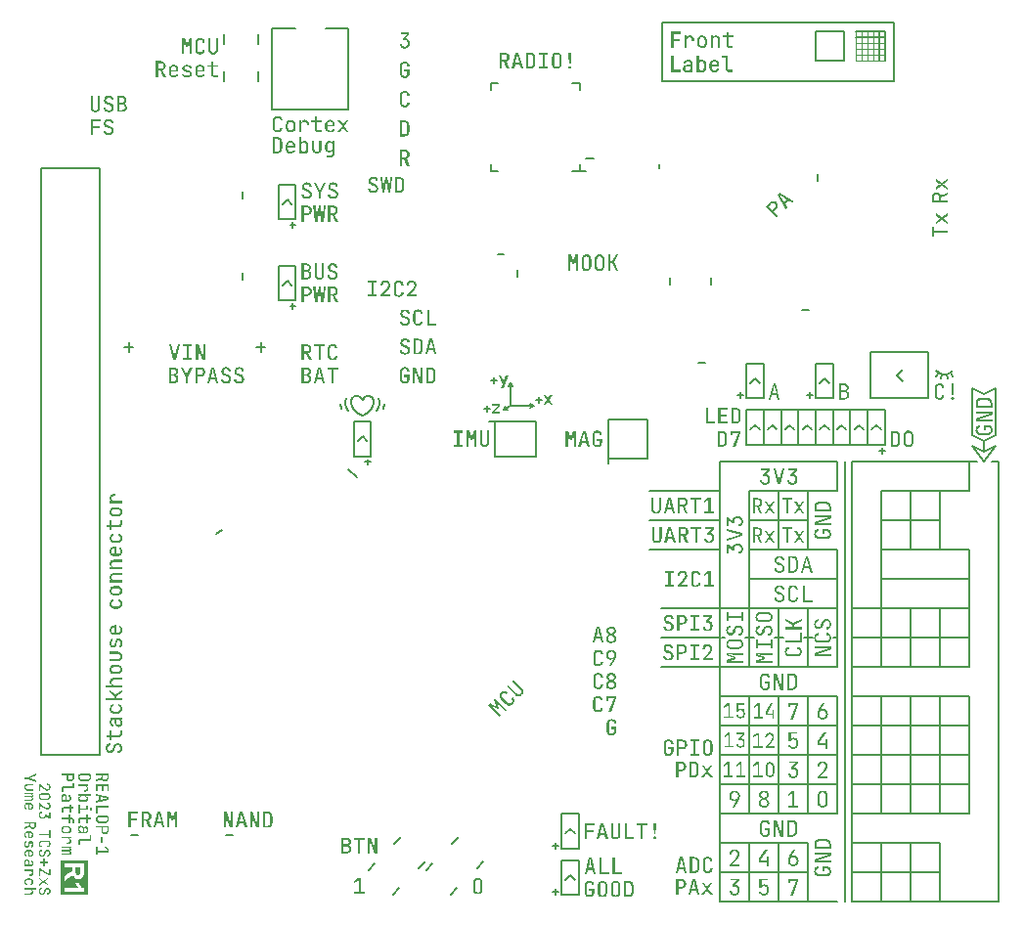
<source format=gto>
%FSTAX23Y23*%
%MOIN*%
%SFA1B1*%

%IPPOS*%
%ADD10C,0.007874*%
%ADD11C,0.001969*%
%ADD12C,0.002953*%
%ADD13C,0.003937*%
%ADD14C,0.004921*%
%ADD15C,0.005905*%
%ADD16C,0.006890*%
%LNsysdev3-1*%
%LPD*%
G36*
X01662Y00251D02*
X01654D01*
X01659Y00264*
X01646Y00295*
X01654*
X01661Y00278*
Y00278*
X01661Y00278*
X01661Y00278*
X01661Y00277*
X01661Y00277*
X01661Y00276*
X01662Y00275*
X01662Y00275*
Y00275*
X01662Y00274*
X01662Y00274*
X01662Y00274*
X01662Y00273*
X01662Y00272*
Y00272*
X01662Y00272*
X01663Y00272*
X01663Y00272*
X01663Y00273*
X01663Y00273*
X01663Y00275*
Y00275*
X01663Y00275*
X01663Y00275*
X01664Y00276*
X01664Y00277*
X01664Y00278*
X0167Y00295*
X01678*
X01662Y00251*
G37*
G36*
X00246Y-01476D02*
X00152D01*
Y-01358*
X00246*
Y-01476*
G37*
G36*
X01649Y00191D02*
X01632Y00171D01*
X0165*
Y00165*
X01623*
Y00171*
X01641Y00191*
X01624*
Y00197*
X01649*
Y00191*
G37*
G36*
X01818Y00211D02*
X01829Y00194D01*
X01821*
X01815Y00203*
X01815Y00203*
X01815Y00204*
X01814Y00204*
X01814Y00205*
Y00205*
X01814Y00205*
X01814Y00205*
X01814Y00206*
X01813Y00206*
X01813Y00206*
X01813Y00206*
X01813Y00205*
X01813Y00205*
Y00205*
X01813Y00205*
X01813Y00204*
X01812Y00204*
X01812Y00203*
X01806Y00194*
X01798*
X01809Y00211*
X01799Y00227*
X01807*
X01812Y00219*
X01812Y00219*
X01812Y00218*
X01813Y00218*
X01813Y00217*
X01813Y00217*
X01813Y00217*
X01813Y00216*
X01813Y00216*
X01814Y00216*
X01814Y00216*
X01814Y00217*
X01814Y00217*
Y00217*
X01814Y00217*
X01814Y00218*
X01815Y00218*
X01815Y00219*
X0182Y00227*
X01828*
X01818Y00211*
G37*
G36*
X02651Y00889D02*
X02645Y00884D01*
X02633Y00891*
X02622Y0088*
X02629Y00868*
X02624Y00862*
X02595Y00911*
X02602Y00918*
X02651Y00889*
G37*
G36*
X02583Y00889D02*
X02584Y00889D01*
X02585Y00889*
X02585Y00889*
X02586Y00888*
X02587Y00888*
X02588Y00887*
X02589Y00887*
X02591Y00886*
X02592Y00884*
X02592Y00884*
X02592Y00884*
X02592Y00884*
X02593Y00884*
X02593Y00883*
X02594Y00882*
X02595Y00881*
X02595Y0088*
X02596Y00878*
X02597Y00877*
X02597Y00877*
X02597Y00876*
X02597Y00875*
X02597Y00874*
X02597Y00873*
X02597Y00872*
X02597Y0087*
X02596Y00869*
X02596Y00869*
X02596Y00868*
X02596Y00867*
X02595Y00866*
X02594Y00865*
X02594Y00864*
X02593Y00862*
X02591Y00861*
X02584Y00854*
X026Y00838*
X02594Y00833*
X02556Y00871*
X02569Y00884*
X0257Y00885*
X02571Y00886*
X02572Y00887*
X02573Y00887*
X02575Y00888*
X02576Y00889*
X02576Y00889*
X02577Y00889*
X02578Y00889*
X02579Y00889*
X0258Y00889*
X02581Y00889*
X02583Y00889*
G37*
G36*
X0204Y0068D02*
X02053Y00651D01*
X02045*
X02033Y00676*
X02025*
Y00651*
X02018*
Y00706*
X02025*
Y00683*
X02033*
X02045Y00706*
X02053*
X0204Y0068*
G37*
G36*
X01917Y00651D02*
X0191D01*
Y00676*
Y00676*
Y00677*
Y00677*
Y00678*
Y00678*
Y00679*
X0191Y0068*
Y00681*
Y00683*
X0191Y00685*
X0191Y00687*
X0191Y0069*
Y0069*
Y0069*
X0191Y0069*
Y00691*
X0191Y00691*
Y00692*
X01911Y00694*
X01911Y00695*
X01911Y00698*
X01911Y007*
X01912Y00702*
X01903Y00675*
X01896*
X01888Y00702*
Y00702*
Y00701*
X01888Y00701*
Y00701*
X01888Y007*
X01888Y007*
X01888Y00698*
X01888Y00696*
X01889Y00695*
X01889Y00692*
X01889Y0069*
Y0069*
Y0069*
X01889Y00689*
Y00689*
X01889Y00688*
Y00688*
X01889Y00687*
X01889Y00686*
X01889Y00684*
X0189Y00682*
X0189Y00679*
Y00676*
Y00651*
X01883*
Y00706*
X01892*
X01898Y00688*
Y00688*
X01898Y00688*
X01898Y00687*
X01898Y00687*
X01898Y00686*
X01898Y00685*
X01899Y00684*
Y00683*
X01899Y00683*
X01899Y00683*
X01899Y00682*
X019Y00681*
X019Y0068*
Y0068*
Y0068*
X019Y00681*
X019Y00681*
X019Y00681*
X019Y00682*
X019Y00683*
X01901Y00684*
Y00684*
X01901Y00684*
X01901Y00684*
X01901Y00685*
X01901Y00686*
X01901Y00687*
X01902Y00688*
X01907Y00706*
X01917*
Y00651*
G37*
G36*
X0199Y00706D02*
X01991D01*
X01992Y00706*
X01993Y00706*
X01995Y00706*
X01997Y00705*
X01999Y00704*
X02Y00703*
X02001Y00702*
X02001Y00702*
X02001Y00702*
X02001Y00702*
X02002Y00702*
X02002Y00701*
X02002Y00701*
X02003Y00699*
X02004Y00698*
X02005Y00696*
X02005Y00693*
X02005Y00692*
X02005Y00691*
Y00666*
Y00666*
Y00666*
Y00666*
X02005Y00665*
Y00665*
X02005Y00664*
X02005Y00662*
X02004Y0066*
X02003Y00658*
X02002Y00657*
X02002Y00656*
X02001Y00655*
X02001*
X02001Y00655*
X02Y00655*
X02Y00654*
X02Y00654*
X01999Y00654*
X01998Y00653*
X01996Y00652*
X01994Y00651*
X01992Y00651*
X01991Y00651*
X01989Y00651*
X01988*
X01988Y00651*
X01987*
X01987Y00651*
X01985Y00651*
X01983Y00652*
X01981Y00652*
X01979Y00654*
X01978Y00654*
X01977Y00655*
Y00655*
X01977Y00655*
X01977Y00655*
X01977Y00656*
X01976Y00656*
X01976Y00657*
X01975Y00658*
X01974Y0066*
X01974Y00662*
X01973Y00664*
X01973Y00665*
X01973Y00666*
Y00691*
Y00691*
Y00691*
Y00692*
X01973Y00692*
Y00693*
X01973Y00693*
X01974Y00695*
X01974Y00697*
X01975Y00699*
X01976Y00701*
X01977Y00701*
X01977Y00702*
X01977Y00702*
X01977Y00702*
X01978Y00703*
X01978Y00703*
X01979Y00703*
X01979Y00704*
X0198Y00704*
X0198Y00704*
X01982Y00705*
X01984Y00706*
X01986Y00706*
X01988Y00707*
X0199*
X0199Y00706*
G37*
G36*
X01946D02*
X01946D01*
X01947Y00706*
X01949Y00706*
X01951Y00706*
X01953Y00705*
X01954Y00704*
X01955Y00703*
X01956Y00702*
X01956Y00702*
X01956Y00702*
X01957Y00702*
X01957Y00702*
X01957Y00701*
X01958Y00701*
X01958Y00699*
X01959Y00698*
X0196Y00696*
X0196Y00693*
X0196Y00692*
X01961Y00691*
Y00666*
Y00666*
Y00666*
Y00666*
X0196Y00665*
Y00665*
X0196Y00664*
X0196Y00662*
X01959Y0066*
X01959Y00658*
X01958Y00657*
X01957Y00656*
X01956Y00655*
X01956*
X01956Y00655*
X01956Y00655*
X01955Y00654*
X01955Y00654*
X01954Y00654*
X01953Y00653*
X01951Y00652*
X01949Y00651*
X01947Y00651*
X01946Y00651*
X01944Y00651*
X01944*
X01943Y00651*
X01943*
X01942Y00651*
X0194Y00651*
X01938Y00652*
X01936Y00652*
X01934Y00654*
X01933Y00654*
X01933Y00655*
Y00655*
X01932Y00655*
X01932Y00655*
X01932Y00656*
X01932Y00656*
X01931Y00657*
X0193Y00658*
X0193Y0066*
X01929Y00662*
X01928Y00664*
X01928Y00665*
X01928Y00666*
Y00691*
Y00691*
Y00691*
Y00692*
X01928Y00692*
Y00693*
X01929Y00693*
X01929Y00695*
X01929Y00697*
X0193Y00699*
X01931Y00701*
X01932Y00701*
X01933Y00702*
X01933Y00702*
X01933Y00702*
X01933Y00703*
X01933Y00703*
X01934Y00703*
X01934Y00704*
X01935Y00704*
X01936Y00704*
X01937Y00705*
X01939Y00706*
X01942Y00706*
X01943Y00707*
X01945*
X01946Y00706*
G37*
G36*
X02427Y01341D02*
Y01341D01*
Y01341*
X02427Y0134*
X02427Y0134*
X02427Y01339*
X02427Y01338*
X02428Y01338*
X02428Y01337*
X02428Y01337*
X02428Y01337*
X02429Y01337*
X02429Y01336*
X0243Y01336*
X0243Y01336*
X02431Y01336*
X02432Y01336*
X02444*
Y01329*
X02431*
X02431Y01329*
X0243Y01329*
X02428Y01329*
X02427Y0133*
X02426Y0133*
X02424Y01331*
X02423Y01332*
X02423Y01332*
X02422Y01333*
X02422Y01334*
X02421Y01335*
X0242Y01336*
X0242Y01337*
X0242Y01339*
X02419Y01341*
Y01377*
X02405*
Y01383*
X02427*
Y01341*
G37*
G36*
X02293Y01371D02*
X02294D01*
X02294Y01371*
X02296Y0137*
X02298Y0137*
X023Y01369*
X02301Y01368*
X02303Y01367*
X02303*
X02303Y01367*
X02304Y01366*
X02304Y01366*
X02305Y01364*
X02306Y01363*
X02307Y01361*
X02307Y01359*
X02307Y01358*
Y01357*
Y01329*
X023*
Y01337*
X023*
Y01336*
X023Y01336*
X023Y01335*
X02299Y01334*
X02299Y01333*
X02298Y01332*
X02297Y01331*
X02296Y0133*
X02296Y0133*
X02295Y0133*
X02295Y0133*
X02294Y01329*
X02293Y01329*
X02291Y01329*
X02289Y01328*
X02288Y01328*
X02287*
X02286Y01328*
X02286*
X02285Y01328*
X02284Y01329*
X02282Y01329*
X0228Y0133*
X02279Y0133*
X02277Y01332*
X02277Y01332*
X02277Y01332*
X02276Y01333*
X02275Y01334*
X02275Y01335*
X02274Y01337*
X02274Y01338*
X02274Y0134*
Y01341*
Y01341*
Y01341*
X02274Y01341*
X02274Y01342*
X02274Y01344*
X02275Y01345*
X02275Y01347*
X02276Y01348*
X02277Y0135*
X02278Y0135*
X02278Y0135*
X02279Y01351*
X0228Y01351*
X02282Y01352*
X02283Y01352*
X02286Y01353*
X02288Y01353*
X023*
Y01357*
Y01357*
Y01357*
X023Y01358*
X023Y01359*
X02299Y0136*
X02299Y01361*
X02298Y01361*
X02298Y01362*
X02298Y01362*
X02297Y01363*
X02297Y01363*
X02296Y01363*
X02295Y01364*
X02294Y01364*
X02293Y01364*
X02292Y01364*
X02291*
X0229Y01364*
X0229Y01364*
X02289Y01364*
X02288Y01364*
X02287Y01363*
X02286Y01363*
X02286Y01363*
X02285Y01362*
X02285Y01362*
X02284Y01362*
X02284Y01361*
X02284Y0136*
X02283Y0136*
X02283Y01359*
X02276*
Y01359*
X02276Y01359*
X02276Y0136*
X02276Y01361*
X02276Y01362*
X02277Y01363*
X02277Y01364*
X02278Y01365*
X02278Y01365*
X02278Y01366*
X02279Y01366*
X0228Y01367*
X0228Y01367*
X02281Y01368*
X02282Y01369*
X02284Y01369*
X02284Y01369*
X02284Y01369*
X02285Y0137*
X02286Y0137*
X02287Y0137*
X02289Y0137*
X0229Y01371*
X02292Y01371*
X02292*
X02293Y01371*
G37*
G36*
X02241Y01336D02*
X02265D01*
Y01329*
X02234*
Y01383*
X02241*
Y01336*
G37*
G36*
X02383Y01371D02*
X02384Y0137D01*
X02385Y0137*
X02386Y0137*
X02388Y01369*
X02389Y01369*
X0239Y01369*
X0239Y01368*
X02391Y01368*
X02391Y01367*
X02392Y01366*
X02393Y01366*
X02394Y01364*
X02395Y01363*
X02395Y01363*
X02395Y01362*
X02396Y01362*
X02396Y01361*
X02396Y0136*
X02397Y01358*
X02397Y01357*
X02397Y01355*
Y01348*
X02372*
Y01344*
Y01344*
Y01344*
Y01344*
Y01343*
X02372Y01342*
X02372Y01341*
X02372Y0134*
X02373Y01339*
X02373Y01338*
X02374Y01337*
X02374Y01337*
X02375Y01336*
X02375Y01336*
X02376Y01336*
X02377Y01335*
X02378Y01335*
X02379Y01334*
X02381Y01334*
X02381*
X02382Y01334*
X02383Y01334*
X02384Y01335*
X02385Y01335*
X02386Y01335*
X02387Y01336*
X02387Y01336*
X02387Y01336*
X02387Y01336*
X02388Y01337*
X02388Y01337*
X02389Y01338*
X02389Y01339*
X0239Y0134*
X02397*
Y01339*
Y01339*
X02397Y01339*
X02397Y01339*
X02396Y01338*
X02396Y01337*
X02395Y01335*
X02394Y01334*
X02393Y01332*
X02392Y01331*
X02392*
X02391Y01331*
X02391Y01331*
X02391Y01331*
X0239Y0133*
X02389Y0133*
X02387Y01329*
X02385Y01329*
X02383Y01328*
X02381Y01328*
X0238*
X02379Y01328*
X02378Y01329*
X02377Y01329*
X02375Y01329*
X02374Y0133*
X02372Y0133*
X02372Y0133*
X02371Y01331*
X02371Y01331*
X0237Y01332*
X02369Y01332*
X02368Y01333*
X02367Y01334*
X02366Y01336*
X02366Y01336*
X02366Y01336*
X02366Y01337*
X02365Y01338*
X02365Y01339*
X02365Y01341*
X02365Y01342*
X02364Y01344*
Y01355*
Y01355*
Y01355*
Y01355*
Y01356*
X02365Y01357*
X02365Y01358*
X02365Y01359*
X02365Y0136*
X02366Y01362*
X02366Y01363*
X02367Y01363*
X02367Y01364*
X02367Y01364*
X02368Y01365*
X02369Y01366*
X0237Y01367*
X02371Y01368*
X02372Y01369*
X02372Y01369*
X02373Y01369*
X02374Y01369*
X02375Y0137*
X02376Y0137*
X02377Y0137*
X02379Y01371*
X02381Y01371*
X02382*
X02383Y01371*
G37*
G36*
X02328Y01372D02*
X02327Y01362D01*
X02328*
Y01362*
Y01362*
X02328Y01363*
X02328Y01363*
X02328Y01364*
X02329Y01365*
X02329Y01366*
X0233Y01367*
X02331Y01368*
X02331Y01368*
X02332Y01369*
X02332Y01369*
X02333Y0137*
X02334Y0137*
X02336Y0137*
X02337Y01371*
X02339Y01371*
X02339*
X0234Y01371*
X0234*
X02341Y01371*
X02342Y0137*
X02344Y0137*
X02346Y01369*
X02347Y01368*
X02348Y01367*
X02349Y01367*
X02349Y01366*
X02349Y01366*
X02349Y01366*
X0235Y01365*
X02351Y01364*
X02351Y01362*
X02352Y0136*
X02352Y01358*
X02352Y01355*
Y01344*
Y01343*
Y01343*
Y01343*
X02352Y01342*
Y01342*
X02352Y01341*
X02352Y01339*
X02351Y01338*
X02351Y01336*
X0235Y01334*
X02349Y01332*
X02348Y01332*
X02348Y01332*
X02347Y01331*
X02346Y0133*
X02345Y0133*
X02343Y01329*
X02341Y01328*
X0234Y01328*
X02339Y01328*
X02338*
X02337Y01328*
X02336Y01329*
X02335Y01329*
X02334Y01329*
X02332Y0133*
X02331Y0133*
X02331Y01331*
X02331Y01331*
X0233Y01331*
X0233Y01332*
X02329Y01333*
X02328Y01334*
X02328Y01335*
X02328Y01337*
Y01329*
X0232*
Y01383*
X02328*
Y01372*
G37*
G36*
X02387Y01453D02*
X02388D01*
X02388Y01453*
X0239Y01453*
X02391Y01452*
X02393Y01452*
X02394Y01451*
X02395Y0145*
X02396Y01449*
X02396Y01449*
X02396Y01449*
X02397Y01448*
X02398Y01447*
X02398Y01445*
X02399Y01443*
X02399Y01441*
X02399Y01439*
Y01412*
X02392*
Y01438*
Y01438*
Y01438*
Y01439*
X02392Y0144*
X02392Y01441*
X02392Y01442*
X02391Y01443*
X02391Y01444*
X0239Y01445*
X0239Y01445*
X02389Y01445*
X02389Y01445*
X02388Y01446*
X02387Y01446*
X02386Y01447*
X02385Y01447*
X02384Y01447*
X02383*
X02382Y01447*
X02381Y01447*
X0238Y01446*
X02379Y01446*
X02378Y01445*
X02377Y01444*
X02377Y01444*
X02377Y01444*
X02377Y01443*
X02376Y01443*
X02376Y01442*
X02375Y01441*
X02375Y01439*
X02375Y01438*
Y01412*
X02368*
Y01453*
X02375*
Y01445*
X02375*
Y01445*
Y01445*
X02375Y01445*
X02376Y01446*
X02376Y01447*
X02376Y01448*
X02377Y01449*
X02378Y0145*
X02379Y01451*
X02379Y01451*
X02379Y01451*
X0238Y01452*
X02381Y01452*
X02382Y01453*
X02383Y01453*
X02384Y01453*
X02386Y01453*
X02387*
X02387Y01453*
G37*
G36*
X02299D02*
X023D01*
X023Y01453*
X02302Y01453*
X02303Y01452*
X02305Y01452*
X02306Y01451*
X02307Y0145*
X02308Y01449*
X02308*
X02308Y01449*
X02308Y01449*
X02309Y01449*
X02309Y01448*
X0231Y01446*
X02311Y01445*
X02311Y01443*
X02312Y01441*
X02312Y01438*
Y01435*
X02304*
Y01438*
Y01438*
Y01438*
Y01438*
X02304Y01439*
X02304Y0144*
X02304Y01441*
X02303Y01442*
X02303Y01443*
X02302Y01444*
X02302Y01445*
X02302Y01445*
X02301Y01445*
X023Y01446*
X023Y01446*
X02298Y01447*
X02297Y01447*
X02295Y01447*
X02295*
X02295Y01447*
X02294Y01447*
X02293Y01447*
X02293Y01446*
X02292Y01446*
X02291Y01446*
X0229Y01445*
X0229Y01445*
X02289Y01444*
X02288Y01443*
X02288Y01442*
X02287Y01441*
X02287Y01439*
X02287Y01437*
Y01412*
X02279*
Y01453*
X02287*
Y01445*
X02287*
Y01445*
Y01445*
X02287Y01445*
X02287Y01446*
X02288Y01447*
X02288Y01448*
X02289Y01449*
X02289Y0145*
X0229Y01451*
X02291Y01451*
X02291Y01451*
X02292Y01452*
X02292Y01452*
X02293Y01453*
X02295Y01453*
X02296Y01453*
X02298Y01453*
X02299*
X02299Y01453*
G37*
G36*
X02429Y01453D02*
X02445D01*
Y01446*
X02429*
Y01423*
Y01423*
Y01422*
X02429Y01422*
X02429Y01422*
X02429Y01421*
X02429Y0142*
X0243Y0142*
X0243Y01419*
X0243Y01419*
X0243Y01419*
X02431Y01419*
X02431Y01419*
X02432Y01418*
X02432Y01418*
X02433Y01418*
X02444*
Y01412*
X02432*
X02432Y01412*
X02431Y01412*
X0243Y01412*
X02428Y01412*
X02427Y01413*
X02426Y01414*
X02424Y01415*
X02424Y01415*
X02424Y01415*
X02423Y01416*
X02423Y01417*
X02422Y01418*
X02422Y01419*
X02421Y01421*
X02421Y01423*
Y01446*
X0241*
Y01453*
X02421*
Y01464*
X02429*
Y01453*
G37*
G36*
X02266Y01459D02*
X02241D01*
Y01442*
X02264*
Y01435*
X02241*
Y01412*
X02234*
Y01466*
X02266*
Y01459*
G37*
G36*
X0234Y01453D02*
X02341D01*
X02341Y01453*
X02343Y01453*
X02345Y01452*
X02347Y01451*
X02349Y0145*
X0235Y0145*
X02351Y01449*
X02351Y01449*
X02351Y01449*
X02351Y01449*
X02351Y01448*
X02352Y01448*
X02352Y01447*
X02353Y01446*
X02354Y01444*
X02354Y01442*
X02355Y0144*
X02355Y01439*
X02355Y01438*
Y01427*
Y01427*
Y01426*
Y01426*
X02355Y01426*
Y01425*
X02355Y01424*
X02355Y01423*
X02354Y01421*
X02353Y01419*
X02352Y01417*
X02351Y01416*
X02351Y01415*
X02351*
X02351Y01415*
X0235Y01415*
X0235Y01415*
X02349Y01414*
X02349Y01414*
X02348Y01414*
X02348Y01413*
X02346Y01412*
X02344Y01412*
X02341Y01411*
X0234Y01411*
X02339Y01411*
X02338*
X02338Y01411*
X02337*
X02336Y01411*
X02335Y01412*
X02333Y01412*
X02331Y01413*
X02329Y01414*
X02328Y01414*
X02327Y01415*
X02327Y01415*
X02327Y01415*
X02326Y01416*
X02326Y01416*
X02326Y01416*
X02325Y01417*
X02325Y01418*
X02324Y0142*
X02323Y01422*
X02323Y01424*
X02323Y01425*
X02322Y01427*
Y01437*
Y01438*
Y01438*
Y01438*
X02323Y01439*
Y01439*
X02323Y0144*
X02323Y01442*
X02324Y01444*
X02324Y01445*
X02325Y01447*
X02326Y01448*
X02327Y01449*
X02327Y01449*
X02327Y01449*
X02327Y01449*
X02328Y0145*
X02328Y0145*
X02329Y0145*
X02329Y01451*
X0233Y01451*
X02332Y01452*
X02334Y01453*
X02336Y01453*
X02337Y01453*
X0234*
X0234Y01453*
G37*
G36*
X01219Y00972D02*
X0122D01*
X01221Y00972*
X01222Y00972*
X01224Y00971*
X01226Y00971*
X01228Y0097*
X01229Y00969*
X0123Y00968*
X0123*
X0123Y00968*
X0123Y00968*
X01231Y00967*
X01232Y00965*
X01233Y00964*
X01233Y00962*
X01234Y0096*
X01234Y00959*
X01234Y00958*
X01227*
Y00958*
Y00958*
X01227Y00959*
X01227Y0096*
X01226Y00961*
X01226Y00962*
X01225Y00963*
X01224Y00964*
X01224Y00964*
X01224Y00964*
X01223Y00964*
X01223Y00965*
X01222Y00965*
X01221Y00965*
X01219Y00966*
X01218Y00966*
X01217*
X01217Y00966*
X01216Y00966*
X01215Y00965*
X01213Y00965*
X01212Y00964*
X01211Y00964*
X01211Y00963*
X01211Y00963*
X01211Y00963*
X0121Y00962*
X0121Y00961*
X01209Y0096*
X01209Y00959*
X01209Y00958*
Y00958*
Y00957*
X01209Y00957*
X01209Y00956*
X01209Y00955*
X0121Y00954*
X0121Y00954*
X01211Y00953*
X01211Y00953*
X01211Y00952*
X01211Y00952*
X01212Y00952*
X01212Y00951*
X01213Y00951*
X01214Y0095*
X01215Y0095*
X01223Y00947*
X01223*
X01223Y00947*
X01224Y00947*
X01224Y00947*
X01225Y00947*
X01226Y00946*
X01228Y00945*
X01229Y00944*
X0123Y00943*
X01232Y00941*
Y00941*
X01232Y00941*
X01232Y00941*
X01233Y0094*
X01233Y00939*
X01234Y00937*
X01234Y00936*
X01235Y00934*
X01235Y00932*
Y00931*
Y00931*
Y00931*
Y00931*
X01235Y0093*
X01235Y00929*
X01234Y00928*
X01234Y00926*
X01233Y00925*
X01233Y00923*
X01233Y00923*
X01232Y00923*
X01232Y00922*
X01231Y00922*
X0123Y00921*
X01229Y0092*
X01228Y00919*
X01227Y00918*
X01227Y00918*
X01226Y00918*
X01225Y00918*
X01224Y00917*
X01223Y00917*
X01221Y00917*
X0122Y00917*
X01218Y00916*
X01217*
X01216Y00917*
X01215Y00917*
X01213Y00917*
X01212Y00917*
X0121Y00918*
X01209Y00918*
X01208Y00918*
X01208Y00919*
X01207Y00919*
X01206Y0092*
X01205Y0092*
X01204Y00921*
X01203Y00922*
X01202Y00923*
X01202Y00924*
X01202Y00924*
X01202Y00925*
X01201Y00926*
X01201Y00927*
X01201Y00928*
X012Y0093*
X012Y00931*
X01208*
Y00931*
X01208Y00931*
X01208Y0093*
X01208Y00929*
X01208Y00928*
X01209Y00927*
X01209Y00926*
X0121Y00925*
X0121Y00925*
X01211Y00925*
X01212Y00925*
X01212Y00924*
X01213Y00924*
X01215Y00923*
X01216Y00923*
X01218Y00923*
X01219*
X01219Y00923*
X0122Y00923*
X01222Y00923*
X01223Y00924*
X01224Y00924*
X01225Y00925*
X01225Y00925*
X01225Y00926*
X01226Y00926*
X01226Y00927*
X01227Y00928*
X01227Y00929*
X01228Y0093*
X01228Y00931*
Y00932*
Y00932*
X01228Y00933*
X01227Y00933*
X01227Y00934*
X01227Y00935*
X01227Y00936*
X01226Y00937*
X01226Y00937*
X01226Y00937*
X01225Y00938*
X01225Y00938*
X01224Y00939*
X01223Y00939*
X01222Y0094*
X01221Y0094*
X01214Y00942*
X01214*
X01213Y00943*
X01213Y00943*
X01213Y00943*
X01212Y00943*
X0121Y00944*
X01209Y00945*
X01208Y00946*
X01206Y00947*
X01205Y00948*
Y00948*
X01205Y00948*
X01204Y00949*
X01204Y0095*
X01203Y00951*
X01203Y00952*
X01202Y00954*
X01202Y00956*
X01202Y00958*
Y00958*
Y00958*
Y00958*
X01202Y00959*
Y00959*
X01202Y0096*
X01202Y00961*
X01203Y00963*
X01204Y00965*
X01205Y00967*
X01205Y00967*
X01206Y00968*
X01206Y00968*
X01206Y00968*
X01207Y00969*
X01207Y00969*
X01207Y00969*
X01208Y0097*
X01208Y0097*
X01209Y0097*
X01211Y00971*
X01213Y00972*
X01215Y00972*
X01217Y00972*
X01219*
X01219Y00972*
G37*
G36*
X01277Y00917D02*
X01268D01*
X01263Y00957*
Y00957*
Y00958*
X01263Y00958*
X01263Y00959*
X01263Y0096*
X01263Y00961*
X01263Y00962*
Y00962*
Y00963*
X01263Y00963*
Y00964*
X01263Y00965*
X01263Y00966*
Y00966*
X01262Y00966*
X01262Y00965*
X01262Y00965*
X01262Y00964*
X01262Y00963*
X01262Y00962*
Y00962*
Y00962*
X01262Y00961*
Y00961*
X01262Y0096*
X01262Y00959*
X01262Y00957*
X01257Y00917*
X01248*
X01242Y00972*
X01248*
X01252Y00932*
Y00932*
Y00931*
X01252Y00931*
Y0093*
X01253Y0093*
X01253Y00929*
X01253Y00927*
Y00927*
Y00926*
X01253Y00926*
Y00925*
X01253Y00924*
X01253Y00922*
Y00922*
Y00923*
X01253Y00923*
Y00924*
X01253Y00924*
X01253Y00925*
Y00926*
X01253Y00927*
Y00927*
X01253Y00927*
Y00928*
X01254Y00928*
X01254Y00929*
X01254Y0093*
X01254Y00932*
X01259Y00972*
X01266*
X01271Y00932*
Y00932*
Y00931*
X01271Y00931*
X01271Y0093*
Y0093*
X01271Y00929*
X01271Y00927*
Y00927*
X01271Y00926*
Y00926*
X01271Y00925*
X01272Y00924*
X01272Y00922*
Y00922*
Y00923*
X01272Y00923*
Y00924*
X01272Y00924*
X01272Y00925*
Y00926*
X01272Y00927*
Y00927*
Y00927*
X01272Y00928*
Y00928*
X01272Y00929*
X01272Y0093*
X01272Y00932*
X01276Y00972*
X01283*
X01277Y00917*
G37*
G36*
X01308Y00971D02*
X01309Y00971D01*
X0131Y00971*
X01312Y00971*
X01314Y0097*
X01315Y00969*
X01315*
X01315Y00969*
X01316Y00969*
X01316Y00969*
X01317Y00968*
X01318Y00967*
X01319Y00966*
X0132Y00965*
X01321Y00964*
X01321Y00964*
X01321Y00963*
X01322Y00962*
X01322Y00961*
X01323Y0096*
X01323Y00959*
X01323Y00957*
X01323Y00955*
Y00934*
Y00934*
Y00933*
Y00933*
Y00933*
X01323Y00932*
X01323Y00931*
X01323Y00929*
X01322Y00928*
X01322Y00926*
X01321Y00925*
X01321Y00925*
X01321Y00924*
X0132Y00924*
X0132Y00923*
X01319Y00922*
X01318Y00921*
X01316Y0092*
X01315Y00919*
X01315Y00919*
X01314Y00919*
X01314Y00919*
X01312Y00918*
X01311Y00918*
X0131Y00917*
X01308Y00917*
X01306Y00917*
X01291*
Y00972*
X01307*
X01308Y00971*
G37*
G36*
X01326Y00323D02*
X01327D01*
X01328Y00323*
X01329Y00322*
X01331Y00322*
X01333Y00321*
X01335Y0032*
X01336Y00319*
X01337Y00318*
X01337Y00318*
X01337Y00318*
X01337Y00318*
X01338Y00318*
X01338Y00317*
X01338Y00317*
X01339Y00315*
X0134Y00314*
X01341Y00312*
X01341Y00309*
X01341Y00308*
X01341Y00307*
X01334*
Y00307*
Y00307*
Y00308*
X01334Y00308*
X01334Y00309*
X01333Y0031*
X01333Y00312*
X01332Y00313*
X01332Y00314*
X01331Y00314*
X01331Y00314*
X01331Y00315*
X0133Y00315*
X01329Y00315*
X01328Y00316*
X01326Y00316*
X01325Y00316*
X01324*
X01323Y00316*
X01323Y00316*
X01321Y00316*
X0132Y00315*
X01319Y00315*
X01318Y00314*
X01318Y00314*
X01318Y00313*
X01318Y00313*
X01317Y00312*
X01317Y00311*
X01316Y0031*
X01316Y00308*
X01316Y00307*
Y00283*
Y00283*
Y00282*
Y00282*
X01316Y00281*
X01316Y0028*
X01316Y00279*
X01317Y00278*
X01317Y00277*
X01318Y00276*
X01318Y00276*
X01319Y00275*
X01319Y00275*
X0132Y00275*
X01321Y00274*
X01322Y00274*
X01323Y00273*
X01325Y00273*
X01326*
X01326Y00273*
X01327Y00274*
X01328Y00274*
X0133Y00274*
X01331Y00275*
X01332Y00276*
X01332Y00276*
X01332Y00276*
X01332Y00277*
X01333Y00278*
X01333Y00278*
X01334Y0028*
X01334Y00281*
X01334Y00283*
Y00289*
X01323*
Y00296*
X01341*
Y00283*
Y00283*
Y00282*
Y00282*
X01341Y00281*
Y00281*
X01341Y0028*
X01341Y00278*
X0134Y00277*
X01339Y00275*
X01339Y00274*
X01338Y00273*
X01338Y00272*
X01337Y00271*
X01337*
X01337Y00271*
X01336Y00271*
X01336Y0027*
X01336Y0027*
X01335Y0027*
X01334Y00269*
X01334Y00269*
X01332Y00268*
X0133Y00267*
X01328Y00267*
X01326Y00267*
X01325Y00267*
X01324*
X01324Y00267*
X01323*
X01322Y00267*
X01321Y00267*
X01319Y00268*
X01317Y00269*
X01315Y0027*
X01314Y0027*
X01313Y00271*
X01313Y00271*
X01313Y00271*
X01313Y00272*
X01312Y00272*
X01312Y00272*
X01312Y00273*
X01311Y00274*
X0131Y00276*
X01309Y00278*
X01309Y0028*
X01309Y00281*
X01309Y00283*
Y00307*
Y00307*
Y00307*
Y00308*
X01309Y00308*
X01309Y00309*
X01309Y00309*
X01309Y00311*
X0131Y00313*
X0131Y00315*
X01311Y00316*
X01312Y00317*
X01312Y00318*
X01313Y00318*
X01313Y00319*
X01313Y00319*
X01313Y00319*
X01314Y00319*
X01314Y00319*
X01315Y0032*
X01315Y0032*
X01316Y00321*
X01318Y00321*
X0132Y00322*
X01322Y00323*
X01324Y00323*
X01326*
X01326Y00323*
G37*
G36*
X01385Y00268D02*
X01376D01*
X0136Y00313*
Y00313*
Y00313*
Y00313*
X0136Y00312*
Y00311*
Y00311*
X0136Y0031*
Y00309*
Y00309*
Y00308*
X0136Y00308*
Y00307*
X0136Y00306*
Y00305*
X0136Y00303*
Y00303*
Y00302*
X0136Y00302*
Y00301*
Y003*
X0136Y00299*
Y00297*
Y00268*
X01353*
Y00322*
X01363*
X01379Y00276*
Y00276*
Y00276*
X01379Y00277*
X01379Y00277*
X01379Y00278*
Y00279*
X01379Y0028*
X01379Y00281*
Y00281*
Y00281*
X01379Y00282*
Y00283*
X01379Y00284*
Y00285*
X01379Y00287*
Y00287*
Y00287*
Y00288*
Y00289*
X01378Y0029*
Y00291*
Y00293*
Y00322*
X01385*
Y00268*
G37*
G36*
X01415Y00322D02*
X01416Y00322D01*
X01418Y00321*
X01419Y00321*
X01421Y00321*
X01422Y0032*
X01422*
X01422Y0032*
X01423Y0032*
X01424Y00319*
X01424Y00318*
X01425Y00318*
X01426Y00317*
X01427Y00316*
X01428Y00314*
X01428Y00314*
X01429Y00313*
X01429Y00313*
X01429Y00312*
X0143Y0031*
X0143Y00309*
X0143Y00307*
X0143Y00305*
Y00284*
Y00284*
Y00284*
Y00284*
Y00283*
X0143Y00282*
X0143Y00281*
X0143Y0028*
X01429Y00278*
X01429Y00277*
X01428Y00275*
X01428Y00275*
X01428Y00275*
X01427Y00274*
X01427Y00273*
X01426Y00272*
X01425Y00271*
X01424Y0027*
X01422Y0027*
X01422Y00269*
X01421Y00269*
X01421Y00269*
X0142Y00269*
X01418Y00268*
X01417Y00268*
X01415Y00268*
X01413Y00268*
X01398*
Y00322*
X01414*
X01415Y00322*
G37*
G36*
X01327Y00421D02*
X01328D01*
X01329Y00421*
X01331Y00421*
X01332Y0042*
X01334Y00419*
X01336Y00418*
X01337Y00418*
X01338Y00417*
X01338*
X01338Y00417*
X01339Y00416*
X01339Y00415*
X0134Y00414*
X01341Y00413*
X01342Y00411*
X01342Y00409*
X01342Y00408*
X01342Y00406*
X01335*
Y00407*
Y00407*
X01335Y00408*
X01335Y00409*
X01334Y0041*
X01334Y00411*
X01333Y00411*
X01333Y00412*
X01333Y00412*
X01332Y00413*
X01332Y00413*
X01331Y00414*
X0133Y00414*
X01329Y00414*
X01328Y00415*
X01326Y00415*
X01326*
X01325Y00415*
X01324Y00414*
X01323Y00414*
X01322Y00414*
X01321Y00413*
X0132Y00412*
X0132Y00412*
X01319Y00412*
X01319Y00411*
X01318Y00411*
X01318Y0041*
X01318Y00409*
X01317Y00408*
X01317Y00407*
Y00406*
Y00406*
X01317Y00406*
X01317Y00405*
X01318Y00404*
X01318Y00403*
X01318Y00402*
X01319Y00402*
X01319Y00401*
X01319Y00401*
X0132Y00401*
X0132Y004*
X01321Y004*
X01322Y00399*
X01322Y00399*
X01324Y00399*
X01331Y00396*
X01332*
X01332Y00396*
X01332Y00396*
X01332Y00396*
X01333Y00395*
X01335Y00395*
X01336Y00394*
X01337Y00393*
X01339Y00392*
X0134Y0039*
Y0039*
X0134Y0039*
X01341Y0039*
X01341Y00389*
X01342Y00387*
X01342Y00386*
X01343Y00384*
X01343Y00382*
X01343Y0038*
Y0038*
Y0038*
Y0038*
Y0038*
X01343Y00379*
X01343Y00378*
X01343Y00376*
X01342Y00375*
X01342Y00374*
X01341Y00372*
X01341Y00372*
X01341Y00372*
X0134Y00371*
X01339Y0037*
X01339Y0037*
X01338Y00369*
X01336Y00368*
X01335Y00367*
X01335Y00367*
X01334Y00367*
X01334Y00367*
X01333Y00366*
X01331Y00366*
X0133Y00366*
X01328Y00365*
X01326Y00365*
X01325*
X01324Y00365*
X01323Y00366*
X01321Y00366*
X0132Y00366*
X01318Y00366*
X01317Y00367*
X01317Y00367*
X01316Y00367*
X01315Y00368*
X01315Y00368*
X01314Y00369*
X01313Y0037*
X01312Y00371*
X01311Y00372*
X01311Y00372*
X0131Y00373*
X0131Y00374*
X0131Y00375*
X01309Y00376*
X01309Y00377*
X01309Y00379*
X01309Y0038*
X01316*
Y0038*
X01316Y0038*
X01316Y00379*
X01316Y00378*
X01317Y00377*
X01317Y00376*
X01318Y00375*
X01319Y00374*
X01319Y00374*
X01319Y00374*
X0132Y00373*
X01321Y00373*
X01322Y00372*
X01323Y00372*
X01324Y00372*
X01326Y00372*
X01327*
X01328Y00372*
X01329Y00372*
X0133Y00372*
X01331Y00373*
X01332Y00373*
X01333Y00374*
X01333Y00374*
X01334Y00375*
X01334Y00375*
X01335Y00376*
X01335Y00377*
X01336Y00378*
X01336Y00379*
X01336Y0038*
Y0038*
Y00381*
X01336Y00381*
X01336Y00382*
X01336Y00383*
X01335Y00384*
X01335Y00385*
X01334Y00386*
X01334Y00386*
X01334Y00386*
X01334Y00387*
X01333Y00387*
X01332Y00388*
X01332Y00388*
X01331Y00389*
X0133Y00389*
X01322Y00391*
X01322*
X01322Y00391*
X01321Y00391*
X01321Y00392*
X0132Y00392*
X01319Y00393*
X01317Y00393*
X01316Y00394*
X01314Y00396*
X01313Y00397*
Y00397*
X01313Y00397*
X01313Y00398*
X01312Y00399*
X01312Y004*
X01311Y00401*
X0131Y00403*
X0131Y00404*
X0131Y00406*
Y00407*
Y00407*
Y00407*
X0131Y00408*
Y00408*
X0131Y00409*
X01311Y0041*
X01311Y00412*
X01312Y00414*
X01313Y00415*
X01314Y00416*
X01314Y00417*
X01314Y00417*
X01315Y00417*
X01315Y00417*
X01315Y00418*
X01316Y00418*
X01316Y00418*
X01317Y00419*
X01317Y00419*
X01319Y0042*
X01321Y0042*
X01324Y00421*
X01325Y00421*
X01327*
X01327Y00421*
G37*
G36*
X01434Y00366D02*
X01427D01*
X01423Y0038*
X01407*
X01404Y00366*
X01396*
X0141Y0042*
X0142*
X01434Y00366*
G37*
G36*
X01371Y0042D02*
X01373Y0042D01*
X01374Y0042*
X01376Y00419*
X01377Y00419*
X01379Y00418*
X01379*
X01379Y00418*
X01379Y00418*
X0138Y00417*
X01381Y00417*
X01382Y00416*
X01383Y00415*
X01384Y00414*
X01385Y00413*
X01385Y00412*
X01385Y00412*
X01385Y00411*
X01386Y0041*
X01386Y00409*
X01386Y00407*
X01387Y00406*
X01387Y00404*
Y00382*
Y00382*
Y00382*
Y00382*
Y00382*
X01387Y00381*
X01387Y00379*
X01386Y00378*
X01386Y00377*
X01385Y00375*
X01385Y00374*
X01385Y00374*
X01384Y00373*
X01384Y00372*
X01383Y00372*
X01382Y00371*
X01381Y0037*
X0138Y00369*
X01379Y00368*
X01378Y00368*
X01378Y00368*
X01377Y00367*
X01376Y00367*
X01375Y00367*
X01373Y00366*
X01371Y00366*
X01369Y00366*
X01355*
Y0042*
X0137*
X01371Y0042*
G37*
G36*
X01327Y00519D02*
X01328D01*
X01329Y00519*
X01331Y00519*
X01332Y00519*
X01334Y00518*
X01336Y00517*
X01337Y00516*
X01338Y00516*
X01338*
X01338Y00515*
X01339Y00515*
X01339Y00514*
X0134Y00513*
X01341Y00511*
X01342Y00509*
X01342Y00507*
X01342Y00506*
X01342Y00505*
X01335*
Y00505*
Y00506*
X01335Y00506*
X01335Y00507*
X01334Y00508*
X01334Y00509*
X01333Y0051*
X01333Y00511*
X01333Y00511*
X01332Y00511*
X01332Y00512*
X01331Y00512*
X0133Y00512*
X01329Y00513*
X01328Y00513*
X01326Y00513*
X01326*
X01325Y00513*
X01324Y00513*
X01323Y00513*
X01322Y00512*
X01321Y00512*
X0132Y00511*
X0132Y00511*
X01319Y0051*
X01319Y0051*
X01318Y00509*
X01318Y00508*
X01318Y00507*
X01317Y00506*
X01317Y00505*
Y00505*
Y00505*
X01317Y00504*
X01317Y00503*
X01318Y00503*
X01318Y00502*
X01318Y00501*
X01319Y005*
X01319Y005*
X01319Y005*
X0132Y00499*
X0132Y00499*
X01321Y00498*
X01322Y00498*
X01322Y00497*
X01324Y00497*
X01331Y00495*
X01332*
X01332Y00494*
X01332Y00494*
X01332Y00494*
X01333Y00494*
X01335Y00493*
X01336Y00492*
X01337Y00491*
X01339Y0049*
X0134Y00489*
Y00489*
X0134Y00488*
X01341Y00488*
X01341Y00487*
X01342Y00486*
X01342Y00484*
X01343Y00483*
X01343Y00481*
X01343Y00479*
Y00479*
Y00479*
Y00478*
Y00478*
X01343Y00477*
X01343Y00476*
X01343Y00475*
X01342Y00473*
X01342Y00472*
X01341Y00471*
X01341Y00471*
X01341Y0047*
X0134Y0047*
X01339Y00469*
X01339Y00468*
X01338Y00467*
X01336Y00466*
X01335Y00466*
X01335Y00465*
X01334Y00465*
X01334Y00465*
X01333Y00465*
X01331Y00464*
X0133Y00464*
X01328Y00464*
X01326Y00464*
X01325*
X01324Y00464*
X01323Y00464*
X01321Y00464*
X0132Y00464*
X01318Y00465*
X01317Y00466*
X01317Y00466*
X01316Y00466*
X01315Y00466*
X01315Y00467*
X01314Y00468*
X01313Y00469*
X01312Y0047*
X01311Y00471*
X01311Y00471*
X0131Y00471*
X0131Y00472*
X0131Y00473*
X01309Y00474*
X01309Y00476*
X01309Y00477*
X01309Y00479*
X01316*
Y00479*
X01316Y00478*
X01316Y00477*
X01316Y00477*
X01317Y00476*
X01317Y00475*
X01318Y00473*
X01319Y00473*
X01319Y00472*
X01319Y00472*
X0132Y00472*
X01321Y00471*
X01322Y00471*
X01323Y00471*
X01324Y0047*
X01326Y0047*
X01327*
X01328Y0047*
X01329Y0047*
X0133Y00471*
X01331Y00471*
X01332Y00472*
X01333Y00473*
X01333Y00473*
X01334Y00473*
X01334Y00473*
X01335Y00474*
X01335Y00475*
X01336Y00476*
X01336Y00477*
X01336Y00479*
Y00479*
Y00479*
X01336Y0048*
X01336Y00481*
X01336Y00481*
X01335Y00482*
X01335Y00483*
X01334Y00484*
X01334Y00484*
X01334Y00484*
X01334Y00485*
X01333Y00485*
X01332Y00486*
X01332Y00486*
X01331Y00487*
X0133Y00487*
X01322Y0049*
X01322*
X01322Y0049*
X01321Y0049*
X01321Y0049*
X0132Y0049*
X01319Y00491*
X01317Y00492*
X01316Y00493*
X01314Y00494*
X01313Y00495*
Y00495*
X01313Y00496*
X01313Y00496*
X01312Y00497*
X01312Y00498*
X01311Y005*
X0131Y00501*
X0131Y00503*
X0131Y00505*
Y00505*
Y00505*
Y00506*
X0131Y00506*
Y00507*
X0131Y00507*
X01311Y00509*
X01311Y0051*
X01312Y00512*
X01313Y00514*
X01314Y00515*
X01314Y00516*
X01314Y00516*
X01315Y00516*
X01315Y00516*
X01315Y00516*
X01316Y00516*
X01316Y00517*
X01317Y00517*
X01317Y00518*
X01319Y00518*
X01321Y00519*
X01324Y00519*
X01325Y0052*
X01327*
X01327Y00519*
G37*
G36*
X01372D02*
X01373D01*
X01374Y00519*
X01375Y00519*
X01377Y00519*
X01379Y00518*
X01381Y00517*
X01382Y00516*
X01383Y00515*
X01383Y00515*
X01383Y00515*
X01383Y00515*
X01383Y00515*
X01384Y00514*
X01384Y00514*
X01385Y00512*
X01386Y00511*
X01386Y00509*
X01387Y00506*
X01387Y00505*
X01387Y00504*
X0138*
Y00504*
Y00504*
Y00505*
X0138Y00505*
X0138Y00506*
X01379Y00507*
X01379Y00509*
X01378Y0051*
X01377Y00511*
X01377Y00511*
X01377Y00511*
X01376Y00511*
X01376Y00512*
X01375Y00512*
X01374Y00513*
X01372Y00513*
X01371Y00513*
X0137*
X01369Y00513*
X01369Y00513*
X01367Y00512*
X01366Y00512*
X01365Y00511*
X01364Y00511*
X01364Y0051*
X01364Y0051*
X01363Y0051*
X01363Y00509*
X01363Y00508*
X01362Y00507*
X01362Y00505*
X01362Y00504*
Y00479*
Y00479*
Y00479*
Y00479*
X01362Y00478*
X01362Y00477*
X01362Y00476*
X01363Y00475*
X01363Y00474*
X01364Y00473*
X01364Y00472*
X01365Y00472*
X01365Y00472*
X01366Y00471*
X01367Y00471*
X01368Y00471*
X01369Y0047*
X01371Y0047*
X01372*
X01372Y0047*
X01373Y0047*
X01374Y00471*
X01375Y00471*
X01376Y00472*
X01377Y00473*
X01378Y00473*
X01378Y00473*
X01378Y00474*
X01379Y00474*
X01379Y00475*
X01379Y00476*
X0138Y00478*
X0138Y00479*
X01387*
Y00479*
Y00479*
Y00479*
X01387Y00478*
Y00478*
X01387Y00477*
X01387Y00475*
X01386Y00473*
X01385Y00472*
X01385Y00471*
X01384Y0047*
X01384Y00469*
X01383Y00468*
X01383*
X01383Y00468*
X01382Y00468*
X01382Y00467*
X01381Y00467*
X01381Y00467*
X0138Y00466*
X0138Y00466*
X01378Y00465*
X01376Y00464*
X01374Y00464*
X01372Y00464*
X01371Y00464*
X0137*
X0137Y00464*
X01369*
X01368Y00464*
X01367Y00464*
X01365Y00465*
X01363Y00465*
X01361Y00467*
X0136Y00467*
X01359Y00468*
X01359Y00468*
X01359Y00468*
X01359Y00468*
X01358Y00469*
X01358Y00469*
X01358Y0047*
X01357Y00471*
X01356Y00473*
X01355Y00475*
X01355Y00477*
X01355Y00478*
X01354Y00479*
Y00504*
Y00504*
Y00504*
Y00505*
X01355Y00505*
X01355Y00506*
X01355Y00506*
X01355Y00508*
X01356Y0051*
X01356Y00512*
X01357Y00513*
X01357Y00514*
X01358Y00514*
X01359Y00515*
X01359Y00515*
X01359Y00515*
X01359Y00516*
X0136Y00516*
X0136Y00516*
X01361Y00517*
X01361Y00517*
X01362Y00517*
X01364Y00518*
X01366Y00519*
X01368Y00519*
X0137Y0052*
X01372*
X01372Y00519*
G37*
G36*
X0141Y00471D02*
X01434D01*
Y00464*
X01402*
Y00519*
X0141*
Y00471*
G37*
G36*
X01306Y00618D02*
X01307D01*
X01308Y00618*
X01309Y00617*
X01311Y00617*
X01313Y00616*
X01315Y00615*
X01316Y00614*
X01317Y00614*
X01317Y00614*
X01317Y00614*
X01317Y00613*
X01317Y00613*
X01318Y00613*
X01318Y00612*
X01319Y00611*
X0132Y00609*
X0132Y00607*
X01321Y00605*
X01321Y00604*
X01321Y00602*
X01314*
Y00602*
Y00602*
Y00603*
X01314Y00604*
X01314Y00605*
X01313Y00606*
X01313Y00607*
X01312Y00608*
X01311Y00609*
X01311Y00609*
X01311Y00609*
X0131Y0061*
X0131Y0061*
X01309Y00611*
X01308Y00611*
X01306Y00611*
X01305Y00611*
X01304*
X01303Y00611*
X01303Y00611*
X01301Y00611*
X013Y0061*
X01299Y0061*
X01298Y00609*
X01298Y00609*
X01298Y00609*
X01297Y00608*
X01297Y00607*
X01297Y00606*
X01296Y00605*
X01296Y00604*
X01296Y00602*
Y00578*
Y00578*
Y00578*
Y00577*
X01296Y00576*
X01296Y00575*
X01296Y00574*
X01297Y00573*
X01297Y00572*
X01298Y00571*
X01298Y00571*
X01299Y00571*
X01299Y0057*
X013Y0057*
X01301Y00569*
X01302Y00569*
X01303Y00569*
X01305Y00569*
X01306*
X01306Y00569*
X01307Y00569*
X01308Y00569*
X01309Y0057*
X0131Y0057*
X01311Y00571*
X01312Y00571*
X01312Y00571*
X01312Y00572*
X01313Y00573*
X01313Y00574*
X01313Y00575*
X01314Y00576*
X01314Y00578*
X01321*
Y00578*
Y00578*
Y00577*
X01321Y00577*
Y00576*
X01321Y00575*
X01321Y00574*
X0132Y00572*
X01319Y0057*
X01319Y00569*
X01318Y00568*
X01318Y00567*
X01317Y00566*
X01317*
X01317Y00566*
X01316Y00566*
X01316Y00566*
X01315Y00565*
X01315Y00565*
X01314Y00565*
X01314Y00564*
X01312Y00563*
X0131Y00563*
X01308Y00562*
X01306Y00562*
X01305Y00562*
X01304*
X01304Y00562*
X01303*
X01302Y00562*
X01301Y00563*
X01299Y00563*
X01297Y00564*
X01295Y00565*
X01294Y00566*
X01293Y00566*
X01293Y00566*
X01293Y00567*
X01293Y00567*
X01292Y00567*
X01292Y00568*
X01292Y00568*
X01291Y00569*
X0129Y00571*
X01289Y00573*
X01289Y00575*
X01289Y00577*
X01288Y00578*
Y00602*
Y00602*
Y00603*
Y00603*
X01289Y00603*
X01289Y00604*
X01289Y00605*
X01289Y00606*
X0129Y00608*
X0129Y0061*
X01291Y00611*
X01291Y00612*
X01292Y00613*
X01293Y00614*
X01293Y00614*
X01293Y00614*
X01293Y00614*
X01294Y00614*
X01294Y00615*
X01295Y00615*
X01295Y00615*
X01296Y00616*
X01298Y00617*
X013Y00617*
X01302Y00618*
X01304Y00618*
X01306*
X01306Y00618*
G37*
G36*
X0135D02*
X01351D01*
X01352Y00618*
X01353Y00617*
X01355Y00617*
X01357Y00616*
X01359Y00615*
X0136Y00614*
X01361Y00614*
X01361Y00614*
X01361Y00614*
X01361Y00613*
X01362Y00613*
X01362Y00613*
X01362Y00612*
X01363Y00611*
X01364Y00609*
X01365Y00607*
X01365Y00605*
X01365Y00603*
X01365Y00602*
Y00602*
Y00601*
X01365Y00601*
X01365Y006*
X01365Y00598*
X01364Y00597*
X01364Y00595*
X01363Y00594*
X01363Y00594*
X01363Y00593*
X01362Y00592*
X01361Y00591*
X0136Y0059*
X01359Y00588*
X01358Y00586*
X01356Y00584*
X01342Y0057*
X01366*
Y00563*
X01334*
Y0057*
X01351Y00589*
X01351Y00589*
X01352Y0059*
X01352Y0059*
X01353Y00591*
X01354Y00592*
X01355Y00593*
X01356Y00595*
X01356Y00596*
X01357Y00596*
X01357Y00596*
X01357Y00597*
X01357Y00598*
X01358Y00599*
X01358Y006*
X01358Y00601*
X01358Y00602*
Y00602*
Y00602*
Y00603*
X01358Y00603*
X01358Y00604*
X01357Y00606*
X01357Y00607*
X01356Y00608*
X01356Y00609*
X01356Y00609*
X01355Y00609*
X01355Y0061*
X01354Y0061*
X01353Y00611*
X01352Y00611*
X0135Y00611*
X01349Y00611*
X01348*
X01347Y00611*
X01346Y00611*
X01345Y00611*
X01344Y0061*
X01343Y0061*
X01342Y00609*
X01342Y00609*
X01342Y00608*
X01341Y00608*
X01341Y00607*
X0134Y00606*
X0134Y00605*
X0134Y00603*
X01339Y00602*
X01332*
Y00602*
Y00602*
X01332Y00602*
Y00603*
X01332Y00604*
X01332Y00604*
X01333Y00606*
X01333Y00608*
X01334Y0061*
X01335Y00612*
X01336Y00613*
X01337Y00614*
X01337Y00614*
X01337Y00614*
X01337Y00614*
X01338Y00614*
X01338Y00615*
X01339Y00615*
X01339Y00615*
X0134Y00616*
X01342Y00617*
X01344Y00617*
X01346Y00618*
X01348Y00618*
X01349Y00618*
X0135*
X0135Y00618*
G37*
G36*
X01261D02*
X01261D01*
X01262Y00618*
X01264Y00617*
X01266Y00617*
X01268Y00616*
X0127Y00615*
X01271Y00614*
X01272Y00614*
X01272Y00614*
X01272Y00614*
X01272Y00613*
X01272Y00613*
X01273Y00613*
X01273Y00612*
X01274Y00611*
X01275Y00609*
X01275Y00607*
X01276Y00605*
X01276Y00603*
X01276Y00602*
Y00602*
Y00601*
X01276Y00601*
X01276Y006*
X01275Y00598*
X01275Y00597*
X01274Y00595*
X01274Y00594*
X01274Y00594*
X01273Y00593*
X01273Y00592*
X01272Y00591*
X01271Y0059*
X0127Y00588*
X01268Y00586*
X01267Y00584*
X01253Y0057*
X01277*
Y00563*
X01244*
Y0057*
X01262Y00589*
X01262Y00589*
X01262Y0059*
X01263Y0059*
X01264Y00591*
X01265Y00592*
X01265Y00593*
X01266Y00595*
X01267Y00596*
X01267Y00596*
X01267Y00596*
X01268Y00597*
X01268Y00598*
X01268Y00599*
X01268Y006*
X01269Y00601*
X01269Y00602*
Y00602*
Y00602*
Y00603*
X01269Y00603*
X01268Y00604*
X01268Y00606*
X01268Y00607*
X01267Y00608*
X01266Y00609*
X01266Y00609*
X01266Y00609*
X01265Y0061*
X01264Y0061*
X01263Y00611*
X01262Y00611*
X01261Y00611*
X01259Y00611*
X01259*
X01258Y00611*
X01257Y00611*
X01256Y00611*
X01255Y0061*
X01254Y0061*
X01253Y00609*
X01252Y00609*
X01252Y00608*
X01252Y00608*
X01251Y00607*
X01251Y00606*
X0125Y00605*
X0125Y00603*
X0125Y00602*
X01243*
Y00602*
Y00602*
X01243Y00602*
Y00603*
X01243Y00604*
X01243Y00604*
X01243Y00606*
X01244Y00608*
X01245Y0061*
X01246Y00612*
X01246Y00613*
X01247Y00614*
X01247Y00614*
X01247Y00614*
X01248Y00614*
X01248Y00614*
X01249Y00615*
X01249Y00615*
X0125Y00615*
X0125Y00616*
X01252Y00617*
X01254Y00617*
X01257Y00618*
X01258Y00618*
X01259Y00618*
X0126*
X01261Y00618*
G37*
G36*
X0123Y00611D02*
X01219D01*
Y0057*
X0123*
Y00563*
X012*
Y0057*
X01211*
Y00611*
X012*
Y00617*
X0123*
Y00611*
G37*
G36*
X01327Y01064D02*
X01329Y01063D01*
X0133Y01063*
X01331Y01063*
X01333Y01062*
X01334Y01062*
X01334Y01062*
X01335Y01061*
X01336Y01061*
X01336Y0106*
X01337Y01059*
X01338Y01059*
X01339Y01057*
X0134Y01056*
X0134Y01056*
X0134Y01056*
X01341Y01055*
X01341Y01054*
X01342Y01053*
X01342Y01051*
X01342Y0105*
X01342Y01048*
Y01048*
Y01048*
Y01047*
Y01047*
X01342Y01046*
X01342Y01045*
X01341Y01043*
X01341Y01042*
X0134Y0104*
X01339Y01038*
X01339Y01038*
X01339Y01038*
X01338Y01037*
X01337Y01036*
X01336Y01035*
X01335Y01034*
X01333Y01034*
X01332Y01033*
X01343Y01009*
X01334*
X01324Y01032*
X01316*
Y01009*
X01309*
Y01064*
X01326*
X01327Y01064*
G37*
G36*
X01325Y01164D02*
X01326Y01163D01*
X01328Y01163*
X01329Y01163*
X01331Y01162*
X01332Y01162*
X01333*
X01333Y01162*
X01333Y01161*
X01334Y01161*
X01335Y0116*
X01336Y01159*
X01337Y01158*
X01338Y01157*
X01338Y01156*
X01339Y01156*
X01339Y01155*
X01339Y01154*
X0134Y01153*
X0134Y01152*
X0134Y01151*
X01341Y01149*
X01341Y01147*
Y01126*
Y01126*
Y01126*
Y01125*
Y01125*
X01341Y01124*
X0134Y01123*
X0134Y01121*
X0134Y0112*
X01339Y01119*
X01338Y01117*
X01338Y01117*
X01338Y01116*
X01338Y01116*
X01337Y01115*
X01336Y01114*
X01335Y01113*
X01334Y01112*
X01332Y01111*
X01332Y01111*
X01332Y01111*
X01331Y01111*
X0133Y0111*
X01328Y0111*
X01327Y0111*
X01325Y01109*
X01323Y01109*
X01309*
Y01164*
X01324*
X01325Y01164*
G37*
G36*
X01326Y01264D02*
X01327D01*
X01328Y01264*
X01329Y01264*
X01331Y01263*
X01333Y01263*
X01335Y01262*
X01336Y01261*
X01337Y0126*
X01337Y0126*
X01337Y0126*
X01337Y0126*
X01338Y01259*
X01338Y01259*
X01338Y01258*
X01339Y01257*
X0134Y01256*
X01341Y01253*
X01341Y01251*
X01341Y0125*
X01341Y01249*
X01334*
Y01249*
Y01249*
Y01249*
X01334Y0125*
X01334Y01251*
X01333Y01252*
X01333Y01253*
X01332Y01254*
X01332Y01255*
X01331Y01256*
X01331Y01256*
X01331Y01256*
X0133Y01257*
X01329Y01257*
X01328Y01258*
X01326Y01258*
X01325Y01258*
X01324*
X01323Y01258*
X01323Y01258*
X01321Y01257*
X0132Y01257*
X01319Y01256*
X01318Y01255*
X01318Y01255*
X01318Y01255*
X01318Y01254*
X01317Y01254*
X01317Y01253*
X01316Y01252*
X01316Y0125*
X01316Y01249*
Y01224*
Y01224*
Y01224*
Y01224*
X01316Y01223*
X01316Y01222*
X01316Y01221*
X01317Y0122*
X01317Y01218*
X01318Y01217*
X01318Y01217*
X01319Y01217*
X01319Y01217*
X0132Y01216*
X01321Y01216*
X01322Y01215*
X01323Y01215*
X01325Y01215*
X01326*
X01326Y01215*
X01327Y01215*
X01328Y01216*
X0133Y01216*
X01331Y01217*
X01332Y01217*
X01332Y01218*
X01332Y01218*
X01332Y01218*
X01333Y01219*
X01333Y0122*
X01334Y01221*
X01334Y01223*
X01334Y01224*
X01341*
Y01224*
Y01224*
Y01224*
X01341Y01223*
Y01223*
X01341Y01222*
X01341Y0122*
X0134Y01218*
X01339Y01216*
X01339Y01215*
X01338Y01215*
X01338Y01214*
X01337Y01213*
X01337*
X01337Y01213*
X01336Y01212*
X01336Y01212*
X01336Y01212*
X01335Y01211*
X01334Y01211*
X01334Y01211*
X01332Y0121*
X0133Y01209*
X01328Y01209*
X01326Y01209*
X01325Y01209*
X01324*
X01324Y01209*
X01323*
X01322Y01209*
X01321Y01209*
X01319Y0121*
X01317Y0121*
X01315Y01211*
X01314Y01212*
X01313Y01213*
X01313Y01213*
X01313Y01213*
X01313Y01213*
X01312Y01214*
X01312Y01214*
X01312Y01215*
X01311Y01216*
X0131Y01217*
X01309Y01219*
X01309Y01222*
X01309Y01223*
X01309Y01224*
Y01249*
Y01249*
Y01249*
Y01249*
X01309Y0125*
X01309Y0125*
X01309Y01251*
X01309Y01253*
X0131Y01255*
X0131Y01257*
X01311Y01258*
X01312Y01258*
X01312Y01259*
X01313Y0126*
X01313Y0126*
X01313Y0126*
X01313Y01261*
X01314Y01261*
X01314Y01261*
X01315Y01262*
X01315Y01262*
X01316Y01262*
X01318Y01263*
X0132Y01264*
X01322Y01264*
X01324Y01264*
X01326*
X01326Y01264*
G37*
G36*
X0134Y01457D02*
X01328Y01444D01*
X01328*
X01328Y01444*
X01329Y01444*
X01329Y01444*
X0133Y01443*
X01331Y01443*
X01333Y01442*
X01335Y01442*
X01337Y01441*
X01338Y01439*
X01338*
X01338Y01439*
X01338Y01439*
X01339Y01438*
X01339Y01437*
X0134Y01436*
X01341Y01435*
X01341Y01433*
X01342Y01431*
X01342Y0143*
Y01428*
Y01425*
Y01424*
Y01424*
Y01424*
Y01424*
X01342Y01423*
X01342Y01422*
X01341Y01421*
X01341Y01419*
X01341Y01418*
X0134Y01416*
X0134Y01416*
X01339Y01416*
X01339Y01415*
X01338Y01414*
X01337Y01413*
X01336Y01413*
X01335Y01412*
X01334Y01411*
X01334Y01411*
X01333Y01411*
X01333Y0141*
X01332Y0141*
X0133Y0141*
X01329Y01409*
X01327Y01409*
X01325Y01409*
X01324*
X01323Y01409*
X01322Y01409*
X01321Y01409*
X01319Y0141*
X01318Y0141*
X01316Y01411*
X01316Y01411*
X01316Y01411*
X01315Y01412*
X01314Y01412*
X01313Y01413*
X01312Y01414*
X01311Y01415*
X01311Y01416*
X01311Y01417*
X0131Y01417*
X0131Y01418*
X0131Y01419*
X01309Y0142*
X01309Y01421*
X01309Y01423*
X01309Y01425*
X01316*
Y01424*
Y01424*
Y01424*
X01316Y01423*
X01316Y01422*
X01317Y01421*
X01317Y0142*
X01318Y01419*
X01318Y01418*
X01318Y01418*
X01319Y01417*
X01319Y01417*
X0132Y01417*
X01321Y01416*
X01322Y01416*
X01324Y01415*
X01325Y01415*
X01326*
X01327Y01415*
X01328Y01416*
X01329Y01416*
X0133Y01416*
X01331Y01417*
X01332Y01418*
X01332Y01418*
X01333Y01418*
X01333Y01419*
X01333Y0142*
X01334Y01421*
X01334Y01422*
X01335Y01423*
X01335Y01425*
Y01428*
Y01428*
Y01429*
Y01429*
X01335Y0143*
X01334Y01431*
X01334Y01432*
X01334Y01433*
X01333Y01434*
X01332Y01435*
X01332Y01435*
X01332Y01435*
X01331Y01436*
X0133Y01436*
X01329Y01437*
X01328Y01437*
X01327Y01437*
X01325Y01438*
X01319*
Y01444*
X01332Y01458*
X01311*
Y01464*
X0134*
Y01457*
G37*
G36*
X01326Y01364D02*
X01327D01*
X01328Y01364*
X01329Y01364*
X01331Y01363*
X01333Y01363*
X01335Y01362*
X01336Y01361*
X01337Y0136*
X01337Y0136*
X01337Y0136*
X01337Y0136*
X01338Y01359*
X01338Y01359*
X01338Y01358*
X01339Y01357*
X0134Y01356*
X01341Y01353*
X01341Y01351*
X01341Y0135*
X01341Y01349*
X01334*
Y01349*
Y01349*
Y01349*
X01334Y0135*
X01334Y01351*
X01333Y01352*
X01333Y01353*
X01332Y01354*
X01332Y01355*
X01331Y01356*
X01331Y01356*
X01331Y01356*
X0133Y01357*
X01329Y01357*
X01328Y01358*
X01326Y01358*
X01325Y01358*
X01324*
X01323Y01358*
X01323Y01358*
X01321Y01357*
X0132Y01357*
X01319Y01356*
X01318Y01355*
X01318Y01355*
X01318Y01355*
X01318Y01354*
X01317Y01354*
X01317Y01353*
X01316Y01352*
X01316Y0135*
X01316Y01349*
Y01324*
Y01324*
Y01324*
Y01324*
X01316Y01323*
X01316Y01322*
X01316Y01321*
X01317Y0132*
X01317Y01318*
X01318Y01317*
X01318Y01317*
X01319Y01317*
X01319Y01317*
X0132Y01316*
X01321Y01316*
X01322Y01315*
X01323Y01315*
X01325Y01315*
X01326*
X01326Y01315*
X01327Y01315*
X01328Y01316*
X0133Y01316*
X01331Y01317*
X01332Y01317*
X01332Y01318*
X01332Y01318*
X01332Y01318*
X01333Y01319*
X01333Y0132*
X01334Y01321*
X01334Y01323*
X01334Y01324*
Y01331*
X01323*
Y01337*
X01341*
Y01324*
Y01324*
Y01324*
Y01324*
X01341Y01323*
Y01323*
X01341Y01322*
X01341Y0132*
X0134Y01318*
X01339Y01316*
X01339Y01315*
X01338Y01315*
X01338Y01314*
X01337Y01313*
X01337*
X01337Y01313*
X01336Y01312*
X01336Y01312*
X01336Y01312*
X01335Y01311*
X01334Y01311*
X01334Y01311*
X01332Y0131*
X0133Y01309*
X01328Y01309*
X01326Y01309*
X01325Y01309*
X01324*
X01324Y01309*
X01323*
X01322Y01309*
X01321Y01309*
X01319Y0131*
X01317Y0131*
X01315Y01311*
X01314Y01312*
X01313Y01313*
X01313Y01313*
X01313Y01313*
X01313Y01313*
X01312Y01314*
X01312Y01314*
X01312Y01315*
X01311Y01316*
X0131Y01317*
X01309Y01319*
X01309Y01322*
X01309Y01323*
X01309Y01324*
Y01349*
Y01349*
Y01349*
Y01349*
X01309Y0135*
X01309Y0135*
X01309Y01351*
X01309Y01353*
X0131Y01355*
X0131Y01357*
X01311Y01358*
X01312Y01358*
X01312Y01359*
X01313Y0136*
X01313Y0136*
X01313Y0136*
X01313Y01361*
X01314Y01361*
X01314Y01361*
X01315Y01362*
X01315Y01362*
X01316Y01362*
X01318Y01363*
X0132Y01364*
X01322Y01364*
X01324Y01364*
X01326*
X01326Y01364*
G37*
G36*
X02032Y-00877D02*
X02032D01*
X02033Y-00877*
X02035Y-00878*
X02037Y-00878*
X02039Y-00879*
X02041Y-0088*
X02041Y-00881*
X02042Y-00881*
X02042Y-00881*
X02042Y-00882*
X02043Y-00882*
X02043Y-00882*
X02043Y-00883*
X02044Y-00883*
X02045Y-00884*
X02045Y-00886*
X02046Y-00888*
X02047Y-0089*
X02047Y-00891*
X02047Y-00893*
X02039*
Y-00893*
Y-00893*
Y-00892*
X02039Y-00891*
X02039Y-0089*
X02039Y-00889*
X02038Y-00888*
X02038Y-00887*
X02037Y-00886*
X02037Y-00886*
X02037Y-00886*
X02036Y-00885*
X02035Y-00885*
X02034Y-00884*
X02033Y-00884*
X02032Y-00884*
X0203Y-00884*
X0203*
X02029Y-00884*
X02028Y-00884*
X02027Y-00884*
X02026Y-00885*
X02025Y-00885*
X02024Y-00886*
X02024Y-00886*
X02023Y-00887*
X02023Y-00887*
X02023Y-00888*
X02022Y-00889*
X02022Y-0089*
X02022Y-00891*
X02021Y-00893*
Y-00917*
Y-00917*
Y-00917*
Y-00918*
X02022Y-00919*
X02022Y-0092*
X02022Y-00921*
X02022Y-00922*
X02023Y-00923*
X02024Y-00924*
X02024Y-00924*
X02024Y-00924*
X02025Y-00925*
X02026Y-00925*
X02027Y-00926*
X02028Y-00926*
X02029Y-00926*
X0203Y-00926*
X02031*
X02032Y-00926*
X02033Y-00926*
X02034Y-00926*
X02035Y-00925*
X02036Y-00925*
X02037Y-00924*
X02037Y-00924*
X02037Y-00924*
X02038Y-00923*
X02038Y-00922*
X02039Y-00921*
X02039Y-0092*
X02039Y-00919*
X02039Y-00917*
Y-00911*
X02029*
Y-00904*
X02047*
Y-00917*
Y-00917*
Y-00917*
Y-00918*
X02047Y-00918*
Y-00919*
X02046Y-0092*
X02046Y-00921*
X02046Y-00923*
X02045Y-00925*
X02044Y-00926*
X02044Y-00927*
X02043Y-00928*
X02042Y-00929*
X02042*
X02042Y-00929*
X02042Y-00929*
X02041Y-00929*
X02041Y-0093*
X02041Y-0093*
X0204Y-0093*
X02039Y-00931*
X02037Y-00932*
X02035Y-00932*
X02033Y-00933*
X02032Y-00933*
X0203Y-00933*
X0203*
X02029Y-00933*
X02029*
X02028Y-00933*
X02026Y-00932*
X02024Y-00932*
X02022Y-00931*
X0202Y-0093*
X02019Y-00929*
X02019Y-00929*
X02018Y-00929*
X02018Y-00929*
X02018Y-00928*
X02018Y-00928*
X02018Y-00928*
X02017Y-00927*
X02016Y-00926*
X02015Y-00924*
X02015Y-00922*
X02014Y-0092*
X02014Y-00919*
X02014Y-00917*
Y-00893*
Y-00893*
Y-00892*
Y-00892*
X02014Y-00892*
X02014Y-00891*
X02014Y-0089*
X02015Y-00889*
X02015Y-00887*
X02016Y-00885*
X02016Y-00884*
X02017Y-00883*
X02018Y-00882*
X02019Y-00881*
X02019Y-00881*
X02019Y-00881*
X02019Y-00881*
X02019Y-00881*
X0202Y-0088*
X0202Y-0088*
X02021Y-0088*
X02022Y-00879*
X02023Y-00878*
X02025Y-00878*
X02028Y-00877*
X02029Y-00877*
X02031*
X02032Y-00877*
G37*
G36*
X01985Y-00798D02*
X01986D01*
X01986Y-00799*
X01988Y-00799*
X0199Y-00799*
X01992Y-008*
X01994Y-00801*
X01995Y-00802*
X01996Y-00803*
X01996Y-00803*
X01996Y-00803*
X01996Y-00803*
X01996Y-00803*
X01997Y-00804*
X01997Y-00804*
X01998Y-00806*
X01999Y-00807*
X01999Y-00809*
X02Y-00812*
X02Y-00813*
X02Y-00814*
X01993*
Y-00814*
Y-00814*
Y-00813*
X01993Y-00813*
X01992Y-00812*
X01992Y-00811*
X01992Y-00809*
X01991Y-00808*
X0199Y-00807*
X0199Y-00807*
X0199Y-00807*
X01989Y-00807*
X01989Y-00806*
X01988Y-00806*
X01987Y-00805*
X01985Y-00805*
X01984Y-00805*
X01983*
X01982Y-00805*
X01981Y-00805*
X0198Y-00806*
X01979Y-00806*
X01978Y-00807*
X01977Y-00807*
X01977Y-00807*
X01977Y-00808*
X01976Y-00808*
X01976Y-00809*
X01976Y-0081*
X01975Y-00811*
X01975Y-00813*
X01975Y-00814*
Y-00838*
Y-00839*
Y-00839*
Y-00839*
X01975Y-0084*
X01975Y-00841*
X01975Y-00842*
X01976Y-00843*
X01976Y-00844*
X01977Y-00845*
X01977Y-00845*
X01978Y-00846*
X01978Y-00846*
X01979Y-00847*
X0198Y-00847*
X01981Y-00847*
X01982Y-00848*
X01984Y-00848*
X01985*
X01985Y-00848*
X01986Y-00847*
X01987Y-00847*
X01988Y-00847*
X01989Y-00846*
X0199Y-00845*
X0199Y-00845*
X01991Y-00845*
X01991Y-00844*
X01992Y-00844*
X01992Y-00843*
X01992Y-00841*
X01993Y-0084*
X01993Y-00838*
X02*
Y-00839*
Y-00839*
Y-00839*
X02Y-0084*
Y-0084*
X02Y-00841*
X02Y-00843*
X01999Y-00844*
X01998Y-00846*
X01998Y-00847*
X01997Y-00848*
X01996Y-00849*
X01996Y-0085*
X01996*
X01995Y-0085*
X01995Y-0085*
X01995Y-00851*
X01994Y-00851*
X01994Y-00851*
X01993Y-00852*
X01993Y-00852*
X01991Y-00853*
X01989Y-00854*
X01986Y-00854*
X01985Y-00854*
X01984Y-00854*
X01983*
X01983Y-00854*
X01982*
X01981Y-00854*
X0198Y-00854*
X01978Y-00853*
X01976Y-00852*
X01974Y-00851*
X01973Y-00851*
X01972Y-0085*
X01972Y-0085*
X01972Y-0085*
X01971Y-0085*
X01971Y-00849*
X01971Y-00849*
X0197Y-00848*
X0197Y-00847*
X01969Y-00845*
X01968Y-00843*
X01968Y-00841*
X01967Y-0084*
X01967Y-00838*
Y-00814*
Y-00814*
Y-00814*
Y-00813*
X01967Y-00813*
X01968Y-00812*
X01968Y-00812*
X01968Y-0081*
X01968Y-00808*
X01969Y-00806*
X0197Y-00805*
X0197Y-00804*
X01971Y-00803*
X01972Y-00803*
X01972Y-00803*
X01972Y-00802*
X01972Y-00802*
X01973Y-00802*
X01973Y-00802*
X01974Y-00801*
X01974Y-00801*
X01975Y-008*
X01977Y-008*
X01979Y-00799*
X01981Y-00799*
X01982Y-00798*
X01985*
X01985Y-00798*
G37*
G36*
X02047Y-00806D02*
X02028Y-00853D01*
X0202*
X02039Y-00806*
X02019*
Y-00815*
X02012*
Y-00799*
X02047*
Y-00806*
G37*
G36*
X01986Y-0072D02*
X01987D01*
X01987Y-0072*
X01989Y-0072*
X01991Y-00721*
X01993Y-00721*
X01995Y-00722*
X01996Y-00723*
X01996Y-00724*
X01997Y-00724*
X01997Y-00724*
X01997Y-00724*
X01997Y-00725*
X01997Y-00725*
X01998Y-00726*
X01999Y-00727*
X02Y-00729*
X02Y-00731*
X02001Y-00733*
X02001Y-00734*
X02001Y-00735*
X01994*
Y-00735*
Y-00735*
Y-00735*
X01993Y-00734*
X01993Y-00733*
X01993Y-00732*
X01993Y-00731*
X01992Y-0073*
X01991Y-00729*
X01991Y-00729*
X01991Y-00728*
X0199Y-00728*
X01989Y-00727*
X01989Y-00727*
X01987Y-00727*
X01986Y-00726*
X01985Y-00726*
X01984*
X01983Y-00726*
X01982Y-00726*
X01981Y-00727*
X0198Y-00727*
X01979Y-00728*
X01978Y-00729*
X01978Y-00729*
X01978Y-00729*
X01977Y-0073*
X01977Y-0073*
X01976Y-00731*
X01976Y-00733*
X01976Y-00734*
X01976Y-00735*
Y-0076*
Y-0076*
Y-0076*
Y-0076*
X01976Y-00761*
X01976Y-00762*
X01976Y-00763*
X01977Y-00765*
X01977Y-00766*
X01978Y-00767*
X01978Y-00767*
X01978Y-00767*
X01979Y-00767*
X0198Y-00768*
X01981Y-00768*
X01982Y-00769*
X01983Y-00769*
X01985Y-00769*
X01985*
X01986Y-00769*
X01987Y-00769*
X01988Y-00768*
X01989Y-00768*
X0199Y-00767*
X01991Y-00767*
X01991Y-00767*
X01992Y-00766*
X01992Y-00766*
X01992Y-00765*
X01993Y-00764*
X01993Y-00763*
X01993Y-00761*
X01994Y-0076*
X02001*
Y-0076*
Y-0076*
Y-0076*
X02001Y-00761*
Y-00762*
X02001Y-00762*
X02Y-00764*
X02Y-00766*
X01999Y-00768*
X01999Y-00769*
X01998Y-0077*
X01997Y-0077*
X01996Y-00771*
X01996*
X01996Y-00771*
X01996Y-00772*
X01996Y-00772*
X01995Y-00772*
X01995Y-00773*
X01994Y-00773*
X01993Y-00773*
X01992Y-00774*
X0199Y-00775*
X01987Y-00775*
X01986Y-00775*
X01985Y-00776*
X01984*
X01983Y-00775*
X01983*
X01982Y-00775*
X0198Y-00775*
X01978Y-00774*
X01976Y-00774*
X01975Y-00773*
X01974Y-00772*
X01973Y-00771*
X01973Y-00771*
X01972Y-00771*
X01972Y-00771*
X01972Y-00771*
X01972Y-0077*
X01971Y-0077*
X0197Y-00768*
X0197Y-00767*
X01969Y-00765*
X01968Y-00762*
X01968Y-00761*
X01968Y-0076*
Y-00735*
Y-00735*
Y-00735*
Y-00735*
X01968Y-00734*
X01968Y-00734*
X01968Y-00733*
X01969Y-00731*
X01969Y-00729*
X0197Y-00727*
X01971Y-00727*
X01971Y-00726*
X01972Y-00725*
X01973Y-00724*
X01973Y-00724*
X01973Y-00724*
X01973Y-00724*
X01974Y-00723*
X01974Y-00723*
X01975Y-00723*
X01975Y-00722*
X01976Y-00722*
X01978Y-00721*
X0198Y-0072*
X01982Y-0072*
X01983Y-0072*
X01985*
X01986Y-0072*
G37*
G36*
X02031Y-0072D02*
X02032Y-0072D01*
X02033Y-0072*
X02035Y-0072*
X02036Y-00721*
X02038Y-00721*
X02038Y-00721*
X02038Y-00722*
X02039Y-00722*
X0204Y-00723*
X02041Y-00723*
X02042Y-00724*
X02043Y-00725*
X02043Y-00726*
X02043Y-00727*
X02044Y-00727*
X02044Y-00728*
X02044Y-00728*
X02045Y-0073*
X02045Y-00731*
X02045Y-00732*
X02046Y-00734*
Y-00734*
Y-00734*
X02045Y-00735*
X02045Y-00736*
X02045Y-00737*
X02045Y-00738*
X02044Y-0074*
X02043Y-00741*
X02043Y-00741*
X02043Y-00741*
X02042Y-00742*
X02041Y-00743*
X0204Y-00744*
X02039Y-00745*
X02038Y-00746*
X02036Y-00746*
X02036*
X02036Y-00747*
X02037Y-00747*
X02037Y-00747*
X02038Y-00747*
X02039Y-00748*
X0204Y-00749*
X02041Y-0075*
X02043Y-00751*
X02044Y-00753*
X02044Y-00753*
X02044Y-00753*
X02045Y-00754*
X02045Y-00755*
X02046Y-00756*
X02046Y-00758*
X02047Y-00759*
X02047Y-00761*
Y-00761*
Y-00761*
Y-00762*
X02047Y-00763*
X02046Y-00764*
X02046Y-00765*
X02046Y-00766*
X02045Y-00767*
X02045Y-00769*
X02044Y-00769*
X02044Y-00769*
X02044Y-0077*
X02043Y-0077*
X02042Y-00771*
X02041Y-00772*
X0204Y-00773*
X02038Y-00774*
X02038Y-00774*
X02038Y-00774*
X02037Y-00774*
X02036Y-00775*
X02034Y-00775*
X02033Y-00775*
X02031Y-00775*
X02029Y-00776*
X02028*
X02027Y-00775*
X02026Y-00775*
X02025Y-00775*
X02023Y-00775*
X02021Y-00774*
X0202Y-00774*
X0202Y-00774*
X02019Y-00773*
X02018Y-00773*
X02018Y-00772*
X02017Y-00772*
X02015Y-00771*
X02014Y-0077*
X02014Y-00769*
X02013Y-00768*
X02013Y-00768*
X02013Y-00767*
X02012Y-00766*
X02012Y-00765*
X02012Y-00764*
X02011Y-00763*
X02011Y-00761*
Y-00761*
Y-00761*
Y-00761*
X02011Y-0076*
X02012Y-00759*
X02012Y-00758*
X02012Y-00757*
X02013Y-00756*
X02013Y-00754*
X02014Y-00753*
Y-00752*
X02014Y-00752*
X02015Y-00752*
X02015Y-00751*
X02016Y-0075*
X02017Y-00749*
X02019Y-00748*
X0202Y-00747*
X02022Y-00746*
X02022*
X02022Y-00746*
X02021Y-00746*
X0202Y-00746*
X02019Y-00745*
X02018Y-00744*
X02017Y-00743*
X02016Y-00742*
X02015Y-00741*
X02015Y-00741*
X02015Y-0074*
X02014Y-0074*
X02014Y-00739*
X02013Y-00738*
X02013Y-00736*
X02013Y-00735*
X02013Y-00734*
Y-00734*
Y-00733*
Y-00733*
X02013Y-00732*
X02013Y-00731*
X02013Y-0073*
X02013Y-00729*
X02014Y-00728*
X02015Y-00726*
X02015Y-00726*
X02015Y-00726*
X02016Y-00725*
X02016Y-00725*
X02017Y-00724*
X02018Y-00723*
X02019Y-00722*
X02021Y-00721*
X02021Y-00721*
X02021Y-00721*
X02022Y-00721*
X02023Y-0072*
X02024Y-0072*
X02026Y-0072*
X02027Y-0072*
X02029Y-0072*
X0203*
X02031Y-0072*
G37*
G36*
X01986Y-00641D02*
X01986D01*
X01987Y-00641*
X01989Y-00641*
X01991Y-00642*
X01993Y-00643*
X01995Y-00644*
X01996Y-00644*
X01996Y-00645*
X01996Y-00645*
X01997Y-00645*
X01997Y-00646*
X01997Y-00646*
X01997Y-00646*
X01998Y-00647*
X01999Y-00648*
X01999Y-0065*
X02Y-00652*
X02001Y-00654*
X02001Y-00655*
X02001Y-00657*
X01993*
Y-00657*
Y-00656*
Y-00656*
X01993Y-00655*
X01993Y-00654*
X01993Y-00653*
X01992Y-00652*
X01992Y-00651*
X01991Y-0065*
X01991Y-0065*
X01991Y-0065*
X0199Y-00649*
X01989Y-00649*
X01988Y-00648*
X01987Y-00648*
X01986Y-00648*
X01985Y-00647*
X01984*
X01983Y-00648*
X01982Y-00648*
X01981Y-00648*
X0198Y-00648*
X01979Y-00649*
X01978Y-0065*
X01978Y-0065*
X01978Y-0065*
X01977Y-00651*
X01977Y-00652*
X01976Y-00653*
X01976Y-00654*
X01976Y-00655*
X01976Y-00657*
Y-00681*
Y-00681*
Y-00681*
Y-00682*
X01976Y-00683*
X01976Y-00684*
X01976Y-00685*
X01977Y-00686*
X01977Y-00687*
X01978Y-00688*
X01978Y-00688*
X01978Y-00688*
X01979Y-00689*
X0198Y-00689*
X01981Y-0069*
X01982Y-0069*
X01983Y-0069*
X01985Y-0069*
X01985*
X01986Y-0069*
X01987Y-0069*
X01988Y-0069*
X01989Y-00689*
X0199Y-00689*
X01991Y-00688*
X01991Y-00688*
X01991Y-00687*
X01992Y-00687*
X01992Y-00686*
X01993Y-00685*
X01993Y-00684*
X01993Y-00683*
X01993Y-00681*
X02001*
Y-00681*
Y-00681*
Y-00682*
X02001Y-00682*
Y-00683*
X02001Y-00684*
X02Y-00685*
X02Y-00687*
X01999Y-00689*
X01998Y-0069*
X01998Y-00691*
X01997Y-00692*
X01996Y-00693*
X01996*
X01996Y-00693*
X01996Y-00693*
X01996Y-00693*
X01995Y-00694*
X01995Y-00694*
X01994Y-00694*
X01993Y-00695*
X01992Y-00695*
X0199Y-00696*
X01987Y-00697*
X01986Y-00697*
X01985Y-00697*
X01984*
X01983Y-00697*
X01983*
X01982Y-00697*
X0198Y-00696*
X01978Y-00696*
X01976Y-00695*
X01974Y-00694*
X01974Y-00693*
X01973Y-00693*
X01972Y-00692*
X01972Y-00692*
X01972Y-00692*
X01972Y-00692*
X01972Y-00691*
X01971Y-00691*
X0197Y-0069*
X0197Y-00688*
X01969Y-00686*
X01968Y-00684*
X01968Y-00682*
X01968Y-00681*
Y-00657*
Y-00657*
Y-00656*
Y-00656*
X01968Y-00655*
X01968Y-00655*
X01968Y-00654*
X01969Y-00652*
X01969Y-00651*
X0197Y-00649*
X0197Y-00648*
X01971Y-00647*
X01972Y-00646*
X01973Y-00645*
X01973Y-00645*
X01973Y-00645*
X01973Y-00645*
X01973Y-00645*
X01974Y-00644*
X01974Y-00644*
X01975Y-00643*
X01976Y-00643*
X01978Y-00642*
X0198Y-00642*
X01982Y-00641*
X01983Y-00641*
X01985*
X01986Y-00641*
G37*
G36*
X02031D02*
X02032Y-00641D01*
X02034Y-00641*
X02035Y-00642*
X02037Y-00642*
X02038Y-00643*
X02038*
X02038Y-00643*
X02039Y-00643*
X0204Y-00644*
X02041Y-00645*
X02042Y-00646*
X02043Y-00647*
X02044Y-00648*
X02044Y-00649*
X02045Y-00649*
X02045Y-0065*
X02045Y-00651*
X02046Y-00652*
X02046Y-00653*
X02046Y-00655*
X02047Y-00656*
X02047Y-00658*
Y-00659*
Y-00659*
X02047Y-0066*
X02047Y-00661*
X02046Y-00662*
X02046Y-00663*
X02046Y-00664*
X02045Y-00666*
X02045Y-00666*
X02045Y-00666*
X02045Y-00667*
X02044Y-00668*
X02044Y-00669*
X02043Y-00671*
X02043Y-00672*
X02042Y-00674*
X02029Y-00696*
X02021*
X02036Y-00671*
X02036Y-00671*
X02035Y-00671*
X02035Y-00671*
X02035Y-00671*
X02035Y-00672*
X02034Y-00672*
X02033Y-00673*
X02033Y-00673*
X02032Y-00674*
X02032Y-00674*
X02031Y-00674*
X02031Y-00674*
X0203Y-00674*
X02029Y-00675*
X02028Y-00675*
X02027Y-00675*
X02026Y-00675*
X02025*
X02025Y-00675*
X02023Y-00675*
X02022Y-00675*
X02021Y-00674*
X0202Y-00674*
X02018Y-00673*
X02018Y-00673*
X02018Y-00673*
X02017Y-00672*
X02016Y-00672*
X02015Y-00671*
X02015Y-0067*
X02014Y-00669*
X02013Y-00667*
X02013Y-00667*
X02013Y-00667*
X02012Y-00666*
X02012Y-00665*
X02012Y-00664*
X02011Y-00662*
X02011Y-0066*
X02011Y-00659*
Y-00658*
Y-00658*
Y-00658*
Y-00658*
X02011Y-00657*
X02011Y-00655*
X02012Y-00654*
X02012Y-00652*
X02013Y-00651*
X02013Y-00649*
Y-00649*
X02013Y-00649*
X02014Y-00649*
X02014Y-00648*
X02015Y-00647*
X02016Y-00646*
X02017Y-00645*
X02018Y-00644*
X0202Y-00643*
X0202*
X0202Y-00643*
X0202Y-00643*
X02021Y-00642*
X02022Y-00642*
X02024Y-00642*
X02025Y-00641*
X02027Y-00641*
X02029Y-00641*
X0203*
X02031Y-00641*
G37*
G36*
X02003Y-00617D02*
X01996D01*
X01992Y-00603*
X01976*
X01973Y-00617*
X01965*
X0198Y-00563*
X01989*
X02003Y-00617*
G37*
G36*
X02031Y-00562D02*
X02032Y-00562D01*
X02033Y-00563*
X02035Y-00563*
X02036Y-00563*
X02038Y-00564*
X02038Y-00564*
X02038Y-00564*
X02039Y-00565*
X0204Y-00565*
X02041Y-00566*
X02042Y-00567*
X02043Y-00568*
X02043Y-00569*
X02043Y-00569*
X02044Y-00569*
X02044Y-0057*
X02044Y-00571*
X02045Y-00572*
X02045Y-00573*
X02045Y-00575*
X02046Y-00576*
Y-00576*
Y-00577*
X02045Y-00577*
X02045Y-00578*
X02045Y-0058*
X02045Y-00581*
X02044Y-00582*
X02043Y-00583*
X02043Y-00583*
X02043Y-00584*
X02042Y-00584*
X02041Y-00585*
X0204Y-00586*
X02039Y-00587*
X02038Y-00588*
X02036Y-00589*
X02036*
X02036Y-00589*
X02037Y-00589*
X02037Y-00589*
X02038Y-0059*
X02039Y-00591*
X0204Y-00592*
X02041Y-00593*
X02043Y-00594*
X02044Y-00595*
X02044Y-00595*
X02044Y-00596*
X02045Y-00597*
X02045Y-00598*
X02046Y-00599*
X02046Y-006*
X02047Y-00602*
X02047Y-00604*
Y-00604*
Y-00604*
Y-00604*
X02047Y-00605*
X02046Y-00606*
X02046Y-00607*
X02046Y-00609*
X02045Y-0061*
X02045Y-00611*
X02044Y-00611*
X02044Y-00612*
X02044Y-00612*
X02043Y-00613*
X02042Y-00614*
X02041Y-00615*
X0204Y-00616*
X02038Y-00616*
X02038Y-00616*
X02038Y-00617*
X02037Y-00617*
X02036Y-00617*
X02034Y-00617*
X02033Y-00618*
X02031Y-00618*
X02029Y-00618*
X02028*
X02027Y-00618*
X02026Y-00618*
X02025Y-00618*
X02023Y-00617*
X02021Y-00617*
X0202Y-00616*
X0202Y-00616*
X02019Y-00616*
X02018Y-00616*
X02018Y-00615*
X02017Y-00614*
X02015Y-00613*
X02014Y-00612*
X02014Y-00611*
X02013Y-00611*
X02013Y-00611*
X02013Y-0061*
X02012Y-00609*
X02012Y-00608*
X02012Y-00607*
X02011Y-00605*
X02011Y-00604*
Y-00604*
Y-00603*
Y-00603*
X02011Y-00603*
X02012Y-00602*
X02012Y-00601*
X02012Y-006*
X02013Y-00598*
X02013Y-00597*
X02014Y-00595*
Y-00595*
X02014Y-00595*
X02015Y-00594*
X02015Y-00594*
X02016Y-00593*
X02017Y-00592*
X02019Y-00591*
X0202Y-0059*
X02022Y-00589*
X02022*
X02022Y-00589*
X02021Y-00589*
X0202Y-00588*
X02019Y-00587*
X02018Y-00587*
X02017Y-00586*
X02016Y-00584*
X02015Y-00583*
X02015Y-00583*
X02015Y-00583*
X02014Y-00582*
X02014Y-00581*
X02013Y-0058*
X02013Y-00579*
X02013Y-00578*
X02013Y-00576*
Y-00576*
Y-00576*
Y-00575*
X02013Y-00575*
X02013Y-00574*
X02013Y-00573*
X02013Y-00571*
X02014Y-0057*
X02015Y-00569*
X02015Y-00569*
X02015Y-00568*
X02016Y-00568*
X02016Y-00567*
X02017Y-00566*
X02018Y-00565*
X02019Y-00565*
X02021Y-00564*
X02021Y-00564*
X02021Y-00564*
X02022Y-00563*
X02023Y-00563*
X02024Y-00563*
X02026Y-00562*
X02027Y-00562*
X02029Y-00562*
X0203*
X02031Y-00562*
G37*
G36*
X00338Y-00116D02*
X00335D01*
X00335*
X00335*
X00335*
X00334Y-00116*
X00333Y-00116*
X00332Y-00117*
X00331Y-00117*
X0033Y-00118*
X00329Y-00118*
X00328Y-00118*
X00328Y-00119*
X00328Y-00119*
X00327Y-0012*
X00327Y-00121*
X00326Y-00122*
X00326Y-00124*
X00326Y-00125*
Y-00125*
X00326Y-00126*
X00326Y-00126*
X00326Y-00127*
X00327Y-00128*
X00327Y-00129*
X00327Y-00129*
X00328Y-0013*
X00328Y-00131*
X00329Y-00132*
X0033Y-00132*
X00331Y-00133*
X00332Y-00133*
X00334Y-00134*
X00336Y-00134*
X00361*
Y-00141*
X0032*
Y-00134*
X00328*
Y-00134*
X00328*
X00328*
X00328Y-00133*
X00327Y-00133*
X00326Y-00133*
X00325Y-00132*
X00324Y-00132*
X00323Y-00131*
X00322Y-0013*
X00322Y-0013*
X00322Y-0013*
X00321Y-00129*
X00321Y-00128*
X0032Y-00127*
X0032Y-00126*
X0032Y-00124*
X0032Y-00123*
Y-00122*
X0032Y-00121*
Y-00121*
X0032Y-0012*
X0032Y-00119*
X00321Y-00117*
X00321Y-00116*
X00322Y-00114*
X00323Y-00113*
X00324Y-00112*
Y-00112*
X00324Y-00112*
X00324Y-00112*
X00324Y-00112*
X00325Y-00111*
X00327Y-00111*
X00328Y-0011*
X0033Y-00109*
X00332Y-00109*
X00335Y-00109*
X00338*
Y-00116*
G37*
G36*
X00347Y-00155D02*
X00348D01*
X00349Y-00155*
X0035Y-00155*
X00352Y-00156*
X00354Y-00157*
X00356Y-00158*
X00357Y-00158*
X00358Y-00159*
Y-00159*
X00358Y-00159*
X00358Y-0016*
X00358Y-0016*
X00359Y-0016*
X00359Y-00161*
X00359Y-00162*
X0036Y-00162*
X00361Y-00164*
X00361Y-00166*
X00362Y-00169*
X00362Y-0017*
X00362Y-00171*
Y-00172*
X00362Y-00172*
Y-00173*
X00362Y-00174*
X00361Y-00175*
X00361Y-00177*
X0036Y-00179*
X00359Y-00181*
X00359Y-00182*
X00358Y-00183*
X00358Y-00183*
X00358Y-00183*
X00357Y-00183*
X00357Y-00184*
X00357Y-00184*
X00356Y-00184*
X00355Y-00185*
X00353Y-00186*
X00351Y-00187*
X00349Y-00187*
X00348Y-00187*
X00346Y-00187*
X00336*
X00335*
X00335*
X00335*
X00334Y-00187*
X00334*
X00333Y-00187*
X00331Y-00187*
X00329Y-00186*
X00328Y-00186*
X00326Y-00185*
X00325Y-00184*
X00324Y-00183*
X00324Y-00183*
X00324Y-00183*
X00324Y-00183*
X00323Y-00182*
X00323Y-00182*
X00323Y-00181*
X00322Y-00181*
X00322Y-0018*
X00321Y-00178*
X0032Y-00176*
X0032Y-00174*
X0032Y-00173*
Y-0017*
X0032Y-0017*
Y-00169*
X0032Y-00169*
X0032Y-00167*
X00321Y-00165*
X00322Y-00163*
X00323Y-00161*
X00323Y-0016*
X00324Y-00159*
X00324Y-00159*
X00324Y-00159*
X00324Y-00159*
X00325Y-00158*
X00325Y-00158*
X00326Y-00158*
X00327Y-00157*
X00329Y-00156*
X00331Y-00155*
X00333Y-00155*
X00334Y-00155*
X00335Y-00155*
X00346*
X00346*
X00347*
X00347*
X00347Y-00155*
G37*
G36*
X00327Y-00216D02*
X0035D01*
X0035*
X0035*
X00351Y-00215*
X00351Y-00215*
X00352Y-00215*
X00353Y-00215*
X00353Y-00214*
X00354Y-00214*
X00354Y-00214*
X00354Y-00214*
X00354Y-00214*
X00354Y-00213*
X00355Y-00213*
X00355Y-00212*
X00355Y-00211*
Y-002*
X00361*
Y-00212*
X00361Y-00212*
X00361Y-00213*
X00361Y-00214*
X00361Y-00216*
X0036Y-00217*
X00359Y-00219*
X00358Y-0022*
X00358Y-0022*
X00358Y-0022*
X00357Y-00221*
X00356Y-00221*
X00355Y-00222*
X00354Y-00222*
X00352Y-00223*
X0035Y-00223*
X00327*
Y-00234*
X0032*
Y-00223*
X00309*
Y-00216*
X0032*
Y-00199*
X00327*
Y-00216*
G37*
G36*
X00348Y-00244D02*
X00349D01*
X00349Y-00244*
X0035Y-00244*
X00352Y-00245*
X00353Y-00245*
X00355Y-00246*
X00357Y-00247*
X00358Y-00248*
X00358Y-00249*
Y-00249*
X00358Y-00249*
X00359Y-00249*
X00359Y-00249*
X00359Y-0025*
X00359Y-0025*
X0036Y-00252*
X00361Y-00253*
X00361Y-00255*
X00362Y-00258*
X00362Y-0026*
Y-00261*
X00362Y-00262*
Y-00262*
X00362Y-00263*
X00362Y-00265*
X00361Y-00267*
X0036Y-00269*
X00359Y-00271*
X00359Y-00271*
X00358Y-00272*
X00358Y-00272*
X00358Y-00273*
X00357Y-00273*
X00357Y-00273*
X00357Y-00273*
X00356Y-00274*
X00355Y-00275*
X00353Y-00275*
X00351Y-00276*
X00349Y-00277*
X00348Y-00277*
X00346Y-00277*
X00335*
X00335*
X00335*
X00335*
X00334Y-00277*
X00334Y-00277*
X00333Y-00277*
X00331Y-00276*
X00329Y-00276*
X00327Y-00275*
X00327Y-00274*
X00326Y-00274*
X00325Y-00273*
X00324Y-00272*
X00324Y-00272*
X00324Y-00272*
X00324Y-00272*
X00323Y-00272*
X00323Y-00271*
X00323Y-00271*
X00322Y-0027*
X00322Y-00269*
X00321Y-00267*
X0032Y-00265*
X0032Y-00263*
X0032Y-00262*
Y-0026*
X0032Y-00259*
Y-00259*
X0032Y-00258*
X0032Y-00256*
X00321Y-00254*
X00321Y-00252*
X00322Y-0025*
X00323Y-00249*
X00324Y-00249*
Y-00249*
X00324Y-00248*
X00324Y-00248*
X00325Y-00247*
X00326Y-00246*
X00328Y-00246*
X0033Y-00245*
X00332Y-00244*
X00333Y-00244*
X00334Y-00244*
Y-00251*
X00334*
X00333Y-00251*
X00333Y-00252*
X00332Y-00252*
X00331Y-00252*
X0033Y-00253*
X00329Y-00253*
X00328Y-00254*
X00328Y-00254*
X00328Y-00254*
X00328Y-00255*
X00327Y-00256*
X00327Y-00257*
X00327Y-00258*
X00326Y-00259*
X00326Y-0026*
Y-00261*
X00326Y-00262*
X00326Y-00263*
X00327Y-00264*
X00327Y-00265*
X00328Y-00266*
X00329Y-00267*
X00329Y-00267*
X00329Y-00267*
X0033Y-00268*
X0033Y-00268*
X00331Y-00269*
X00332Y-00269*
X00334Y-00269*
X00335Y-0027*
X00346*
X00346*
X00346*
X00347*
X00348Y-00269*
X00349Y-00269*
X0035Y-00269*
X00351Y-00269*
X00352Y-00268*
X00353Y-00267*
X00353Y-00267*
X00354Y-00267*
X00354Y-00266*
X00354Y-00265*
X00355Y-00264*
X00355Y-00263*
X00356Y-00262*
X00356Y-0026*
Y-0026*
X00356Y-00259*
X00355Y-00258*
X00355Y-00257*
X00355Y-00256*
X00354Y-00255*
X00354Y-00254*
X00354Y-00254*
X00353Y-00254*
X00353Y-00253*
X00352Y-00253*
X00351Y-00252*
X0035Y-00252*
X00349Y-00252*
X00348Y-00251*
Y-00244*
X00348*
X00348*
X00348Y-00244*
G37*
G36*
X00343Y-00314D02*
X00346D01*
X00346*
X00346*
X00347*
X00347*
X00348Y-00314*
X00349Y-00314*
X0035Y-00314*
X00351Y-00313*
X00353Y-00313*
X00354Y-00312*
X00354Y-00312*
X00354Y-00312*
X00354Y-00311*
X00355Y-0031*
X00355Y-00309*
X00356Y-00308*
X00356Y-00307*
X00356Y-00305*
Y-00305*
X00356Y-00304*
X00356Y-00303*
X00356Y-00302*
X00356Y-00301*
X00355Y-003*
X00355Y-00299*
X00355Y-00299*
X00355Y-00299*
X00354Y-00299*
X00354Y-00298*
X00353Y-00298*
X00353Y-00297*
X00352Y-00297*
X00351Y-00297*
Y-00289*
X00351*
X00351*
X00351Y-00289*
X00352Y-00289*
X00353Y-0029*
X00354Y-0029*
X00355Y-00291*
X00357Y-00292*
X00358Y-00293*
X00359Y-00294*
Y-00295*
X00359Y-00295*
X00359Y-00295*
X0036Y-00295*
X0036Y-00296*
X00361Y-00298*
X00361Y-00299*
X00362Y-00301*
X00362Y-00303*
X00362Y-00305*
Y-00306*
X00362Y-00307*
X00362Y-00308*
X00362Y-0031*
X00361Y-00311*
X00361Y-00313*
X0036Y-00314*
X0036Y-00314*
X0036Y-00315*
X00359Y-00315*
X00359Y-00316*
X00358Y-00317*
X00357Y-00318*
X00356Y-00319*
X00355Y-0032*
X00355Y-0032*
X00354Y-0032*
X00353Y-0032*
X00352Y-00321*
X00351Y-00321*
X0035Y-00321*
X00348Y-00322*
X00346Y-00322*
X00335*
X00335*
X00335*
X00335*
X00335*
X00334Y-00322*
X00333Y-00321*
X00331Y-00321*
X0033Y-00321*
X00329Y-0032*
X00327Y-0032*
X00327Y-0032*
X00327Y-00319*
X00326Y-00319*
X00325Y-00318*
X00324Y-00317*
X00323Y-00316*
X00322Y-00315*
X00322Y-00314*
X00322Y-00314*
X00321Y-00313*
X00321Y-00313*
X00321Y-00312*
X0032Y-0031*
X0032Y-00309*
X0032Y-00307*
X0032Y-00305*
Y-00305*
X0032Y-00304*
X0032Y-00302*
X0032Y-00301*
X0032Y-003*
X00321Y-00298*
X00322Y-00297*
X00322Y-00297*
X00322Y-00296*
X00322Y-00295*
X00323Y-00295*
X00324Y-00294*
X00325Y-00293*
X00326Y-00292*
X00327Y-00291*
X00327Y-00291*
X00328Y-00291*
X00329Y-0029*
X00329Y-0029*
X00331Y-0029*
X00332Y-00289*
X00334Y-00289*
X00335Y-00289*
X00343*
Y-00314*
G37*
G36*
X00361Y-00342D02*
X00335D01*
X00335*
X00335*
X00334*
X00333Y-00342*
X00332Y-00342*
X00331Y-00342*
X0033Y-00343*
X00329Y-00343*
X00328Y-00344*
X00328Y-00344*
X00328Y-00344*
X00328Y-00345*
X00327Y-00345*
X00327Y-00346*
X00326Y-00347*
X00326Y-00349*
X00326Y-0035*
Y-00351*
X00326Y-00351*
X00326Y-00352*
X00327Y-00353*
X00327Y-00354*
X00328Y-00355*
X00329Y-00356*
X00329Y-00356*
X00329Y-00357*
X0033Y-00357*
X0033Y-00357*
X00331Y-00358*
X00332Y-00358*
X00334Y-00358*
X00335Y-00359*
X00361*
Y-00366*
X0032*
Y-00359*
X00328*
Y-00358*
X00328*
X00328*
X00328Y-00358*
X00327Y-00358*
X00326Y-00358*
X00325Y-00357*
X00324Y-00357*
X00323Y-00356*
X00322Y-00355*
X00322Y-00355*
X00322Y-00355*
X00321Y-00354*
X00321Y-00353*
X0032Y-00352*
X0032Y-00351*
X0032Y-00349*
X0032Y-00348*
Y-00347*
X0032Y-00347*
Y-00346*
X0032Y-00345*
X0032Y-00344*
X00321Y-00342*
X00321Y-00341*
X00322Y-00339*
X00323Y-00338*
X00324Y-00338*
X00324Y-00338*
X00324Y-00337*
X00325Y-00337*
X00326Y-00336*
X00328Y-00335*
X0033Y-00335*
X00332Y-00334*
X00334Y-00334*
X00361*
Y-00342*
G37*
G36*
Y-00386D02*
X00335D01*
X00335*
X00335*
X00334*
X00333Y-00386*
X00332Y-00387*
X00331Y-00387*
X0033Y-00387*
X00329Y-00388*
X00328Y-00389*
X00328Y-00389*
X00328Y-00389*
X00328Y-00389*
X00327Y-0039*
X00327Y-00391*
X00326Y-00392*
X00326Y-00393*
X00326Y-00395*
Y-00395*
X00326Y-00396*
X00326Y-00397*
X00327Y-00398*
X00327Y-00399*
X00328Y-004*
X00329Y-00401*
X00329Y-00401*
X00329Y-00401*
X0033Y-00402*
X0033Y-00402*
X00331Y-00403*
X00332Y-00403*
X00334Y-00403*
X00335Y-00403*
X00361*
Y-00411*
X0032*
Y-00403*
X00328*
Y-00403*
X00328*
X00328*
X00328Y-00403*
X00327Y-00403*
X00326Y-00403*
X00325Y-00402*
X00324Y-00402*
X00323Y-00401*
X00322Y-004*
X00322Y-004*
X00322Y-00399*
X00321Y-00399*
X00321Y-00398*
X0032Y-00397*
X0032Y-00395*
X0032Y-00394*
X0032Y-00392*
Y-00392*
X0032Y-00391*
Y-00391*
X0032Y-0039*
X0032Y-00389*
X00321Y-00387*
X00321Y-00386*
X00322Y-00384*
X00323Y-00383*
X00324Y-00382*
X00324Y-00382*
X00324Y-00382*
X00325Y-00381*
X00326Y-00381*
X00328Y-0038*
X0033Y-00379*
X00332Y-00379*
X00334Y-00379*
X00361*
Y-00386*
G37*
G36*
X00347Y-00423D02*
X00348D01*
X00349Y-00423*
X0035Y-00424*
X00352Y-00424*
X00354Y-00425*
X00356Y-00426*
X00357Y-00427*
X00358Y-00428*
Y-00428*
X00358Y-00428*
X00358Y-00428*
X00358Y-00428*
X00359Y-00429*
X00359Y-00429*
X00359Y-0043*
X0036Y-00431*
X00361Y-00432*
X00361Y-00434*
X00362Y-00437*
X00362Y-00438*
X00362Y-0044*
Y-0044*
X00362Y-00441*
Y-00441*
X00362Y-00442*
X00361Y-00444*
X00361Y-00446*
X0036Y-00448*
X00359Y-0045*
X00359Y-00451*
X00358Y-00451*
X00358Y-00452*
X00358Y-00452*
X00357Y-00452*
X00357Y-00452*
X00357Y-00452*
X00356Y-00453*
X00355Y-00454*
X00353Y-00454*
X00351Y-00455*
X00349Y-00456*
X00348Y-00456*
X00346Y-00456*
X00336*
X00335*
X00335*
X00335*
X00334Y-00456*
X00334*
X00333Y-00456*
X00331Y-00455*
X00329Y-00455*
X00328Y-00454*
X00326Y-00453*
X00325Y-00452*
X00324Y-00451*
X00324Y-00451*
X00324Y-00451*
X00324Y-00451*
X00323Y-00451*
X00323Y-0045*
X00323Y-0045*
X00322Y-00449*
X00322Y-00448*
X00321Y-00447*
X0032Y-00445*
X0032Y-00442*
X0032Y-00441*
Y-00439*
X0032Y-00438*
Y-00438*
X0032Y-00437*
X0032Y-00435*
X00321Y-00433*
X00322Y-00431*
X00323Y-00429*
X00323Y-00428*
X00324Y-00428*
X00324Y-00428*
X00324Y-00427*
X00324Y-00427*
X00325Y-00427*
X00325Y-00427*
X00326Y-00426*
X00327Y-00425*
X00329Y-00425*
X00331Y-00424*
X00333Y-00423*
X00334Y-00423*
X00335Y-00423*
X00346*
X00346*
X00347*
X00347*
X00347Y-00423*
G37*
G36*
X00348Y-00468D02*
X00349D01*
X00349Y-00468*
X0035Y-00468*
X00352Y-00468*
X00353Y-00469*
X00355Y-0047*
X00357Y-00471*
X00358Y-00472*
X00358Y-00472*
Y-00472*
X00358Y-00473*
X00359Y-00473*
X00359Y-00473*
X00359Y-00474*
X00359Y-00474*
X0036Y-00475*
X00361Y-00477*
X00361Y-00479*
X00362Y-00481*
X00362Y-00484*
Y-00485*
X00362Y-00485*
Y-00486*
X00362Y-00487*
X00362Y-00488*
X00361Y-0049*
X0036Y-00492*
X00359Y-00494*
X00359Y-00495*
X00358Y-00496*
X00358Y-00496*
X00358Y-00496*
X00357Y-00496*
X00357Y-00497*
X00357Y-00497*
X00356Y-00497*
X00355Y-00498*
X00353Y-00499*
X00351Y-005*
X00349Y-005*
X00348Y-005*
X00346Y-00501*
X00335*
X00335*
X00335*
X00335*
X00334Y-005*
X00334Y-005*
X00333Y-005*
X00331Y-005*
X00329Y-00499*
X00327Y-00499*
X00327Y-00498*
X00326Y-00497*
X00325Y-00497*
X00324Y-00496*
X00324Y-00496*
X00324Y-00496*
X00324Y-00496*
X00323Y-00495*
X00323Y-00495*
X00323Y-00494*
X00322Y-00494*
X00322Y-00493*
X00321Y-00491*
X0032Y-00489*
X0032Y-00487*
X0032Y-00485*
Y-00483*
X0032Y-00483*
Y-00482*
X0032Y-00481*
X0032Y-0048*
X00321Y-00478*
X00321Y-00476*
X00322Y-00474*
X00323Y-00473*
X00324Y-00472*
Y-00472*
X00324Y-00472*
X00324Y-00472*
X00325Y-00471*
X00326Y-0047*
X00328Y-00469*
X0033Y-00468*
X00332Y-00468*
X00333Y-00468*
X00334Y-00468*
Y-00475*
X00334*
X00333Y-00475*
X00333Y-00475*
X00332Y-00475*
X00331Y-00476*
X0033Y-00476*
X00329Y-00477*
X00328Y-00478*
X00328Y-00478*
X00328Y-00478*
X00328Y-00479*
X00327Y-00479*
X00327Y-0048*
X00327Y-00481*
X00326Y-00483*
X00326Y-00484*
Y-00485*
X00326Y-00485*
X00326Y-00486*
X00327Y-00487*
X00327Y-00489*
X00328Y-0049*
X00329Y-00491*
X00329Y-00491*
X00329Y-00491*
X0033Y-00492*
X0033Y-00492*
X00331Y-00492*
X00332Y-00493*
X00334Y-00493*
X00335Y-00493*
X00346*
X00346*
X00346*
X00347*
X00348Y-00493*
X00349Y-00493*
X0035Y-00493*
X00351Y-00492*
X00352Y-00492*
X00353Y-00491*
X00353Y-00491*
X00354Y-0049*
X00354Y-0049*
X00354Y-00489*
X00355Y-00488*
X00355Y-00487*
X00356Y-00485*
X00356Y-00484*
Y-00483*
X00356Y-00483*
X00355Y-00482*
X00355Y-00481*
X00355Y-0048*
X00354Y-00479*
X00354Y-00478*
X00354Y-00478*
X00353Y-00477*
X00353Y-00477*
X00352Y-00476*
X00351Y-00476*
X0035Y-00476*
X00349Y-00475*
X00348Y-00475*
Y-00468*
X00348*
X00348*
X00348Y-00468*
G37*
G36*
X00343Y-00583D02*
X00346D01*
X00346*
X00346*
X00347*
X00347*
X00348Y-00583*
X00349Y-00583*
X0035Y-00582*
X00351Y-00582*
X00353Y-00581*
X00354Y-0058*
X00354Y-0058*
X00354Y-0058*
X00354Y-00579*
X00355Y-00579*
X00355Y-00578*
X00356Y-00577*
X00356Y-00575*
X00356Y-00574*
Y-00573*
X00356Y-00572*
X00356Y-00572*
X00356Y-00571*
X00356Y-0057*
X00355Y-00569*
X00355Y-00568*
X00355Y-00568*
X00355Y-00567*
X00354Y-00567*
X00354Y-00567*
X00353Y-00566*
X00353Y-00566*
X00352Y-00565*
X00351Y-00565*
Y-00558*
X00351*
X00351*
X00351Y-00558*
X00352Y-00558*
X00353Y-00558*
X00354Y-00559*
X00355Y-00559*
X00357Y-0056*
X00358Y-00561*
X00359Y-00563*
Y-00563*
X00359Y-00563*
X00359Y-00563*
X0036Y-00564*
X0036Y-00565*
X00361Y-00566*
X00361Y-00567*
X00362Y-00569*
X00362Y-00571*
X00362Y-00574*
Y-00575*
X00362Y-00575*
X00362Y-00577*
X00362Y-00578*
X00361Y-00579*
X00361Y-00581*
X0036Y-00582*
X0036Y-00583*
X0036Y-00583*
X00359Y-00584*
X00359Y-00584*
X00358Y-00585*
X00357Y-00586*
X00356Y-00587*
X00355Y-00588*
X00355Y-00588*
X00354Y-00588*
X00353Y-00589*
X00352Y-00589*
X00351Y-00589*
X0035Y-0059*
X00348Y-0059*
X00346Y-0059*
X00335*
X00335*
X00335*
X00335*
X00335*
X00334Y-0059*
X00333Y-0059*
X00331Y-0059*
X0033Y-00589*
X00329Y-00589*
X00327Y-00588*
X00327Y-00588*
X00327Y-00588*
X00326Y-00587*
X00325Y-00587*
X00324Y-00586*
X00323Y-00585*
X00322Y-00584*
X00322Y-00582*
X00322Y-00582*
X00321Y-00582*
X00321Y-00581*
X00321Y-0058*
X0032Y-00579*
X0032Y-00577*
X0032Y-00576*
X0032Y-00574*
Y-00573*
X0032Y-00572*
X0032Y-00571*
X0032Y-00569*
X0032Y-00568*
X00321Y-00567*
X00322Y-00565*
X00322Y-00565*
X00322Y-00565*
X00322Y-00564*
X00323Y-00563*
X00324Y-00562*
X00325Y-00561*
X00326Y-0056*
X00327Y-00559*
X00327Y-00559*
X00328Y-00559*
X00329Y-00559*
X00329Y-00558*
X00331Y-00558*
X00332Y-00558*
X00334Y-00558*
X00335Y-00557*
X00343*
Y-00583*
G37*
G36*
X00351Y-00602D02*
X00352Y-00602D01*
X00353Y-00602*
X00355Y-00603*
X00356Y-00603*
X00357Y-00604*
X00359Y-00606*
X00359Y-00606*
X00359Y-00606*
X0036Y-00607*
X0036Y-00608*
X00361Y-0061*
X00361Y-00612*
X00362Y-00614*
X00362Y-00617*
Y-0062*
X00362Y-00621*
Y-00621*
X00362Y-00622*
X00362Y-00624*
X00361Y-00625*
X00361Y-00627*
X0036Y-00629*
X00359Y-0063*
X00359Y-00631*
X00358Y-00631*
X00358Y-00632*
X00357Y-00632*
X00356Y-00633*
X00354Y-00634*
X00353Y-00634*
X00352Y-00634*
X00351Y-00635*
Y-00627*
X00351*
X00351*
X00352Y-00627*
X00352Y-00627*
X00353Y-00627*
X00353Y-00626*
X00354Y-00626*
X00355Y-00625*
X00355Y-00625*
X00355Y-00625*
X00355Y-00624*
X00355Y-00624*
X00355Y-00623*
X00356Y-00622*
X00356Y-00621*
X00356Y-0062*
Y-00616*
X00356Y-00615*
X00356Y-00614*
X00355Y-00613*
X00355Y-00612*
X00355Y-00612*
X00354Y-00611*
X00354Y-00611*
X00354Y-00611*
X00354Y-0061*
X00353Y-0061*
X00353Y-0061*
X00352Y-00609*
X00351Y-00609*
X0035Y-00609*
X0035*
X0035*
X00349Y-00609*
X00349Y-00609*
X00348Y-00609*
X00347Y-0061*
X00347Y-0061*
X00346Y-00611*
X00346Y-00611*
X00346Y-00611*
X00346Y-00611*
X00345Y-00612*
X00345Y-00613*
X00345Y-00614*
X00344Y-00615*
X00344Y-00616*
X00343Y-00621*
Y-00621*
X00343Y-00622*
X00343Y-00622*
X00343Y-00623*
X00343Y-00624*
X00342Y-00625*
X00342Y-00626*
X00341Y-00627*
X0034Y-00629*
X0034Y-0063*
X00339Y-00631*
X00337Y-00632*
X00336Y-00632*
X00335Y-00633*
X00333Y-00633*
X00331Y-00634*
X00331*
X00331*
X00331*
X00331Y-00633*
X00329Y-00633*
X00328Y-00633*
X00327Y-00633*
X00325Y-00632*
X00324Y-00631*
X00323Y-0063*
X00323Y-0063*
X00322Y-00629*
X00322Y-00628*
X00321Y-00627*
X00321Y-00626*
X0032Y-00624*
X0032Y-00622*
X0032Y-00619*
Y-00615*
X0032Y-00615*
X0032Y-00614*
X0032Y-00613*
X00321Y-00611*
X00321Y-00609*
X00322Y-00608*
X00323Y-00606*
Y-00606*
X00323Y-00606*
X00323Y-00606*
X00324Y-00605*
X00325Y-00604*
X00326Y-00604*
X00327Y-00603*
X00329Y-00602*
X00329Y-00602*
X0033*
Y-0061*
X0033*
X0033*
X0033Y-0061*
X00329Y-0061*
X00329Y-0061*
X00328Y-0061*
X00328Y-00611*
X00327Y-00612*
X00327Y-00612*
X00327Y-00612*
X00327Y-00612*
X00327Y-00613*
X00327Y-00614*
X00326Y-00614*
X00326Y-00615*
Y-0062*
X00326Y-00621*
X00326Y-00621*
X00327Y-00622*
X00327Y-00623*
X00327Y-00624*
X00328Y-00625*
X00328Y-00625*
X00328Y-00625*
X00328Y-00625*
X00329Y-00625*
X00329Y-00626*
X0033Y-00626*
X00331Y-00626*
X00331Y-00626*
X00332*
X00332Y-00626*
X00333Y-00626*
X00334Y-00626*
X00335Y-00625*
X00335Y-00624*
X00335Y-00624*
X00336Y-00623*
X00336Y-00622*
X00337Y-00621*
X00337Y-0062*
X00338Y-00615*
Y-00615*
X00338Y-00614*
Y-00614*
X00338Y-00614*
X00338Y-00613*
X00338Y-00612*
X00338Y-00611*
X00339Y-00609*
X0034Y-00608*
X00341Y-00606*
X00342Y-00605*
X00342Y-00605*
X00342Y-00604*
X00343Y-00604*
X00344Y-00603*
X00345Y-00603*
X00346Y-00602*
X00348Y-00602*
X0035Y-00602*
X0035*
X0035*
X0035*
X00351Y-00602*
G37*
G36*
X00347Y-00647D02*
X00348D01*
X00349Y-00647*
X0035Y-00648*
X00352Y-00648*
X00354Y-00649*
X00356Y-0065*
X00357Y-00651*
X00358Y-00652*
Y-00652*
X00358Y-00652*
X00358Y-00652*
X00359Y-00652*
X00359Y-00653*
X00359Y-00653*
X0036Y-00655*
X00361Y-00656*
X00361Y-00658*
X00362Y-00661*
X00362Y-00662*
X00362Y-00663*
Y-00664*
X00362Y-00664*
Y-00665*
X00362Y-00666*
X00362Y-00667*
X00361Y-00669*
X0036Y-00671*
X00359Y-00673*
X00359Y-00674*
X00358Y-00675*
X00358*
X00358Y-00675*
X00357Y-00675*
X00357Y-00675*
X00357Y-00676*
X00356Y-00676*
X00355Y-00677*
X00353Y-00678*
X00351Y-00678*
X00349Y-00679*
X00348Y-00679*
X00346Y-00679*
X0032*
Y-00672*
X00346*
X00346*
X00346*
X00347*
X00348Y-00672*
X00349Y-00671*
X0035Y-00671*
X00351Y-00671*
X00352Y-0067*
X00353Y-00669*
X00353Y-00669*
X00354Y-00669*
X00354Y-00669*
X00354Y-00668*
X00355Y-00667*
X00355Y-00666*
X00356Y-00665*
X00356Y-00663*
Y-00663*
X00356Y-00662*
X00355Y-00661*
X00355Y-0066*
X00355Y-00659*
X00354Y-00658*
X00353Y-00657*
X00353Y-00657*
X00353Y-00657*
X00352Y-00656*
X00351Y-00656*
X0035Y-00655*
X00349Y-00655*
X00348Y-00655*
X00346Y-00655*
X0032*
Y-00647*
X00346*
X00346*
X00347*
X00347*
X00347Y-00647*
G37*
G36*
X00347Y-00692D02*
X00348D01*
X00349Y-00692*
X0035Y-00692*
X00352Y-00693*
X00354Y-00693*
X00356Y-00695*
X00357Y-00695*
X00358Y-00696*
Y-00696*
X00358Y-00696*
X00358Y-00696*
X00358Y-00697*
X00359Y-00697*
X00359Y-00698*
X00359Y-00698*
X0036Y-00699*
X00361Y-00701*
X00361Y-00703*
X00362Y-00705*
X00362Y-00707*
X00362Y-00708*
Y-00709*
X00362Y-00709*
Y-0071*
X00362Y-00711*
X00361Y-00712*
X00361Y-00714*
X0036Y-00716*
X00359Y-00718*
X00359Y-00719*
X00358Y-0072*
X00358Y-0072*
X00358Y-0072*
X00357Y-0072*
X00357Y-0072*
X00357Y-00721*
X00356Y-00721*
X00355Y-00722*
X00353Y-00723*
X00351Y-00723*
X00349Y-00724*
X00348Y-00724*
X00346Y-00724*
X00336*
X00335*
X00335*
X00335*
X00334Y-00724*
X00334*
X00333Y-00724*
X00331Y-00724*
X00329Y-00723*
X00328Y-00722*
X00326Y-00721*
X00325Y-00721*
X00324Y-0072*
X00324Y-0072*
X00324Y-0072*
X00324Y-00719*
X00323Y-00719*
X00323Y-00719*
X00323Y-00718*
X00322Y-00717*
X00322Y-00717*
X00321Y-00715*
X0032Y-00713*
X0032Y-00711*
X0032Y-00709*
Y-00707*
X0032Y-00707*
Y-00706*
X0032Y-00705*
X0032Y-00704*
X00321Y-00702*
X00322Y-007*
X00323Y-00698*
X00323Y-00697*
X00324Y-00696*
X00324Y-00696*
X00324Y-00696*
X00324Y-00696*
X00325Y-00695*
X00325Y-00695*
X00326Y-00695*
X00327Y-00694*
X00329Y-00693*
X00331Y-00692*
X00333Y-00692*
X00334Y-00692*
X00335Y-00692*
X00346*
X00346*
X00347*
X00347*
X00347Y-00692*
G37*
G36*
X00361Y-00744D02*
X00335D01*
X00335*
X00335*
X00334*
X00333Y-00744*
X00332Y-00744*
X00331Y-00745*
X0033Y-00745*
X00329Y-00746*
X00328Y-00746*
X00328Y-00746*
X00328Y-00747*
X00328Y-00747*
X00327Y-00748*
X00327Y-00749*
X00326Y-0075*
X00326Y-00751*
X00326Y-00752*
Y-00753*
X00326Y-00754*
X00326Y-00755*
X00327Y-00756*
X00327Y-00757*
X00328Y-00758*
X00328Y-00759*
X00329Y-00759*
X00329Y-00759*
X00329Y-0076*
X0033Y-0076*
X00331Y-0076*
X00332Y-00761*
X00334Y-00761*
X00335Y-00761*
X00361*
Y-00768*
X00307*
Y-00761*
X0032*
X00328*
Y-00761*
X00328*
X00328*
X00328Y-00761*
X00327Y-00761*
X00326Y-0076*
X00325Y-0076*
X00324Y-00759*
X00323Y-00759*
X00322Y-00758*
X00322Y-00758*
X00322Y-00757*
X00321Y-00756*
X00321Y-00756*
X0032Y-00755*
X0032Y-00753*
X0032Y-00752*
X0032Y-0075*
Y-0075*
X0032Y-00749*
Y-00749*
X0032Y-00748*
X0032Y-00747*
X00321Y-00745*
X00321Y-00743*
X00322Y-00742*
X00323Y-00741*
X00324Y-0074*
X00324Y-0074*
X00324Y-0074*
X00325Y-00739*
X00326Y-00739*
X00328Y-00738*
X0033Y-00737*
X00332Y-00737*
X00334Y-00737*
X00361*
Y-00744*
G37*
G36*
Y-00787D02*
X00343Y-00798D01*
Y-00806*
X00361*
Y-00813*
X00307*
Y-00806*
X00337*
Y-00798*
X0032Y-00787*
Y-00778*
X0034Y-00792*
X00361Y-00778*
Y-00787*
G37*
G36*
X00348Y-00826D02*
X00349D01*
X00349Y-00826*
X0035Y-00826*
X00352Y-00826*
X00353Y-00827*
X00355Y-00828*
X00357Y-00829*
X00358Y-00829*
X00358Y-0083*
Y-0083*
X00358Y-0083*
X00359Y-00831*
X00359Y-00831*
X00359Y-00831*
X00359Y-00832*
X0036Y-00833*
X00361Y-00835*
X00361Y-00837*
X00362Y-00839*
X00362Y-00842*
Y-00843*
X00362Y-00843*
Y-00844*
X00362Y-00844*
X00362Y-00846*
X00361Y-00848*
X0036Y-0085*
X00359Y-00852*
X00359Y-00853*
X00358Y-00854*
X00358Y-00854*
X00358Y-00854*
X00357Y-00854*
X00357Y-00855*
X00357Y-00855*
X00356Y-00855*
X00355Y-00856*
X00353Y-00857*
X00351Y-00858*
X00349Y-00858*
X00348Y-00858*
X00346Y-00858*
X00335*
X00335*
X00335*
X00335*
X00334Y-00858*
X00334Y-00858*
X00333Y-00858*
X00331Y-00858*
X00329Y-00857*
X00327Y-00856*
X00327Y-00856*
X00326Y-00855*
X00325Y-00855*
X00324Y-00854*
X00324Y-00854*
X00324Y-00854*
X00324Y-00853*
X00323Y-00853*
X00323Y-00853*
X00323Y-00852*
X00322Y-00851*
X00322Y-00851*
X00321Y-00849*
X0032Y-00847*
X0032Y-00844*
X0032Y-00843*
Y-00841*
X0032Y-00841*
Y-0084*
X0032Y-00839*
X0032Y-00838*
X00321Y-00836*
X00321Y-00834*
X00322Y-00832*
X00323Y-00831*
X00324Y-0083*
Y-0083*
X00324Y-0083*
X00324Y-00829*
X00325Y-00829*
X00326Y-00828*
X00328Y-00827*
X0033Y-00826*
X00332Y-00826*
X00333Y-00826*
X00334Y-00826*
Y-00833*
X00334*
X00333Y-00833*
X00333Y-00833*
X00332Y-00833*
X00331Y-00834*
X0033Y-00834*
X00329Y-00835*
X00328Y-00835*
X00328Y-00836*
X00328Y-00836*
X00328Y-00836*
X00327Y-00837*
X00327Y-00838*
X00327Y-00839*
X00326Y-0084*
X00326Y-00842*
Y-00843*
X00326Y-00843*
X00326Y-00844*
X00327Y-00845*
X00327Y-00846*
X00328Y-00848*
X00329Y-00849*
X00329Y-00849*
X00329Y-00849*
X0033Y-00849*
X0033Y-0085*
X00331Y-0085*
X00332Y-00851*
X00334Y-00851*
X00335Y-00851*
X00346*
X00346*
X00346*
X00347*
X00348Y-00851*
X00349Y-00851*
X0035Y-0085*
X00351Y-0085*
X00352Y-00849*
X00353Y-00849*
X00353Y-00848*
X00354Y-00848*
X00354Y-00848*
X00354Y-00847*
X00355Y-00846*
X00355Y-00845*
X00356Y-00843*
X00356Y-00842*
Y-00841*
X00356Y-0084*
X00355Y-0084*
X00355Y-00839*
X00355Y-00837*
X00354Y-00836*
X00354Y-00835*
X00354Y-00835*
X00353Y-00835*
X00353Y-00835*
X00352Y-00834*
X00351Y-00834*
X0035Y-00833*
X00349Y-00833*
X00348Y-00833*
Y-00826*
X00348*
X00348*
X00348Y-00826*
G37*
G36*
X00361Y-00878D02*
X00354D01*
Y-00878*
X00354*
X00354Y-00878*
X00355Y-00879*
X00356Y-00879*
X00357Y-00879*
X00358Y-0088*
X00359Y-00881*
X0036Y-00882*
X0036Y-00882*
X0036Y-00883*
X00361Y-00883*
X00361Y-00884*
X00361Y-00886*
X00362Y-00887*
X00362Y-00889*
X00362Y-00891*
Y-00891*
X00362Y-00892*
Y-00892*
X00362Y-00893*
X00362Y-00894*
X00361Y-00896*
X00361Y-00898*
X0036Y-00899*
X00359Y-00901*
X00359Y-00901*
X00358Y-00901*
X00357Y-00902*
X00356Y-00903*
X00355Y-00903*
X00354Y-00904*
X00352Y-00904*
X0035Y-00905*
X0035*
X0035*
X00349*
X00349Y-00904*
X00348Y-00904*
X00346Y-00904*
X00345Y-00904*
X00344Y-00903*
X00342Y-00902*
X00341Y-00901*
X00341Y-009*
X0034Y-009*
X0034Y-00899*
X00339Y-00898*
X00338Y-00896*
X00338Y-00895*
X00338Y-00893*
X00337Y-0089*
Y-00878*
X00334*
X00333*
X00333*
X00332Y-00878*
X00331Y-00879*
X00331Y-00879*
X0033Y-00879*
X00329Y-0088*
X00328Y-0088*
X00328Y-00881*
X00328Y-00881*
X00327Y-00881*
X00327Y-00882*
X00327Y-00883*
X00326Y-00884*
X00326Y-00885*
X00326Y-00887*
Y-00887*
X00326Y-00888*
X00326Y-00889*
X00326Y-00889*
X00327Y-0089*
X00327Y-00891*
X00328Y-00892*
X00328Y-00892*
X00328Y-00893*
X00328Y-00893*
X00329Y-00894*
X00329Y-00894*
X0033Y-00895*
X00331Y-00895*
X00331Y-00895*
Y-00902*
X00331*
X00331Y-00902*
X0033Y-00902*
X00329Y-00902*
X00328Y-00902*
X00327Y-00901*
X00326Y-00901*
X00325Y-009*
X00325Y-009*
X00325Y-009*
X00324Y-00899*
X00324Y-00898*
X00323Y-00898*
X00322Y-00897*
X00322Y-00896*
X00321Y-00894*
X00321Y-00894*
X00321Y-00894*
X00321Y-00893*
X0032Y-00892*
X0032Y-00891*
X0032Y-0089*
X0032Y-00888*
X0032Y-00886*
Y-00886*
X0032Y-00885*
Y-00885*
X0032Y-00884*
X0032Y-00882*
X00321Y-00881*
X00321Y-00879*
X00322Y-00877*
X00323Y-00875*
Y-00875*
X00324Y-00875*
X00324Y-00874*
X00325Y-00874*
X00326Y-00873*
X00327Y-00872*
X00329Y-00872*
X00331Y-00871*
X00332Y-00871*
X00333*
X00361*
Y-00878*
G37*
G36*
X00327Y-00931D02*
X0035D01*
X0035*
X0035*
X00351Y-00931*
X00351Y-00931*
X00352Y-00931*
X00353Y-0093*
X00353Y-0093*
X00354Y-0093*
X00354Y-0093*
X00354Y-0093*
X00354Y-00929*
X00354Y-00929*
X00355Y-00928*
X00355Y-00928*
X00355Y-00927*
Y-00916*
X00361*
Y-00928*
X00361Y-00928*
X00361Y-00929*
X00361Y-0093*
X00361Y-00931*
X0036Y-00933*
X00359Y-00934*
X00358Y-00935*
X00358Y-00936*
X00358Y-00936*
X00357Y-00936*
X00356Y-00937*
X00355Y-00938*
X00354Y-00938*
X00352Y-00938*
X0035Y-00939*
X00327*
Y-0095*
X0032*
Y-00939*
X00309*
Y-00931*
X0032*
Y-00915*
X00327*
Y-00931*
G37*
G36*
X00349Y-00959D02*
X0035Y-00959D01*
X00351Y-0096*
X00352Y-0096*
X00354Y-0096*
X00355Y-00961*
X00355Y-00961*
X00356Y-00962*
X00356Y-00962*
X00357Y-00963*
X00358Y-00964*
X00359Y-00965*
X0036Y-00966*
X0036Y-00967*
X0036Y-00967*
X00361Y-00968*
X00361Y-00969*
X00361Y-0097*
X00362Y-00971*
X00362Y-00972*
X00362Y-00974*
X00362Y-00976*
Y-00977*
X00362Y-00978*
X00362Y-00979*
X00362Y-00981*
X00361Y-00982*
X00361Y-00984*
X0036Y-00985*
X0036Y-00985*
X0036Y-00986*
X0036Y-00987*
X00359Y-00987*
X00358Y-00988*
X00357Y-00989*
X00356Y-0099*
X00355Y-00991*
X00355Y-00992*
X00354Y-00992*
X00354Y-00992*
X00353Y-00993*
X00352Y-00993*
X0035Y-00993*
X00349Y-00994*
X00347Y-00994*
Y-00986*
X00347*
X00348Y-00986*
X00348Y-00986*
X00349Y-00986*
X0035Y-00986*
X00351Y-00985*
X00352Y-00984*
X00353Y-00983*
X00353Y-00983*
X00354Y-00983*
X00354Y-00982*
X00354Y-00981*
X00355Y-0098*
X00355Y-00979*
X00356Y-00978*
X00356Y-00976*
Y-00975*
X00356Y-00974*
X00355Y-00973*
X00355Y-00972*
X00355Y-00971*
X00354Y-0097*
X00353Y-00969*
X00353Y-00969*
X00353Y-00968*
X00352Y-00968*
X00352Y-00968*
X00351Y-00967*
X0035Y-00967*
X00348Y-00966*
X00347Y-00966*
X00347*
X00346*
X00346Y-00966*
X00345Y-00966*
X00344Y-00967*
X00343Y-00967*
X00343Y-00967*
X00342Y-00968*
X00342Y-00968*
X00341Y-00968*
X00341Y-00969*
X0034Y-00969*
X0034Y-0097*
X00339Y-00971*
X00339Y-00971*
X00338Y-00972*
X00336Y-0098*
Y-0098*
X00336Y-0098*
X00336Y-00981*
X00336Y-00981*
X00335Y-00982*
X00335Y-00983*
X00334Y-00985*
X00333Y-00986*
X00332Y-00988*
X0033Y-00989*
X0033*
X0033Y-00989*
X0033Y-00989*
X00329Y-0099*
X00328Y-00991*
X00326Y-00991*
X00325Y-00992*
X00323Y-00992*
X00321Y-00992*
X00321*
X00321*
X0032*
X0032Y-00992*
X00319*
X00319Y-00992*
X00317Y-00992*
X00315Y-00991*
X00314Y-0099*
X00312Y-00989*
X00311Y-00988*
X0031Y-00988*
X0031Y-00988*
X0031Y-00988*
X0031Y-00987*
X0031Y-00987*
X00309Y-00986*
X00309Y-00986*
X00309Y-00985*
X00308Y-00985*
X00308Y-00983*
X00307Y-00981*
X00306Y-00979*
X00306Y-00977*
Y-00975*
X00306Y-00975*
Y-00974*
X00306Y-00973*
X00307Y-00972*
X00307Y-0097*
X00308Y-00968*
X00309Y-00966*
X0031Y-00965*
X0031Y-00964*
Y-00964*
X0031Y-00964*
X00311Y-00963*
X00312Y-00963*
X00313Y-00962*
X00315Y-00961*
X00316Y-0096*
X00319Y-0096*
X0032Y-0096*
X00321Y-0096*
Y-00967*
X00321*
X0032*
X0032Y-00967*
X00319Y-00967*
X00318Y-00968*
X00317Y-00968*
X00316Y-00969*
X00315Y-0097*
X00315Y-0097*
X00315Y-0097*
X00314Y-00971*
X00314Y-00971*
X00313Y-00972*
X00313Y-00973*
X00313Y-00974*
X00313Y-00976*
Y-00977*
X00313Y-00977*
X00313Y-00978*
X00313Y-00979*
X00314Y-0098*
X00314Y-00981*
X00315Y-00982*
X00315Y-00983*
X00315Y-00983*
X00316Y-00983*
X00317Y-00984*
X00317Y-00984*
X00318Y-00985*
X0032Y-00985*
X00321Y-00985*
X00321*
X00321*
X00322Y-00985*
X00323Y-00985*
X00323Y-00985*
X00324Y-00984*
X00325Y-00984*
X00326Y-00983*
X00326Y-00983*
X00326Y-00983*
X00326Y-00983*
X00327Y-00982*
X00327Y-00981*
X00328Y-00981*
X00328Y-0098*
X00329Y-00979*
X00331Y-00971*
Y-00971*
X00331Y-0097*
X00331Y-0097*
X00332Y-0097*
X00332Y-00969*
X00333Y-00968*
X00333Y-00966*
X00334Y-00965*
X00336Y-00963*
X00337Y-00962*
X00337*
X00337Y-00962*
X00338Y-00962*
X00339Y-00961*
X0034Y-00961*
X00341Y-0096*
X00343Y-00959*
X00345Y-00959*
X00347Y-00959*
X00347*
X00347*
X00347*
X00348*
X00349Y-00959*
G37*
G36*
X03176Y00839D02*
X03163Y00831D01*
X03163Y00831*
X03163Y0083*
X03162Y0083*
X03162Y0083*
X03161*
X03161Y00829*
X03161Y00829*
X0316Y00829*
X0316Y00829*
X0316Y00829*
X0316Y00828*
X03161Y00828*
X03162Y00828*
X03162*
X03162Y00828*
X03162Y00827*
X03163Y00827*
X03163Y00827*
X03176Y00818*
Y0081*
X03155Y00824*
X03135Y00811*
Y00819*
X03147Y00827*
X03148Y00827*
X03148Y00827*
X03149Y00828*
X03149Y00828*
X03149Y00828*
X0315Y00828*
X0315Y00828*
X03151Y00829*
X03151*
X0315Y00829*
X0315Y00829*
X03149Y00829*
X03149*
X03149Y0083*
X03149Y0083*
X03148Y0083*
X03147Y00831*
X03135Y00838*
Y00847*
X03155Y00833*
X03176Y00848*
Y00839*
G37*
G36*
X03129Y00788D02*
X03176D01*
Y0078*
X03129*
Y00766*
X03122*
Y00802*
X03129*
Y00788*
G37*
G36*
X03176Y00956D02*
X03163Y00947D01*
X03163Y00947*
X03163Y00947*
X03162Y00947*
X03162Y00946*
X03161*
X03161Y00946*
X03161Y00946*
X0316Y00946*
X0316Y00946*
X0316Y00946*
X0316Y00945*
X03161Y00945*
X03162Y00945*
X03162*
X03162Y00945*
X03162Y00944*
X03163Y00944*
X03163Y00944*
X03176Y00935*
Y00927*
X03155Y00941*
X03135Y00928*
Y00936*
X03147Y00944*
X03148Y00944*
X03148Y00944*
X03149Y00944*
X03149Y00945*
X03149Y00945*
X0315Y00945*
X0315Y00945*
X03151Y00946*
X03151*
X0315Y00946*
X0315Y00946*
X03149Y00946*
X03149*
X03149Y00946*
X03149Y00947*
X03148Y00947*
X03147Y00947*
X03135Y00955*
Y00964*
X03155Y0095*
X03176Y00964*
Y00956*
G37*
G36*
Y00911D02*
X03154Y00901D01*
Y00892*
X03176*
Y00885*
X03122*
Y00903*
X03122Y00904*
X03122Y00905*
X03122Y00906*
X03123Y00908*
X03123Y00909*
X03124Y00911*
X03124Y00911*
X03124Y00911*
X03125Y00912*
X03125Y00913*
X03126Y00914*
X03127Y00915*
X03128Y00916*
X03129Y00916*
X0313Y00917*
X0313Y00917*
X03131Y00917*
X03132Y00918*
X03133Y00918*
X03134Y00918*
X03136Y00918*
X03138Y00919*
X03138*
X03138*
X03138*
X03139*
X0314Y00918*
X03141Y00918*
X03143Y00918*
X03144Y00917*
X03146Y00917*
X03147Y00916*
X03147Y00916*
X03148Y00915*
X03149Y00914*
X03149Y00914*
X0315Y00913*
X03151Y00911*
X03152Y0091*
X03153Y00908*
X03176Y00919*
Y00911*
G37*
G36*
X02182Y-01241D02*
X0218Y-0127D01*
X02175*
X02173Y-01241*
Y-01232*
X02182*
Y-01241*
G37*
G36*
X0206Y-01271D02*
Y-01271D01*
Y-01272*
Y-01272*
X02059Y-01272*
Y-01273*
X02059Y-01274*
X02059Y-01275*
X02059Y-01277*
X02058Y-01279*
X02057Y-01281*
X02056Y-01282*
X02055Y-01283*
X02055Y-01283*
X02055Y-01283*
X02055Y-01283*
X02054Y-01284*
X02054Y-01284*
X02053Y-01284*
X02052Y-01285*
X02051Y-01286*
X02049Y-01286*
X02046Y-01287*
X02045Y-01287*
X02044Y-01287*
X02043*
X02042Y-01287*
X02042*
X02041Y-01287*
X02039Y-01286*
X02037Y-01286*
X02035Y-01285*
X02033Y-01284*
X02032Y-01283*
X02032Y-01283*
Y-01283*
X02031Y-01283*
X02031Y-01282*
X02031Y-01282*
X02031Y-01282*
X0203Y-01281*
X0203Y-0128*
X02029Y-01278*
X02028Y-01276*
X02028Y-01274*
X02028Y-01273*
X02028Y-01271*
Y-01232*
X02035*
Y-01271*
Y-01271*
Y-01271*
Y-01272*
X02035Y-01273*
X02035Y-01274*
X02036Y-01275*
X02036Y-01276*
X02036Y-01277*
X02037Y-01278*
X02037Y-01278*
X02037Y-01278*
X02038Y-01279*
X02039Y-01279*
X0204Y-0128*
X02041Y-0128*
X02042Y-0128*
X02044Y-0128*
X02044*
X02045Y-0128*
X02046Y-0128*
X02047Y-0128*
X02048Y-01279*
X02049Y-01279*
X0205Y-01278*
X0205Y-01278*
X0205Y-01278*
X02051Y-01277*
X02051Y-01276*
X02051Y-01275*
X02052Y-01274*
X02052Y-01273*
X02052Y-01271*
Y-01232*
X0206*
Y-01271*
G37*
G36*
X02151Y-01239D02*
X02137D01*
Y-01286*
X02129*
Y-01239*
X02115*
Y-01232*
X02151*
Y-01239*
G37*
G36*
X02083Y-0128D02*
X02107D01*
Y-01286*
X02075*
Y-01232*
X02083*
Y-0128*
G37*
G36*
X02018Y-01286D02*
X0201D01*
X02007Y-01272*
X01991*
X01987Y-01286*
X0198*
X01994Y-01232*
X02004*
X02018Y-01286*
G37*
G36*
X01971Y-01239D02*
X01946D01*
Y-01256*
X01969*
Y-01262*
X01946*
Y-01286*
X01938*
Y-01232*
X01971*
Y-01239*
G37*
G36*
X0218Y-01278D02*
X0218Y-01278D01*
X02181Y-01278*
X02182Y-01278*
X02182Y-01279*
X02182Y-01279*
X02182Y-01279*
X02183Y-01279*
X02183Y-0128*
X02183Y-0128*
X02183Y-01281*
X02183Y-01281*
X02183Y-01282*
Y-01282*
Y-01282*
X02183Y-01283*
X02183Y-01283*
X02183Y-01284*
X02183Y-01284*
X02183Y-01285*
X02182Y-01285*
X02182Y-01285*
X02182Y-01285*
X02182Y-01286*
X02181Y-01286*
X02181Y-01286*
X0218Y-01286*
X0218Y-01286*
X02179Y-01287*
X02176*
X02176Y-01286*
X02175Y-01286*
X02174Y-01286*
X02174Y-01286*
X02173Y-01285*
X02173Y-01285*
X02173Y-01285*
X02173Y-01285*
X02173Y-01284*
X02172Y-01284*
X02172Y-01283*
X02172Y-01283*
X02172Y-01282*
Y-01282*
Y-01282*
X02172Y-01281*
X02172Y-01281*
X02173Y-0128*
X02173Y-01279*
X02173Y-01279*
X02173Y-01279*
X02174Y-01279*
X02174Y-01278*
X02174Y-01278*
X02175Y-01278*
X02175Y-01278*
X02176Y-01278*
X02177Y-01277*
X02179*
X0218Y-01278*
G37*
G36*
X02041Y-01398D02*
X02066D01*
Y-01405*
X02034*
Y-0135*
X02041*
Y-01398*
G37*
G36*
X01997D02*
X02021D01*
Y-01405*
X01989*
Y-0135*
X01997*
Y-01398*
G37*
G36*
X01976Y-01405D02*
X01969D01*
X01965Y-01391*
X01949*
X01946Y-01405*
X01938*
X01953Y-0135*
X01962*
X01976Y-01405*
G37*
G36*
X01956Y-01428D02*
X01957D01*
X01958Y-01428*
X01959Y-01429*
X01961Y-01429*
X01963Y-0143*
X01965Y-01431*
X01966Y-01432*
X01967Y-01433*
X01967Y-01433*
X01967Y-01433*
X01967Y-01433*
X01967Y-01433*
X01968Y-01434*
X01968Y-01434*
X01969Y-01436*
X0197Y-01437*
X0197Y-01439*
X01971Y-01441*
X01971Y-01443*
X01971Y-01444*
X01964*
Y-01444*
Y-01444*
Y-01443*
X01964Y-01442*
X01964Y-01442*
X01963Y-0144*
X01963Y-01439*
X01962Y-01438*
X01961Y-01437*
X01961Y-01437*
X01961Y-01437*
X0196Y-01436*
X0196Y-01436*
X01959Y-01436*
X01958Y-01435*
X01956Y-01435*
X01955Y-01435*
X01954*
X01953Y-01435*
X01953Y-01435*
X01951Y-01435*
X0195Y-01436*
X01949Y-01436*
X01948Y-01437*
X01948Y-01437*
X01948Y-01438*
X01947Y-01438*
X01947Y-01439*
X01947Y-0144*
X01946Y-01441*
X01946Y-01442*
X01946Y-01444*
Y-01468*
Y-01468*
Y-01469*
Y-01469*
X01946Y-0147*
X01946Y-01471*
X01946Y-01472*
X01947Y-01473*
X01947Y-01474*
X01948Y-01475*
X01948Y-01475*
X01949Y-01476*
X01949Y-01476*
X0195Y-01476*
X01951Y-01477*
X01952Y-01477*
X01953Y-01478*
X01955Y-01478*
X01956*
X01956Y-01478*
X01957Y-01477*
X01958Y-01477*
X01959Y-01477*
X0196Y-01476*
X01961Y-01475*
X01962Y-01475*
X01962Y-01475*
X01962Y-01474*
X01963Y-01473*
X01963Y-01473*
X01963Y-01471*
X01964Y-0147*
X01964Y-01468*
Y-01462*
X01953*
Y-01455*
X01971*
Y-01468*
Y-01468*
Y-01469*
Y-01469*
X01971Y-0147*
Y-0147*
X01971Y-01471*
X01971Y-01473*
X0197Y-01474*
X01969Y-01476*
X01969Y-01477*
X01968Y-01478*
X01968Y-01479*
X01967Y-0148*
X01967*
X01967Y-0148*
X01966Y-0148*
X01966Y-01481*
X01965Y-01481*
X01965Y-01481*
X01964Y-01482*
X01964Y-01482*
X01962Y-01483*
X0196Y-01483*
X01958Y-01484*
X01956Y-01484*
X01955Y-01484*
X01954*
X01954Y-01484*
X01953*
X01952Y-01484*
X01951Y-01484*
X01949Y-01483*
X01947Y-01482*
X01945Y-01481*
X01944Y-01481*
X01943Y-0148*
X01943Y-0148*
X01943Y-0148*
X01943Y-01479*
X01942Y-01479*
X01942Y-01479*
X01942Y-01478*
X01941Y-01477*
X0194Y-01475*
X01939Y-01473*
X01939Y-01471*
X01939Y-0147*
X01938Y-01468*
Y-01444*
Y-01444*
Y-01444*
Y-01443*
X01939Y-01443*
X01939Y-01442*
X01939Y-01441*
X01939Y-0144*
X0194Y-01438*
X0194Y-01436*
X01941Y-01435*
X01941Y-01434*
X01942Y-01433*
X01943Y-01433*
X01943Y-01432*
X01943Y-01432*
X01943Y-01432*
X01944Y-01432*
X01944Y-01432*
X01945Y-01431*
X01945Y-01431*
X01946Y-0143*
X01948Y-0143*
X0195Y-01429*
X01952Y-01428*
X01954Y-01428*
X01956*
X01956Y-01428*
G37*
G36*
X0209Y-01429D02*
X02091Y-01429D01*
X02092Y-0143*
X02094Y-0143*
X02095Y-0143*
X02097Y-01431*
X02097*
X02097Y-01431*
X02097Y-01431*
X02098Y-01432*
X02099Y-01433*
X021Y-01433*
X02101Y-01434*
X02102Y-01435*
X02103Y-01437*
X02103Y-01437*
X02103Y-01437*
X02104Y-01438*
X02104Y-01439*
X02104Y-01441*
X02105Y-01442*
X02105Y-01444*
X02105Y-01445*
Y-01467*
Y-01467*
Y-01467*
Y-01467*
Y-01468*
X02105Y-01469*
X02105Y-0147*
X02104Y-01471*
X02104Y-01473*
X02104Y-01474*
X02103Y-01476*
X02103Y-01476*
X02102Y-01476*
X02102Y-01477*
X02101Y-01478*
X021Y-01479*
X02099Y-0148*
X02098Y-01481*
X02097Y-01481*
X02097Y-01481*
X02096Y-01482*
X02095Y-01482*
X02094Y-01482*
X02093Y-01483*
X02091Y-01483*
X0209Y-01483*
X02088Y-01483*
X02073*
Y-01429*
X02089*
X0209Y-01429*
G37*
G36*
X02045Y-01428D02*
X02046D01*
X02047Y-01428*
X02048Y-01429*
X0205Y-01429*
X02052Y-0143*
X02054Y-01431*
X02055Y-01432*
X02056Y-01433*
X02056Y-01433*
X02056Y-01433*
X02056Y-01433*
X02057Y-01433*
X02057Y-01434*
X02057Y-01434*
X02058Y-01436*
X02059Y-01437*
X0206Y-01439*
X0206Y-01441*
X0206Y-01443*
X0206Y-01444*
Y-01468*
Y-01468*
Y-01469*
Y-01469*
X0206Y-0147*
Y-0147*
X0206Y-01471*
X0206Y-01473*
X02059Y-01474*
X02058Y-01476*
X02057Y-01478*
X02057Y-01479*
X02056Y-0148*
X02056*
X02056Y-0148*
X02055Y-0148*
X02055Y-01481*
X02055Y-01481*
X02054Y-01481*
X02053Y-01482*
X02051Y-01483*
X02049Y-01483*
X02047Y-01484*
X02045Y-01484*
X02044Y-01484*
X02043*
X02043Y-01484*
X02042*
X02042Y-01484*
X0204Y-01484*
X02038Y-01483*
X02036Y-01482*
X02034Y-01481*
X02033Y-01481*
X02032Y-0148*
Y-0148*
X02032Y-0148*
X02032Y-01479*
X02032Y-01479*
X02031Y-01479*
X02031Y-01478*
X0203Y-01477*
X02029Y-01475*
X02029Y-01473*
X02028Y-01471*
X02028Y-0147*
X02028Y-01468*
Y-01444*
Y-01444*
Y-01444*
Y-01443*
X02028Y-01443*
Y-01442*
X02028Y-01441*
X02028Y-0144*
X02029Y-01438*
X0203Y-01436*
X02031Y-01434*
X02031Y-01433*
X02032Y-01433*
X02032Y-01432*
X02032Y-01432*
X02033Y-01432*
X02033Y-01432*
X02033Y-01432*
X02034Y-01431*
X02035Y-01431*
X02035Y-0143*
X02037Y-0143*
X02039Y-01429*
X02041Y-01428*
X02043Y-01428*
X02045*
X02045Y-01428*
G37*
G36*
X02001D02*
X02001D01*
X02002Y-01428*
X02004Y-01429*
X02006Y-01429*
X02007Y-0143*
X02009Y-01431*
X0201Y-01432*
X02011Y-01433*
X02011Y-01433*
X02011Y-01433*
X02011Y-01433*
X02012Y-01433*
X02012Y-01434*
X02012Y-01434*
X02013Y-01436*
X02014Y-01437*
X02015Y-01439*
X02015Y-01441*
X02015Y-01443*
X02015Y-01444*
Y-01468*
Y-01468*
Y-01469*
Y-01469*
X02015Y-0147*
Y-0147*
X02015Y-01471*
X02015Y-01473*
X02014Y-01474*
X02014Y-01476*
X02013Y-01478*
X02012Y-01479*
X02011Y-0148*
X02011*
X02011Y-0148*
X02011Y-0148*
X0201Y-01481*
X0201Y-01481*
X02009Y-01481*
X02008Y-01482*
X02006Y-01483*
X02004Y-01483*
X02002Y-01484*
X02001Y-01484*
X01999Y-01484*
X01999*
X01998Y-01484*
X01998*
X01997Y-01484*
X01995Y-01484*
X01993Y-01483*
X01991Y-01482*
X01989Y-01481*
X01988Y-01481*
X01987Y-0148*
Y-0148*
X01987Y-0148*
X01987Y-01479*
X01987Y-01479*
X01986Y-01479*
X01986Y-01478*
X01985Y-01477*
X01985Y-01475*
X01984Y-01473*
X01983Y-01471*
X01983Y-0147*
X01983Y-01468*
Y-01444*
Y-01444*
Y-01444*
Y-01443*
X01983Y-01443*
Y-01442*
X01983Y-01441*
X01984Y-0144*
X01984Y-01438*
X01985Y-01436*
X01986Y-01434*
X01987Y-01433*
X01987Y-01433*
X01988Y-01432*
X01988Y-01432*
X01988Y-01432*
X01988Y-01432*
X01989Y-01432*
X01989Y-01431*
X0199Y-01431*
X01991Y-0143*
X01992Y-0143*
X01994Y-01429*
X01997Y-01428*
X01998Y-01428*
X02*
X02001Y-01428*
G37*
G36*
X01176Y-01467D02*
X01188D01*
Y-01474*
X01154*
Y-01467*
X01168*
Y-01425*
X01154Y-01436*
Y-01428*
X01166Y-01419*
X01176*
Y-01467*
G37*
G36*
X01576Y-01419D02*
X01576D01*
X01577Y-01419*
X01579Y-01419*
X0158Y-01419*
X01582Y-0142*
X01584Y-01421*
X01585Y-01422*
X01586Y-01423*
X01586Y-01423*
X01586Y-01423*
X01586Y-01423*
X01587Y-01423*
X01587Y-01424*
X01587Y-01424*
X01588Y-01426*
X01589Y-01427*
X0159Y-01429*
X0159Y-01432*
X0159Y-01433*
X0159Y-01434*
Y-01459*
Y-01459*
Y-01459*
Y-01459*
X0159Y-0146*
Y-0146*
X0159Y-01461*
X0159Y-01463*
X01589Y-01465*
X01589Y-01467*
X01588Y-01468*
X01587Y-01469*
X01586Y-0147*
X01586*
X01586Y-0147*
X01586Y-0147*
X01585Y-01471*
X01585Y-01471*
X01584Y-01471*
X01583Y-01472*
X01581Y-01473*
X01579Y-01474*
X01577Y-01474*
X01576Y-01474*
X01574Y-01474*
X01574*
X01573Y-01474*
X01572*
X01572Y-01474*
X0157Y-01474*
X01568Y-01473*
X01566Y-01473*
X01564Y-01471*
X01563Y-01471*
X01562Y-0147*
Y-0147*
X01562Y-0147*
X01562Y-0147*
X01562Y-01469*
X01561Y-01469*
X01561Y-01468*
X0156Y-01467*
X0156Y-01465*
X01559Y-01463*
X01558Y-01461*
X01558Y-0146*
X01558Y-01459*
Y-01434*
Y-01434*
Y-01434*
Y-01433*
X01558Y-01433*
Y-01432*
X01558Y-01432*
X01559Y-0143*
X01559Y-01428*
X0156Y-01426*
X01561Y-01424*
X01562Y-01424*
X01562Y-01423*
X01563Y-01423*
X01563Y-01423*
X01563Y-01422*
X01563Y-01422*
X01564Y-01422*
X01564Y-01421*
X01565Y-01421*
X01566Y-01421*
X01567Y-0142*
X01569Y-01419*
X01572Y-01419*
X01573Y-01418*
X01575*
X01576Y-01419*
G37*
G36*
X00893Y01179D02*
X00894D01*
X00895Y01179*
X00896Y01178*
X00898Y01178*
X009Y01177*
X00902Y01176*
X00903Y01175*
X00904Y01175*
X00904Y01175*
X00904Y01175*
X00904Y01174*
X00904Y01174*
X00905Y01174*
X00905Y01173*
X00906Y01172*
X00907Y0117*
X00907Y01168*
X00908Y01166*
X00908Y01165*
X00908Y01163*
X00901*
Y01163*
Y01163*
Y01164*
X00901Y01165*
X00901Y01166*
X009Y01167*
X009Y01168*
X00899Y01169*
X00898Y0117*
X00898Y0117*
X00898Y0117*
X00897Y01171*
X00897Y01171*
X00896Y01172*
X00895Y01172*
X00893Y01172*
X00892Y01172*
X00891*
X0089Y01172*
X0089Y01172*
X00888Y01172*
X00887Y01171*
X00886Y01171*
X00885Y0117*
X00885Y0117*
X00885Y0117*
X00885Y01169*
X00884Y01168*
X00884Y01167*
X00883Y01166*
X00883Y01165*
X00883Y01163*
Y01139*
Y01139*
Y01139*
Y01138*
X00883Y01137*
X00883Y01136*
X00883Y01135*
X00884Y01134*
X00884Y01133*
X00885Y01132*
X00885Y01132*
X00886Y01132*
X00886Y01131*
X00887Y01131*
X00888Y0113*
X00889Y0113*
X0089Y0113*
X00892Y0113*
X00893*
X00893Y0113*
X00894Y0113*
X00895Y0113*
X00896Y01131*
X00897Y01131*
X00898Y01132*
X00899Y01132*
X00899Y01132*
X00899Y01133*
X009Y01134*
X009Y01135*
X009Y01136*
X00901Y01137*
X00901Y01139*
X00908*
Y01139*
Y01139*
Y01138*
X00908Y01138*
Y01137*
X00908Y01136*
X00908Y01135*
X00907Y01133*
X00906Y01131*
X00906Y0113*
X00905Y01129*
X00905Y01128*
X00904Y01127*
X00904*
X00904Y01127*
X00903Y01127*
X00903Y01127*
X00902Y01126*
X00902Y01126*
X00901Y01126*
X00901Y01125*
X00899Y01125*
X00897Y01124*
X00895Y01123*
X00893Y01123*
X00892Y01123*
X00891*
X00891Y01123*
X0089*
X00889Y01123*
X00888Y01124*
X00886Y01124*
X00884Y01125*
X00882Y01126*
X00881Y01127*
X0088Y01127*
X0088Y01127*
X0088Y01128*
X0088Y01128*
X00879Y01128*
X00879Y01129*
X00879Y01129*
X00878Y0113*
X00877Y01132*
X00876Y01134*
X00876Y01136*
X00876Y01138*
X00875Y01139*
Y01163*
Y01163*
Y01164*
Y01164*
X00876Y01164*
X00876Y01165*
X00876Y01166*
X00876Y01167*
X00877Y01169*
X00877Y01171*
X00878Y01172*
X00878Y01173*
X00879Y01174*
X0088Y01175*
X0088Y01175*
X0088Y01175*
X0088Y01175*
X00881Y01175*
X00881Y01176*
X00882Y01176*
X00882Y01176*
X00883Y01177*
X00885Y01178*
X00887Y01178*
X00889Y01179*
X00891Y01179*
X00893*
X00893Y01179*
G37*
G36*
X00986Y01166D02*
X00987D01*
X00987Y01165*
X00989Y01165*
X0099Y01165*
X00992Y01164*
X00993Y01163*
X00994Y01162*
X00995Y01162*
X00995*
X00995Y01161*
X00995Y01161*
X00996Y01161*
X00996Y0116*
X00997Y01159*
X00998Y01157*
X00998Y01155*
X00999Y01153*
X00999Y0115*
Y01147*
X00991*
Y0115*
Y0115*
Y0115*
Y01151*
X00991Y01151*
X00991Y01152*
X00991Y01153*
X0099Y01155*
X0099Y01156*
X00989Y01157*
X00989Y01157*
X00989Y01157*
X00988Y01157*
X00987Y01158*
X00987Y01158*
X00985Y01159*
X00984Y01159*
X00982Y01159*
X00982*
X00982Y01159*
X00981Y01159*
X0098Y01159*
X0098Y01159*
X00979Y01158*
X00978Y01158*
X00977Y01157*
X00977Y01157*
X00976Y01156*
X00975Y01155*
X00975Y01154*
X00974Y01153*
X00974Y01151*
X00974Y0115*
Y01124*
X00966*
Y01165*
X00974*
Y01157*
X00974*
Y01157*
Y01157*
X00974Y01158*
X00974Y01159*
X00975Y01159*
X00975Y0116*
X00976Y01161*
X00976Y01162*
X00977Y01163*
X00978Y01163*
X00978Y01164*
X00979Y01164*
X00979Y01165*
X0098Y01165*
X00982Y01165*
X00983Y01166*
X00985Y01166*
X00986*
X00986Y01166*
G37*
G36*
X0112Y01145D02*
X01134Y01124D01*
X01126*
X01117Y01137*
X01117Y01137*
X01117Y01137*
X01116Y01138*
X01116Y01139*
Y01139*
X01116Y01139*
X01116Y01139*
X01116Y0114*
X01115Y0114*
X01115Y0114*
X01115Y0114*
X01115Y01139*
X01114Y01139*
Y01139*
X01114Y01138*
X01114Y01138*
X01114Y01137*
X01113Y01137*
X01105Y01124*
X01096*
X01111Y01145*
X01097Y01165*
X01106*
X01114Y01153*
X01114Y01153*
X01114Y01152*
X01114Y01152*
X01115Y01151*
X01115Y01151*
X01115Y0115*
X01115Y0115*
X01115Y01149*
Y01149*
X01116Y0115*
X01116Y0115*
X01116Y01151*
Y01151*
X01116Y01151*
X01116Y01152*
X01117Y01152*
X01117Y01153*
X01125Y01165*
X01133*
X0112Y01145*
G37*
G36*
X01026Y01165D02*
X01042D01*
Y01158*
X01026*
Y01135*
Y01135*
Y01135*
X01026Y01134*
X01026Y01134*
X01027Y01133*
X01027Y01132*
X01027Y01132*
X01027Y01132*
X01027Y01132*
X01028Y01131*
X01028Y01131*
X01029Y01131*
X01029Y01131*
X0103Y01131*
X0103Y01131*
X01042*
Y01124*
X0103*
X01029Y01124*
X01028Y01124*
X01027Y01124*
X01026Y01125*
X01025Y01125*
X01023Y01126*
X01022Y01127*
X01022Y01127*
X01021Y01127*
X01021Y01128*
X0102Y01129*
X0102Y0113*
X01019Y01132*
X01019Y01133*
X01019Y01135*
Y01158*
X01007*
Y01165*
X01019*
Y01176*
X01026*
Y01165*
G37*
G36*
X00938Y01165D02*
X00938D01*
X00939Y01165*
X00941Y01165*
X00943Y01164*
X00945Y01164*
X00947Y01163*
X00947Y01162*
X00948Y01161*
X00948Y01161*
X00948Y01161*
X00949Y01161*
X00949Y01161*
X00949Y0116*
X0095Y0116*
X0095Y01158*
X00951Y01157*
X00952Y01155*
X00952Y01152*
X00953Y01151*
X00953Y0115*
Y01139*
Y01139*
Y01139*
Y01138*
X00953Y01138*
Y01137*
X00952Y01136*
X00952Y01135*
X00952Y01133*
X00951Y01131*
X0095Y01129*
X00949Y01128*
X00948Y01127*
X00948*
X00948Y01127*
X00948Y01127*
X00947Y01127*
X00947Y01127*
X00946Y01126*
X00946Y01126*
X00945Y01125*
X00943Y01125*
X00941Y01124*
X00939Y01124*
X00938Y01123*
X00936Y01123*
X00936*
X00935Y01123*
X00934*
X00934Y01124*
X00932Y01124*
X0093Y01124*
X00928Y01125*
X00926Y01126*
X00925Y01127*
X00924Y01127*
X00924Y01128*
X00924Y01128*
X00924Y01128*
X00924Y01128*
X00923Y01129*
X00923Y01129*
X00922Y0113*
X00921Y01132*
X00921Y01134*
X0092Y01136*
X0092Y01138*
X0092Y01139*
Y0115*
Y0115*
Y0115*
Y0115*
X0092Y01151*
Y01151*
X0092Y01152*
X00921Y01154*
X00921Y01156*
X00922Y01158*
X00923Y0116*
X00924Y0116*
X00924Y01161*
X00924Y01161*
X00925Y01161*
X00925Y01162*
X00925Y01162*
X00926Y01162*
X00926Y01163*
X00927Y01163*
X00928Y01163*
X00929Y01164*
X00931Y01165*
X00934Y01165*
X00935Y01165*
X00937*
X00938Y01165*
G37*
G36*
X01072Y01166D02*
X01073Y01165D01*
X01075Y01165*
X01076Y01165*
X01078Y01164*
X01079Y01164*
X01079Y01164*
X0108Y01163*
X0108Y01163*
X01081Y01162*
X01082Y01161*
X01083Y0116*
X01084Y01159*
X01085Y01158*
X01085Y01158*
X01085Y01157*
X01085Y01157*
X01086Y01156*
X01086Y01154*
X01087Y01153*
X01087Y01152*
X01087Y0115*
Y01143*
X01061*
Y01139*
Y01139*
Y01139*
Y01138*
Y01138*
X01062Y01137*
X01062Y01136*
X01062Y01135*
X01062Y01134*
X01063Y01133*
X01064Y01132*
X01064Y01132*
X01064Y01131*
X01065Y01131*
X01066Y0113*
X01067Y0113*
X01068Y0113*
X01069Y01129*
X01071Y01129*
X01071*
X01072Y01129*
X01073Y01129*
X01074Y01129*
X01075Y0113*
X01076Y0113*
X01076Y0113*
X01077Y01131*
X01077Y01131*
X01077Y01131*
X01078Y01131*
X01078Y01132*
X01079Y01133*
X01079Y01134*
X01079Y01134*
X01087*
Y01134*
Y01134*
X01087Y01134*
X01086Y01134*
X01086Y01133*
X01086Y01131*
X01085Y0113*
X01084Y01129*
X01083Y01127*
X01081Y01126*
X01081*
X01081Y01126*
X01081Y01126*
X01081Y01126*
X0108Y01125*
X01078Y01125*
X01077Y01124*
X01075Y01124*
X01073Y01123*
X01071Y01123*
X0107*
X01069Y01123*
X01068Y01123*
X01066Y01124*
X01065Y01124*
X01063Y01124*
X01062Y01125*
X01062Y01125*
X01061Y01125*
X01061Y01126*
X0106Y01127*
X01059Y01127*
X01058Y01128*
X01057Y01129*
X01056Y01131*
X01056Y01131*
X01056Y01131*
X01056Y01132*
X01055Y01133*
X01055Y01134*
X01054Y01136*
X01054Y01137*
X01054Y01139*
Y0115*
Y0115*
Y0115*
Y0115*
Y01151*
X01054Y01151*
X01054Y01153*
X01055Y01154*
X01055Y01155*
X01056Y01157*
X01056Y01158*
X01056Y01158*
X01057Y01159*
X01057Y01159*
X01058Y0116*
X01059Y01161*
X01059Y01162*
X01061Y01163*
X01062Y01164*
X01062Y01164*
X01063Y01164*
X01063Y01164*
X01064Y01165*
X01066Y01165*
X01067Y01165*
X01069Y01166*
X01071Y01166*
X01071*
X01072Y01166*
G37*
G36*
X01231Y-01336D02*
X01222D01*
X01206Y-0129*
Y-0129*
Y-0129*
Y-01291*
X01206Y-01291*
Y-01292*
Y-01293*
X01206Y-01294*
Y-01295*
Y-01295*
Y-01295*
X01206Y-01296*
Y-01296*
X01206Y-01297*
Y-01298*
X01206Y-013*
Y-01301*
Y-01301*
X01206Y-01302*
Y-01302*
Y-01303*
X01206Y-01304*
Y-01306*
Y-01336*
X01199*
Y-01281*
X01209*
X01225Y-01327*
Y-01327*
Y-01327*
X01225Y-01327*
X01225Y-01326*
X01225Y-01325*
Y-01324*
X01225Y-01324*
X01225Y-01323*
Y-01322*
Y-01322*
X01225Y-01321*
Y-01321*
X01225Y-0132*
Y-01319*
X01224Y-01317*
Y-01316*
Y-01316*
Y-01315*
Y-01315*
X01224Y-01314*
Y-01313*
Y-01311*
Y-01281*
X01231*
Y-01336*
G37*
G36*
X01189Y-01288D02*
X01174D01*
Y-01336*
X01167*
Y-01288*
X01152*
Y-01281*
X01189*
Y-01288*
G37*
G36*
X01127Y-01281D02*
X01128D01*
X01129Y-01282*
X0113Y-01282*
X01132Y-01282*
X01134Y-01283*
X01136Y-01284*
X01138Y-01285*
X01138*
X01138Y-01285*
X01138Y-01286*
X01139Y-01287*
X0114Y-01288*
X01141Y-01289*
X01141Y-01291*
X01142Y-01293*
X01142Y-01294*
X01142Y-01295*
Y-01296*
Y-01296*
Y-01296*
X01142Y-01297*
X01142Y-01298*
X01142Y-01299*
X01141Y-013*
X01141Y-01302*
X0114Y-01303*
X0114Y-01303*
X01139Y-01303*
X01139Y-01304*
X01138Y-01305*
X01137Y-01305*
X01136Y-01306*
X01135Y-01307*
X01134Y-01307*
X01134*
X01134Y-01307*
X01135Y-01307*
X01135Y-01308*
X01136Y-01308*
X01137Y-01309*
X01139Y-0131*
X0114Y-01311*
X01141Y-01312*
X01141Y-01312*
X01141Y-01312*
X01142Y-01313*
X01142Y-01314*
X01143Y-01316*
X01143Y-01317*
X01143Y-01319*
X01143Y-01321*
Y-01321*
Y-01321*
Y-01321*
X01143Y-01322*
Y-01322*
X01143Y-01323*
X01143Y-01325*
X01142Y-01326*
X01141Y-01328*
X01141Y-01329*
X0114Y-0133*
X0114Y-01331*
X01139Y-01332*
X01139*
X01139Y-01332*
X01138Y-01332*
X01138Y-01332*
X01138Y-01333*
X01137Y-01333*
X01136Y-01333*
X01136Y-01334*
X01134Y-01334*
X01132Y-01335*
X0113Y-01336*
X01128Y-01336*
X01127Y-01336*
X0111*
Y-01281*
X01127*
X01127Y-01281*
G37*
G36*
X00069Y-01069D02*
X00053Y-01076D01*
X00053*
X00053Y-01077*
X00053Y-01077*
X00052Y-01077*
X00051Y-01077*
X00051Y-01077*
X0005*
X0005Y-01077*
X0005Y-01078*
X00049Y-01078*
X00049Y-01078*
X00049*
X00049Y-01078*
X0005Y-01078*
X00051Y-01078*
X00051*
X00051Y-01079*
X00051Y-01079*
X00051Y-01079*
X00052Y-01079*
X00053Y-0108*
X00069Y-01087*
Y-01092*
X00044Y-01081*
X00029*
Y-01075*
X00044*
X00069Y-01064*
Y-01069*
G37*
G36*
X00059Y-01104D02*
X0004D01*
X0004*
X0004*
X0004*
X00039Y-01104*
X00038Y-01104*
X00038Y-01104*
X00037Y-01105*
X00036Y-01105*
X00035Y-01106*
X00035Y-01106*
X00035Y-01106*
X00035Y-01106*
X00034Y-01107*
X00034Y-01107*
X00034Y-01108*
X00034Y-01109*
X00033Y-0111*
Y-0111*
X00034Y-01111*
X00034Y-01112*
X00034Y-01112*
X00034Y-01113*
X00035Y-01114*
X00035Y-01115*
X00035Y-01115*
X00036Y-01115*
X00036Y-01115*
X00037Y-01115*
X00037Y-01116*
X00038Y-01116*
X00039Y-01116*
X0004Y-01116*
X00059*
Y-01122*
X0004*
X0004*
X0004*
X0004*
X00039Y-01122*
X00039*
X00038Y-01121*
X00037Y-01121*
X00036Y-01121*
X00035Y-0112*
X00033Y-01119*
X00032Y-01119*
X00032Y-01118*
Y-01118*
X00032Y-01118*
X00032Y-01118*
X00031Y-01118*
X00031Y-01118*
X00031Y-01117*
X0003Y-01116*
X0003Y-01115*
X00029Y-01114*
X00029Y-01112*
X00029Y-01111*
X00029Y-0111*
Y-0111*
X00029Y-01109*
Y-01109*
X00029Y-01108*
X00029Y-01107*
X0003Y-01106*
X0003Y-01104*
X00031Y-01103*
X00031Y-01102*
X00032Y-01102*
X00032*
X00032Y-01102*
X00032Y-01101*
X00032Y-01101*
X00033Y-01101*
X00033Y-01101*
X00034Y-011*
X00035Y-011*
X00037Y-01099*
X00038Y-01099*
X00039Y-01099*
X0004Y-01099*
X00059*
Y-01104*
G37*
G36*
Y-01134D02*
X00055D01*
Y-01134*
X00055*
X00056Y-01134*
X00056Y-01134*
X00056Y-01134*
X00057Y-01135*
X00057Y-01135*
X00058Y-01135*
X00058Y-01136*
X00058Y-01136*
X00058Y-01136*
X00059Y-01136*
X00059Y-01137*
X00059Y-01137*
X00059Y-01138*
X00059Y-01138*
X00059Y-01139*
Y-01139*
X00059Y-0114*
X00059Y-0114*
X00059Y-01141*
X00059Y-01141*
X00059Y-01142*
X00058Y-01142*
X00058Y-01142*
X00058Y-01142*
X00058Y-01143*
X00057Y-01143*
X00057Y-01143*
X00056Y-01143*
X00056Y-01144*
X00055Y-01144*
Y-01144*
X00055*
X00056Y-01144*
X00056Y-01144*
X00056Y-01145*
X00057Y-01145*
X00057Y-01145*
X00058Y-01146*
X00058Y-01146*
X00058Y-01146*
X00058Y-01146*
X00059Y-01147*
X00059Y-01147*
X00059Y-01147*
X00059Y-01148*
X00059Y-01149*
X00059Y-01149*
Y-0115*
X00059Y-0115*
X00059Y-01151*
X00059Y-01152*
X00059Y-01152*
X00058Y-01153*
X00057Y-01154*
X00057Y-01154*
X00057Y-01154*
X00056Y-01154*
X00056Y-01155*
X00055Y-01155*
X00054Y-01155*
X00053Y-01155*
X00052Y-01155*
X00029*
Y-01151*
X00052*
X00052*
X00052*
X00052Y-0115*
X00053Y-0115*
X00054Y-0115*
X00054Y-0115*
X00055Y-01149*
X00055Y-01148*
X00055Y-01148*
X00055Y-01147*
Y-01147*
X00055Y-01147*
X00055Y-01147*
X00055Y-01146*
X00055Y-01146*
X00054Y-01145*
X00054*
X00054Y-01145*
X00054Y-01145*
X00054Y-01145*
X00053Y-01145*
X00053Y-01145*
X00052Y-01144*
X00052Y-01144*
X00029*
Y-0114*
X00052*
X00052*
X00052*
X00052Y-0114*
X00053Y-0114*
X00054Y-0114*
X00054Y-0114*
X00054Y-01139*
X00054Y-01139*
X00055Y-01139*
X00055Y-01139*
X00055Y-01139*
X00055Y-01138*
X00055Y-01138*
X00055Y-01138*
X00055Y-01137*
Y-01137*
X00055Y-01137*
X00055Y-01136*
X00055Y-01136*
X00055Y-01135*
X00054Y-01135*
X00053Y-01134*
X00053Y-01134*
X00052Y-01134*
X00052Y-01134*
X00029*
Y-01129*
X00059*
Y-01134*
G37*
G36*
X00049Y-01163D02*
X0005Y-01163D01*
X00051Y-01163*
X00052Y-01163*
X00053Y-01164*
X00054Y-01164*
X00054Y-01164*
X00054Y-01164*
X00055Y-01165*
X00055Y-01165*
X00056Y-01166*
X00057Y-01167*
X00057Y-01167*
X00058Y-01168*
X00058Y-01168*
X00058Y-01169*
X00058Y-01169*
X00059Y-0117*
X00059Y-01171*
X00059Y-01172*
X00059Y-01173*
X00059Y-01175*
Y-01175*
X00059Y-01176*
X00059Y-01177*
X00059Y-01178*
X00059Y-01179*
X00058Y-0118*
X00058Y-01181*
X00058Y-01181*
X00058Y-01181*
X00057Y-01182*
X00057Y-01182*
X00056Y-01183*
X00056Y-01184*
X00055Y-01184*
X00054Y-01185*
X00054Y-01185*
X00054Y-01185*
X00053Y-01185*
X00052Y-01186*
X00051Y-01186*
X0005Y-01186*
X00049Y-01186*
X00048Y-01186*
X00043*
Y-01168*
X0004*
X0004*
X0004*
X0004*
X0004*
X00039Y-01168*
X00038Y-01168*
X00037Y-01168*
X00037Y-01169*
X00036Y-01169*
X00035Y-0117*
X00035Y-0117*
X00035Y-0117*
X00034Y-0117*
X00034Y-01171*
X00034Y-01172*
X00033Y-01172*
X00033Y-01173*
X00033Y-01175*
Y-01175*
X00033Y-01175*
X00033Y-01176*
X00033Y-01177*
X00034Y-01177*
X00034Y-01178*
X00034Y-01179*
X00034Y-01179*
X00034Y-01179*
X00035Y-01179*
X00035Y-0118*
X00035Y-0118*
X00036Y-0118*
X00036Y-01181*
X00037Y-01181*
Y-01186*
X00037*
X00037*
X00037Y-01186*
X00036Y-01186*
X00036Y-01186*
X00035Y-01185*
X00034Y-01185*
X00033Y-01184*
X00032Y-01183*
X00031Y-01182*
Y-01182*
X00031Y-01182*
X00031Y-01182*
X00031Y-01182*
X0003Y-01181*
X0003Y-0118*
X0003Y-01179*
X00029Y-01178*
X00029Y-01176*
X00029Y-01175*
Y-01174*
X00029Y-01173*
X00029Y-01172*
X00029Y-01171*
X00029Y-0117*
X0003Y-01169*
X0003Y-01168*
X0003Y-01168*
X00031Y-01168*
X00031Y-01167*
X00031Y-01167*
X00032Y-01166*
X00033Y-01165*
X00033Y-01165*
X00034Y-01164*
X00034Y-01164*
X00035Y-01164*
X00035Y-01164*
X00036Y-01163*
X00037Y-01163*
X00038Y-01163*
X00039Y-01163*
X0004Y-01163*
X00048*
X00048*
X00048*
X00048*
X00049*
X00049Y-01163*
G37*
G36*
X00069Y-0124D02*
X00068Y-01241D01*
X00068Y-01242*
X00068Y-01243*
X00068Y-01244*
X00068Y-01245*
X00067Y-01246*
X00067Y-01246*
X00067Y-01246*
X00067Y-01247*
X00066Y-01248*
X00065Y-01248*
X00065Y-01249*
X00064Y-0125*
X00063Y-0125*
X00063Y-0125*
X00063Y-0125*
X00062Y-01251*
X00061Y-01251*
X00061Y-01251*
X0006Y-01251*
X00058Y-01252*
X00057Y-01252*
X00057*
X00057*
X00057*
X00056*
X00056Y-01252*
X00055Y-01251*
X00054Y-01251*
X00053Y-01251*
X00051Y-0125*
X0005Y-0125*
X0005Y-0125*
X0005Y-01249*
X00049Y-01249*
X00049Y-01248*
X00048Y-01247*
X00048Y-01246*
X00047Y-01245*
X00046Y-01244*
X00029Y-01252*
Y-01246*
X00046Y-01239*
Y-01233*
X00029*
Y-01228*
X00069*
Y-0124*
G37*
G36*
X00049Y-01259D02*
X0005Y-0126D01*
X00051Y-0126*
X00052Y-0126*
X00053Y-0126*
X00054Y-01261*
X00054Y-01261*
X00054Y-01261*
X00055Y-01261*
X00055Y-01262*
X00056Y-01262*
X00057Y-01263*
X00057Y-01264*
X00058Y-01265*
X00058Y-01265*
X00058Y-01265*
X00058Y-01266*
X00059Y-01267*
X00059Y-01268*
X00059Y-01269*
X00059Y-0127*
X00059Y-01271*
Y-01272*
X00059Y-01272*
X00059Y-01273*
X00059Y-01274*
X00059Y-01275*
X00058Y-01276*
X00058Y-01277*
X00058Y-01277*
X00058Y-01278*
X00057Y-01278*
X00057Y-01279*
X00056Y-01279*
X00056Y-0128*
X00055Y-01281*
X00054Y-01281*
X00054Y-01282*
X00054Y-01282*
X00053Y-01282*
X00052Y-01282*
X00051Y-01282*
X0005Y-01283*
X00049Y-01283*
X00048Y-01283*
X00043*
Y-01265*
X0004*
X0004*
X0004*
X0004*
X0004*
X00039Y-01265*
X00038Y-01265*
X00037Y-01265*
X00037Y-01265*
X00036Y-01266*
X00035Y-01266*
X00035Y-01266*
X00035Y-01267*
X00034Y-01267*
X00034Y-01268*
X00034Y-01268*
X00033Y-01269*
X00033Y-0127*
X00033Y-01271*
Y-01272*
X00033Y-01272*
X00033Y-01273*
X00033Y-01273*
X00034Y-01274*
X00034Y-01275*
X00034Y-01275*
X00034Y-01275*
X00034Y-01276*
X00035Y-01276*
X00035Y-01276*
X00035Y-01277*
X00036Y-01277*
X00036Y-01277*
X00037Y-01277*
Y-01283*
X00037*
X00037*
X00037Y-01283*
X00036Y-01283*
X00036Y-01282*
X00035Y-01282*
X00034Y-01282*
X00033Y-01281*
X00032Y-0128*
X00031Y-01279*
Y-01279*
X00031Y-01279*
X00031Y-01279*
X00031Y-01278*
X0003Y-01278*
X0003Y-01277*
X0003Y-01276*
X00029Y-01274*
X00029Y-01273*
X00029Y-01271*
Y-01271*
X00029Y-0127*
X00029Y-01269*
X00029Y-01268*
X00029Y-01267*
X0003Y-01266*
X0003Y-01265*
X0003Y-01265*
X00031Y-01264*
X00031Y-01264*
X00031Y-01263*
X00032Y-01263*
X00033Y-01262*
X00033Y-01261*
X00034Y-01261*
X00034Y-01261*
X00035Y-01261*
X00035Y-0126*
X00036Y-0126*
X00037Y-0126*
X00038Y-0126*
X00039Y-01259*
X0004Y-01259*
X00048*
X00048*
X00048*
X00048*
X00049*
X00049Y-01259*
G37*
G36*
X00037Y-01297D02*
X00037D01*
X00037*
X00036Y-01297*
X00036Y-01297*
X00036Y-01298*
X00035Y-01298*
X00035Y-01298*
X00034Y-01299*
X00034Y-01299*
X00034Y-01299*
X00034Y-01299*
X00034Y-013*
X00034Y-013*
X00034Y-01301*
X00034Y-01302*
X00033Y-01302*
Y-01305*
X00034Y-01306*
X00034Y-01306*
X00034Y-01307*
X00034Y-01308*
X00034Y-01308*
X00035Y-01309*
X00035Y-01309*
X00035Y-01309*
X00035Y-01309*
X00035Y-0131*
X00036Y-0131*
X00036Y-0131*
X00037Y-0131*
X00038Y-0131*
X00038*
X00038*
X00038Y-0131*
X00039Y-0131*
X00039Y-0131*
X00039Y-0131*
X0004Y-01309*
X0004Y-01309*
X0004Y-01309*
X00041Y-01309*
X00041Y-01308*
X00041Y-01308*
X00041Y-01307*
X00041Y-01307*
X00042Y-01306*
X00042Y-01305*
X00042Y-01301*
Y-01301*
X00042Y-01301*
X00043Y-013*
X00043Y-013*
X00043Y-01299*
X00043Y-01298*
X00044Y-01298*
X00044Y-01297*
X00044Y-01296*
X00045Y-01295*
X00046Y-01294*
X00047Y-01294*
X00048Y-01293*
X00048Y-01293*
X0005Y-01293*
X00051Y-01292*
X00051*
X00051*
X00051*
X00052Y-01293*
X00052Y-01293*
X00053Y-01293*
X00054Y-01293*
X00055Y-01294*
X00056Y-01294*
X00057Y-01295*
X00057Y-01295*
X00057Y-01296*
X00058Y-01296*
X00058Y-01297*
X00059Y-01298*
X00059Y-013*
X00059Y-01301*
X00059Y-01303*
Y-01306*
X00059Y-01306*
X00059Y-01306*
X00059Y-01307*
X00059Y-01309*
X00058Y-0131*
X00058Y-01311*
X00057Y-01312*
Y-01312*
X00057Y-01312*
X00057Y-01313*
X00056Y-01313*
X00056Y-01314*
X00055Y-01314*
X00054Y-01315*
X00053Y-01315*
X00052Y-01315*
X00052*
Y-0131*
X00052*
X00052*
X00052Y-0131*
X00053Y-0131*
X00053Y-01309*
X00053Y-01309*
X00054Y-01309*
X00054Y-01308*
X00054Y-01308*
X00054Y-01308*
X00054Y-01308*
X00054Y-01307*
X00054Y-01307*
X00055Y-01306*
X00055Y-01306*
Y-01302*
X00055Y-01302*
X00055Y-01301*
X00054Y-01301*
X00054Y-013*
X00054Y-01299*
X00054Y-01299*
X00054Y-01299*
X00054Y-01299*
X00053Y-01298*
X00053Y-01298*
X00053Y-01298*
X00052Y-01298*
X00052Y-01298*
X00051Y-01298*
X00051*
X0005Y-01298*
X0005Y-01298*
X00049Y-01298*
X00049Y-01299*
X00048Y-01299*
X00048Y-01299*
X00048Y-013*
X00048Y-01301*
X00047Y-01301*
X00047Y-01302*
X00046Y-01306*
Y-01306*
X00046Y-01306*
Y-01307*
X00046Y-01307*
X00046Y-01307*
X00046Y-01308*
X00046Y-01309*
X00045Y-0131*
X00045Y-01311*
X00044Y-01312*
X00044Y-01313*
X00044Y-01313*
X00043Y-01314*
X00043Y-01314*
X00042Y-01314*
X00041Y-01315*
X0004Y-01315*
X00039Y-01315*
X00038Y-01315*
X00038*
X00038*
X00037*
X00037Y-01315*
X00036Y-01315*
X00035Y-01315*
X00034Y-01315*
X00033Y-01314*
X00032Y-01314*
X00031Y-01313*
X00031Y-01313*
X00031Y-01312*
X00031Y-01312*
X0003Y-01311*
X0003Y-0131*
X00029Y-01308*
X00029Y-01307*
X00029Y-01305*
Y-01302*
X00029Y-01302*
Y-01301*
X00029Y-01301*
X00029Y-013*
X0003Y-01298*
X0003Y-01297*
X0003Y-01296*
X00031Y-01295*
X00031Y-01295*
X00031Y-01294*
X00032Y-01294*
X00033Y-01293*
X00033Y-01293*
X00034Y-01292*
X00036Y-01292*
X00036Y-01292*
X00037Y-01292*
Y-01297*
G37*
G36*
X00049Y-01324D02*
X0005Y-01324D01*
X00051Y-01324*
X00052Y-01324*
X00053Y-01325*
X00054Y-01325*
X00054Y-01325*
X00054Y-01326*
X00055Y-01326*
X00055Y-01326*
X00056Y-01327*
X00057Y-01328*
X00057Y-01328*
X00058Y-01329*
X00058Y-01329*
X00058Y-0133*
X00058Y-0133*
X00059Y-01331*
X00059Y-01332*
X00059Y-01333*
X00059Y-01334*
X00059Y-01336*
Y-01336*
X00059Y-01337*
X00059Y-01338*
X00059Y-01339*
X00059Y-0134*
X00058Y-01341*
X00058Y-01342*
X00058Y-01342*
X00058Y-01342*
X00057Y-01343*
X00057Y-01343*
X00056Y-01344*
X00056Y-01345*
X00055Y-01345*
X00054Y-01346*
X00054Y-01346*
X00054Y-01346*
X00053Y-01346*
X00052Y-01347*
X00051Y-01347*
X0005Y-01347*
X00049Y-01347*
X00048Y-01347*
X00043*
Y-01329*
X0004*
X0004*
X0004*
X0004*
X0004*
X00039Y-01329*
X00038Y-01329*
X00037Y-01329*
X00037Y-0133*
X00036Y-0133*
X00035Y-01331*
X00035Y-01331*
X00035Y-01331*
X00034Y-01331*
X00034Y-01332*
X00034Y-01333*
X00033Y-01333*
X00033Y-01334*
X00033Y-01336*
Y-01336*
X00033Y-01336*
X00033Y-01337*
X00033Y-01338*
X00034Y-01339*
X00034Y-01339*
X00034Y-0134*
X00034Y-0134*
X00034Y-0134*
X00035Y-0134*
X00035Y-01341*
X00035Y-01341*
X00036Y-01341*
X00036Y-01342*
X00037Y-01342*
Y-01347*
X00037*
X00037*
X00037Y-01347*
X00036Y-01347*
X00036Y-01347*
X00035Y-01346*
X00034Y-01346*
X00033Y-01345*
X00032Y-01344*
X00031Y-01343*
Y-01343*
X00031Y-01343*
X00031Y-01343*
X00031Y-01343*
X0003Y-01342*
X0003Y-01341*
X0003Y-0134*
X00029Y-01339*
X00029Y-01337*
X00029Y-01336*
Y-01335*
X00029Y-01334*
X00029Y-01333*
X00029Y-01332*
X00029Y-01331*
X0003Y-0133*
X0003Y-01329*
X0003Y-01329*
X00031Y-01329*
X00031Y-01328*
X00031Y-01328*
X00032Y-01327*
X00033Y-01327*
X00033Y-01326*
X00034Y-01325*
X00034Y-01325*
X00035Y-01325*
X00035Y-01325*
X00036Y-01325*
X00037Y-01324*
X00038Y-01324*
X00039Y-01324*
X0004Y-01324*
X00048*
X00048*
X00048*
X00048*
X00049*
X00049Y-01324*
G37*
G36*
X00038Y-01355D02*
X00039Y-01355D01*
X0004Y-01355*
X00041Y-01356*
X00042Y-01356*
X00043Y-01357*
X00044Y-01358*
X00044Y-01358*
X00045Y-01358*
X00045Y-01359*
X00045Y-0136*
X00046Y-01361*
X00046Y-01362*
X00047Y-01364*
X00047Y-01365*
Y-01374*
X00049*
X0005*
X0005*
X0005Y-01374*
X00051Y-01374*
X00052Y-01374*
X00052Y-01373*
X00053Y-01373*
X00053Y-01372*
X00053Y-01372*
X00054Y-01372*
X00054Y-01372*
X00054Y-01371*
X00054Y-01371*
X00055Y-0137*
X00055Y-01369*
X00055Y-01368*
Y-01368*
X00055Y-01367*
X00055Y-01367*
X00055Y-01366*
X00054Y-01365*
X00054Y-01364*
X00054Y-01364*
X00054Y-01364*
X00054Y-01364*
X00053Y-01363*
X00053Y-01363*
X00053Y-01363*
X00052Y-01362*
X00052Y-01362*
X00051Y-01362*
Y-01356*
X00051*
X00051Y-01357*
X00052Y-01357*
X00052Y-01357*
X00053Y-01357*
X00054Y-01357*
X00055Y-01358*
X00055Y-01358*
X00055Y-01358*
X00056Y-01359*
X00056Y-01359*
X00056Y-01359*
X00057Y-0136*
X00057Y-01361*
X00058Y-01361*
X00058Y-01362*
X00058Y-01362*
X00059Y-01363*
X00059Y-01363*
X00059Y-01364*
X00059Y-01365*
X00059Y-01366*
X00059Y-01367*
X00059Y-01368*
Y-01369*
X00059Y-01369*
Y-01369*
X00059Y-0137*
X00059Y-01371*
X00059Y-01372*
X00058Y-01374*
X00058Y-01375*
X00057Y-01376*
Y-01376*
X00057Y-01376*
X00056Y-01377*
X00056Y-01377*
X00055Y-01378*
X00054Y-01378*
X00053Y-01379*
X00051Y-01379*
X0005Y-01379*
X0005*
X00029*
Y-01374*
X00035*
Y-01374*
X00035*
X00034Y-01374*
X00034Y-01374*
X00033Y-01373*
X00033Y-01373*
X00032Y-01373*
X00031Y-01372*
X0003Y-01371*
X0003Y-01371*
X0003Y-01371*
X0003Y-0137*
X0003Y-01369*
X00029Y-01369*
X00029Y-01368*
X00029Y-01366*
X00029Y-01365*
Y-01365*
X00029Y-01364*
Y-01364*
X00029Y-01363*
X00029Y-01362*
X00029Y-01361*
X0003Y-0136*
X0003Y-01359*
X00031Y-01358*
X00031Y-01358*
X00032Y-01357*
X00032Y-01357*
X00033Y-01356*
X00034Y-01356*
X00035Y-01355*
X00036Y-01355*
X00038Y-01355*
X00038*
X00038*
X00038*
X00038Y-01355*
G37*
G36*
X00059Y-01395D02*
X00053D01*
Y-01395*
X00053*
X00053*
X00054Y-01395*
X00054Y-01395*
X00055Y-01395*
X00056Y-01396*
X00056Y-01396*
X00057Y-01397*
X00058Y-01397*
X00058Y-01397*
X00058Y-01398*
X00058Y-01398*
X00059Y-01399*
X00059Y-014*
X00059Y-01401*
X00059Y-01402*
X00059Y-01403*
Y-01403*
X00059Y-01404*
Y-01404*
X00059Y-01404*
X00059Y-01405*
X00059Y-01407*
X00058Y-01408*
X00057Y-01409*
X00057Y-01409*
X00056Y-0141*
Y-0141*
X00056Y-0141*
X00056Y-0141*
X00056Y-0141*
X00055Y-01411*
X00054Y-01411*
X00053Y-01412*
X00052Y-01412*
X0005Y-01413*
X00049Y-01413*
X00046*
Y-01407*
X00048*
X00048*
X00048*
X00049*
X00049Y-01407*
X0005Y-01407*
X00051Y-01407*
X00052Y-01407*
X00052Y-01406*
X00053Y-01406*
X00053Y-01406*
X00053Y-01405*
X00054Y-01405*
X00054Y-01405*
X00054Y-01404*
X00055Y-01403*
X00055Y-01402*
X00055Y-01401*
Y-01401*
X00055Y-014*
X00055Y-014*
X00055Y-014*
X00054Y-01399*
X00054Y-01398*
X00054Y-01398*
X00054Y-01397*
X00053Y-01397*
X00053Y-01396*
X00052Y-01396*
X00051Y-01395*
X0005Y-01395*
X00049Y-01395*
X00048Y-01395*
X00029*
Y-01389*
X00059*
Y-01395*
G37*
G36*
X00049Y-01421D02*
X00049Y-01421D01*
X0005Y-01421*
X00051Y-01421*
X00052Y-01421*
X00054Y-01422*
X00054Y-01422*
X00055Y-01423*
X00056Y-01423*
X00056Y-01424*
X00056Y-01424*
X00056Y-01424*
X00057Y-01424*
X00057Y-01424*
X00057Y-01425*
X00057Y-01425*
X00058Y-01425*
X00058Y-01426*
X00058Y-01427*
X00059Y-01429*
X00059Y-0143*
X00059Y-01431*
Y-01433*
X00059Y-01433*
Y-01434*
X00059Y-01434*
X00059Y-01435*
X00059Y-01437*
X00058Y-01438*
X00058Y-0144*
X00057Y-0144*
X00057Y-01441*
Y-01441*
X00056Y-01441*
X00056Y-01441*
X00056Y-01442*
X00055Y-01442*
X00054Y-01443*
X00052Y-01444*
X00051Y-01444*
X0005Y-01444*
X00049Y-01444*
Y-01439*
X00049*
X0005Y-01439*
X0005Y-01439*
X00051Y-01439*
X00051Y-01438*
X00052Y-01438*
X00053Y-01438*
X00053Y-01437*
X00053Y-01437*
X00053Y-01437*
X00054Y-01436*
X00054Y-01436*
X00054Y-01435*
X00054Y-01434*
X00055Y-01433*
X00055Y-01432*
Y-01432*
X00055Y-01431*
X00055Y-01431*
X00054Y-0143*
X00054Y-01429*
X00054Y-01428*
X00053Y-01428*
X00053Y-01427*
X00053Y-01427*
X00052Y-01427*
X00052Y-01427*
X00051Y-01426*
X0005Y-01426*
X00049Y-01426*
X00048Y-01426*
X0004*
X0004*
X0004*
X0004*
X00039Y-01426*
X00038Y-01426*
X00038Y-01426*
X00037Y-01426*
X00036Y-01427*
X00035Y-01428*
X00035Y-01428*
X00035Y-01428*
X00035Y-01428*
X00034Y-01429*
X00034Y-0143*
X00034Y-0143*
X00034Y-01431*
X00034Y-01432*
Y-01433*
X00034Y-01433*
X00034Y-01434*
X00034Y-01435*
X00034Y-01436*
X00035Y-01436*
X00035Y-01437*
X00035Y-01437*
X00035Y-01437*
X00036Y-01438*
X00036Y-01438*
X00037Y-01438*
X00037Y-01438*
X00038Y-01439*
X00039Y-01439*
Y-01444*
X00039*
X00039*
X00039Y-01444*
X00038*
X00038Y-01444*
X00037Y-01444*
X00036Y-01444*
X00035Y-01443*
X00034Y-01443*
X00033Y-01442*
X00032Y-01441*
X00032Y-01441*
Y-01441*
X00031Y-01441*
X00031Y-0144*
X00031Y-0144*
X00031Y-0144*
X00031Y-0144*
X0003Y-01439*
X0003Y-01437*
X00029Y-01436*
X00029Y-01434*
X00029Y-01432*
Y-01432*
X00029Y-01431*
Y-01431*
X00029Y-0143*
X00029Y-01429*
X0003Y-01428*
X0003Y-01426*
X00031Y-01425*
X00031Y-01424*
X00032Y-01424*
X00032Y-01424*
X00032Y-01424*
X00032Y-01423*
X00032Y-01423*
X00033Y-01423*
X00033Y-01423*
X00034Y-01422*
X00035Y-01421*
X00037Y-01421*
X00038Y-01421*
X00039Y-01421*
X0004Y-0142*
X00048*
X00048*
X00048*
X00049*
X00049Y-01421*
G37*
G36*
X00069Y-01458D02*
X00059D01*
X00053*
Y-01458*
X00053*
X00053*
X00054Y-01458*
X00054Y-01459*
X00055Y-01459*
X00056Y-01459*
X00056Y-0146*
X00057Y-0146*
X00058Y-01461*
X00058Y-01461*
X00058Y-01461*
X00058Y-01462*
X00059Y-01462*
X00059Y-01463*
X00059Y-01464*
X00059Y-01465*
X00059Y-01466*
Y-01467*
X00059Y-01467*
Y-01467*
X00059Y-01468*
X00059Y-01469*
X00059Y-0147*
X00058Y-01471*
X00058Y-01472*
X00057Y-01473*
X00057Y-01473*
X00056Y-01473*
X00056Y-01474*
X00056Y-01474*
X00055Y-01475*
X00054Y-01475*
X00052Y-01475*
X00051Y-01476*
X00049Y-01476*
X00029*
Y-01471*
X00049*
X00049*
X00049*
X00049*
X0005Y-01471*
X0005Y-0147*
X00051Y-0147*
X00052Y-0147*
X00053Y-01469*
X00053Y-01469*
X00053Y-01469*
X00053Y-01469*
X00054Y-01468*
X00054Y-01468*
X00054Y-01467*
X00055Y-01466*
X00055Y-01466*
X00055Y-01465*
Y-01464*
X00055Y-01464*
X00055Y-01463*
X00054Y-01462*
X00054Y-01461*
X00054Y-01461*
X00053Y-0146*
X00053Y-0146*
X00053Y-0146*
X00052Y-01459*
X00052Y-01459*
X00051Y-01459*
X0005Y-01459*
X00049Y-01458*
X00048Y-01458*
X00029*
Y-01453*
X00069*
Y-01458*
G37*
G36*
X00107Y-01097D02*
X00107D01*
X00108Y-01097*
X00108Y-01097*
X00109Y-01097*
X00111Y-01098*
X00112Y-01098*
X00114Y-01099*
X00114Y-01099*
X00115Y-011*
X00115Y-011*
X00115Y-011*
X00115Y-011*
X00115Y-01101*
X00116Y-01101*
X00116Y-01101*
X00116Y-01102*
X00116Y-01102*
X00117Y-01104*
X00118Y-01105*
X00118Y-01107*
X00118Y-01108*
X00118Y-01109*
Y-01109*
X00118Y-0111*
Y-0111*
X00118Y-01111*
X00118Y-01112*
X00117Y-01113*
X00117Y-01115*
X00116Y-01116*
X00115Y-01117*
X00115Y-01118*
X00115Y-01118*
X00115Y-01118*
X00115Y-01118*
X00114Y-01118*
X00114Y-01118*
X00114Y-01119*
X00113Y-01119*
X00112Y-0112*
X0011Y-0112*
X00108Y-01121*
X00108Y-01121*
X00107Y-01121*
X00106*
X00106*
X00106Y-01121*
X00105Y-01121*
X00104Y-0112*
X00103Y-0112*
X00102Y-0112*
X00101Y-01119*
X001Y-01119*
X001Y-01119*
X00099Y-01118*
X00099Y-01118*
X00098Y-01117*
X00096Y-01116*
X00095Y-01115*
X00094Y-01114*
X00083Y-01104*
Y-01121*
X00078*
Y-01098*
X00083*
X00097Y-0111*
X00097Y-01111*
X00098Y-01111*
X00098Y-01111*
X00099Y-01112*
X001Y-01113*
X001Y-01113*
X00101Y-01114*
X00102Y-01114*
X00102Y-01114*
X00102Y-01114*
X00103Y-01115*
X00103Y-01115*
X00104Y-01115*
X00105Y-01115*
X00106Y-01115*
X00107Y-01115*
X00107*
X00107*
X00107*
X00108Y-01115*
X00108Y-01115*
X00109Y-01115*
X0011Y-01115*
X00111Y-01114*
X00111Y-01114*
X00112Y-01114*
X00112Y-01113*
X00112Y-01113*
X00112Y-01112*
X00113Y-01112*
X00113Y-01111*
X00113Y-0111*
X00113Y-01109*
Y-01108*
X00113Y-01108*
X00113Y-01107*
X00113Y-01106*
X00113Y-01105*
X00112Y-01105*
X00111Y-01104*
X00111Y-01104*
X00111Y-01104*
X00111Y-01103*
X0011Y-01103*
X00109Y-01103*
X00109Y-01102*
X00107Y-01102*
X00106Y-01102*
Y-01097*
X00106*
X00107*
X00107Y-01097*
G37*
G36*
X00108Y-0113D02*
X00108D01*
X00109Y-0113*
X0011Y-0113*
X00111Y-0113*
X00112Y-01131*
X00114Y-01132*
X00114Y-01132*
X00115Y-01133*
X00115Y-01133*
X00115Y-01133*
X00115Y-01133*
X00115Y-01133*
X00116Y-01134*
X00116Y-01134*
X00116Y-01134*
X00117Y-01135*
X00117Y-01136*
X00118Y-01138*
X00118Y-01139*
X00118Y-0114*
Y-01142*
X00118Y-01142*
Y-01143*
X00118Y-01143*
X00118Y-01144*
X00117Y-01146*
X00117Y-01147*
X00116Y-01149*
X00115Y-01149*
X00115Y-0115*
X00115Y-0115*
X00115Y-0115*
X00115Y-0115*
X00114Y-0115*
X00114Y-01151*
X00114Y-01151*
X00113Y-01151*
X00112Y-01152*
X0011Y-01152*
X00109Y-01153*
X00108Y-01153*
X00107Y-01153*
X00089*
X00089*
X00089*
X00089*
X00088Y-01153*
X00088*
X00087Y-01153*
X00086Y-01153*
X00085Y-01152*
X00083Y-01152*
X00082Y-01151*
X00081Y-0115*
X00081Y-0115*
Y-0115*
X00081Y-0115*
X00081Y-01149*
X0008Y-01149*
X0008Y-01149*
X0008Y-01149*
X00079Y-01148*
X00079Y-01146*
X00078Y-01145*
X00078Y-01143*
X00078Y-01142*
X00078Y-01141*
Y-01141*
X00078Y-0114*
Y-0114*
X00078Y-01139*
X00078Y-01138*
X00079Y-01137*
X00079Y-01135*
X0008Y-01134*
X0008Y-01133*
X00081Y-01133*
X00081*
X00081Y-01133*
X00081Y-01133*
X00081Y-01132*
X00082Y-01132*
X00082Y-01132*
X00083Y-01131*
X00084Y-01131*
X00086Y-0113*
X00087Y-0113*
X00088Y-0113*
X00089Y-0113*
X00107*
X00107*
X00107*
X00107*
X00108Y-0113*
G37*
G36*
X00107Y-01161D02*
X00107D01*
X00108Y-01161*
X00108Y-01161*
X00109Y-01162*
X00111Y-01162*
X00112Y-01163*
X00114Y-01163*
X00114Y-01164*
X00115Y-01164*
X00115Y-01165*
X00115Y-01165*
X00115Y-01165*
X00115Y-01165*
X00116Y-01165*
X00116Y-01166*
X00116Y-01166*
X00116Y-01167*
X00117Y-01168*
X00118Y-0117*
X00118Y-01171*
X00118Y-01172*
X00118Y-01173*
Y-01174*
X00118Y-01174*
Y-01175*
X00118Y-01175*
X00118Y-01176*
X00117Y-01178*
X00117Y-01179*
X00116Y-01181*
X00115Y-01181*
X00115Y-01182*
X00115Y-01182*
X00115Y-01182*
X00115Y-01182*
X00114Y-01182*
X00114Y-01183*
X00114Y-01183*
X00113Y-01184*
X00112Y-01184*
X0011Y-01185*
X00108Y-01185*
X00108Y-01185*
X00107Y-01185*
X00106*
X00106*
X00106Y-01185*
X00105Y-01185*
X00104Y-01185*
X00103Y-01184*
X00102Y-01184*
X00101Y-01184*
X001Y-01183*
X001Y-01183*
X00099Y-01183*
X00099Y-01182*
X00098Y-01182*
X00096Y-01181*
X00095Y-0118*
X00094Y-01178*
X00083Y-01168*
Y-01186*
X00078*
Y-01162*
X00083*
X00097Y-01175*
X00097Y-01175*
X00098Y-01175*
X00098Y-01176*
X00099Y-01176*
X001Y-01177*
X001Y-01178*
X00101Y-01178*
X00102Y-01179*
X00102Y-01179*
X00102Y-01179*
X00103Y-01179*
X00103Y-01179*
X00104Y-01179*
X00105Y-0118*
X00106Y-0118*
X00107Y-0118*
X00107*
X00107*
X00107*
X00108Y-0118*
X00108Y-0118*
X00109Y-01179*
X0011Y-01179*
X00111Y-01179*
X00111Y-01178*
X00112Y-01178*
X00112Y-01178*
X00112Y-01177*
X00112Y-01177*
X00113Y-01176*
X00113Y-01175*
X00113Y-01174*
X00113Y-01173*
Y-01173*
X00113Y-01172*
X00113Y-01171*
X00113Y-01171*
X00113Y-0117*
X00112Y-01169*
X00111Y-01168*
X00111Y-01168*
X00111Y-01168*
X00111Y-01168*
X0011Y-01167*
X00109Y-01167*
X00109Y-01167*
X00107Y-01167*
X00106Y-01166*
Y-01161*
X00106*
X00107*
X00107Y-01161*
G37*
G36*
X00089Y-01199D02*
X00089D01*
X00089*
X00089*
X00088Y-01199*
X00087Y-01199*
X00086Y-01199*
X00086Y-01199*
X00085Y-012*
X00084Y-012*
X00084Y-012*
X00084Y-01201*
X00084Y-01201*
X00083Y-01202*
X00083Y-01202*
X00083Y-01203*
X00082Y-01204*
X00082Y-01205*
Y-01206*
X00082Y-01206*
X00083Y-01207*
X00083Y-01208*
X00083Y-01209*
X00084Y-01209*
X00084Y-0121*
X00084Y-0121*
X00085Y-0121*
X00085Y-01211*
X00085Y-01211*
X00086Y-01211*
X00087Y-01212*
X00088Y-01212*
X00089Y-01212*
X00092*
X00092*
X00092*
X00092*
X00093Y-01212*
X00094Y-01212*
X00094Y-01212*
X00095Y-01211*
X00096Y-01211*
X00097Y-0121*
X00097Y-0121*
X00097Y-0121*
X00097Y-01209*
X00098Y-01209*
X00098Y-01208*
X00098Y-01207*
X00098Y-01206*
X00098Y-01205*
Y-01201*
X00103*
X00113Y-0121*
Y-01195*
X00118*
Y-01216*
X00113*
X00103Y-01207*
Y-01207*
X00103Y-01207*
X00103Y-01208*
X00103Y-01208*
X00103Y-01209*
X00102Y-0121*
X00102Y-01211*
X00101Y-01212*
X00101Y-01213*
X001Y-01214*
Y-01215*
X00099Y-01215*
X00099Y-01215*
X00099Y-01215*
X00098Y-01215*
X00097Y-01216*
X00096Y-01216*
X00095Y-01217*
X00093Y-01217*
X00093Y-01217*
X00092*
X00089*
X00089*
X00089*
X00089*
X00088*
X00088Y-01217*
X00087Y-01217*
X00086Y-01217*
X00085Y-01217*
X00084Y-01216*
X00083Y-01216*
X00083Y-01216*
X00083Y-01215*
X00082Y-01215*
X00082Y-01215*
X00081Y-01214*
X0008Y-01213*
X0008Y-01212*
X00079Y-01212*
X00079Y-01211*
X00079Y-01211*
X00079Y-0121*
X00079Y-0121*
X00078Y-01209*
X00078Y-01208*
X00078Y-01207*
X00078Y-01205*
Y-01205*
X00078Y-01204*
X00078Y-01203*
X00078Y-01202*
X00078Y-01201*
X00079Y-012*
X00079Y-01199*
X00079Y-01199*
X00079Y-01198*
X0008Y-01198*
X0008Y-01197*
X00081Y-01197*
X00081Y-01196*
X00082Y-01195*
X00083Y-01195*
X00083Y-01195*
X00084Y-01194*
X00084Y-01194*
X00085Y-01194*
X00086Y-01194*
X00087Y-01193*
X00088Y-01193*
X00089Y-01193*
Y-01199*
G37*
G36*
X00118Y-01283D02*
X00113D01*
Y-01273*
X00078*
Y-01268*
X00113*
Y-01257*
X00118*
Y-01283*
G37*
G36*
X00108Y-01291D02*
X00108Y-01291D01*
X00109Y-01291*
X0011Y-01291*
X00111Y-01292*
X00112Y-01292*
X00113Y-01292*
X00114Y-01293*
X00114Y-01293*
X00115Y-01294*
X00115Y-01294*
X00115Y-01294*
X00115Y-01294*
X00115Y-01295*
X00116Y-01295*
X00116Y-01295*
X00116Y-01296*
X00117Y-01296*
X00117Y-01298*
X00118Y-01299*
X00118Y-01301*
X00118Y-01302*
Y-01303*
X00118Y-01303*
Y-01304*
X00118Y-01304*
X00118Y-01306*
X00117Y-01307*
X00117Y-01308*
X00116Y-0131*
X00115Y-01311*
X00115Y-01311*
X00115Y-01311*
X00115Y-01311*
X00115Y-01311*
X00114Y-01312*
X00114Y-01312*
X00114Y-01312*
X00113Y-01313*
X00112Y-01313*
X0011Y-01314*
X00109Y-01314*
X00108Y-01314*
X00107Y-01314*
Y-01309*
X00107*
X00107*
X00107*
X00108Y-01309*
X00108Y-01309*
X00109Y-01309*
X0011Y-01308*
X00111Y-01308*
X00112Y-01307*
X00112Y-01307*
X00112Y-01307*
X00112Y-01307*
X00112Y-01306*
X00113Y-01305*
X00113Y-01305*
X00113Y-01304*
X00113Y-01303*
Y-01302*
X00113Y-01302*
X00113Y-01301*
X00113Y-013*
X00113Y-01299*
X00112Y-01298*
X00112Y-01298*
X00111Y-01298*
X00111Y-01298*
X00111Y-01297*
X0011Y-01297*
X0011Y-01297*
X00109Y-01296*
X00108Y-01296*
X00107Y-01296*
X00089*
X00089*
X00089*
X00089*
X00088Y-01296*
X00087Y-01296*
X00087Y-01296*
X00086Y-01297*
X00085Y-01297*
X00084Y-01298*
X00084Y-01298*
X00084Y-01298*
X00084Y-01298*
X00083Y-01299*
X00083Y-013*
X00083Y-01301*
X00083Y-01302*
X00082Y-01303*
Y-01303*
X00083Y-01304*
X00083Y-01304*
X00083Y-01305*
X00083Y-01306*
X00084Y-01307*
X00084Y-01307*
X00084Y-01307*
X00085Y-01308*
X00085Y-01308*
X00085Y-01308*
X00086Y-01308*
X00087Y-01309*
X00088Y-01309*
X00089Y-01309*
Y-01314*
X00089*
X00089*
X00089*
X00088Y-01314*
X00088*
X00087Y-01314*
X00086Y-01314*
X00085Y-01314*
X00083Y-01313*
X00083Y-01313*
X00082Y-01312*
X00081Y-01312*
X00081Y-01311*
Y-01311*
X00081Y-01311*
X00081Y-01311*
X0008Y-01311*
X0008Y-0131*
X0008Y-0131*
X0008Y-01309*
X00079Y-01309*
X00079Y-01308*
X00078Y-01306*
X00078Y-01304*
X00078Y-01304*
X00078Y-01303*
Y-01302*
X00078Y-01302*
Y-01301*
X00078Y-01301*
X00078Y-01299*
X00079Y-01298*
X00079Y-01297*
X0008Y-01295*
X0008Y-01295*
X00081Y-01294*
X00081Y-01294*
X00081Y-01294*
X00081Y-01294*
X00081Y-01293*
X00082Y-01293*
X00082Y-01293*
X00083Y-01292*
X00084Y-01292*
X00086Y-01291*
X00087Y-01291*
X00088Y-01291*
X00089Y-01291*
X00107*
X00107*
X00107*
X00107*
X00108Y-01291*
G37*
G36*
X00089Y-01327D02*
X00089D01*
X00088Y-01327*
X00088Y-01328*
X00087Y-01328*
X00086Y-01328*
X00086Y-01328*
X00085Y-01329*
X00084Y-01329*
X00084Y-01329*
X00084Y-0133*
X00084Y-0133*
X00083Y-01331*
X00083Y-01332*
X00083Y-01333*
X00083Y-01334*
X00082Y-01335*
Y-01335*
X00083Y-01336*
X00083Y-01337*
X00083Y-01337*
X00083Y-01338*
X00084Y-01339*
X00084Y-0134*
X00084Y-0134*
X00085Y-0134*
X00085Y-0134*
X00085Y-01341*
X00086Y-01341*
X00087Y-01342*
X00088Y-01342*
X00089Y-01342*
X00089*
X00089*
X00089Y-01342*
X0009Y-01342*
X00091Y-01342*
X00091Y-01341*
X00092Y-01341*
X00093Y-01341*
X00093Y-01341*
X00093Y-0134*
X00093Y-0134*
X00093Y-0134*
X00094Y-01339*
X00094Y-01339*
X00095Y-01338*
X00095Y-01337*
X00097Y-01332*
Y-01332*
X00097Y-01332*
X00097Y-01331*
X00097Y-01331*
X00097Y-0133*
X00098Y-01329*
X00098Y-01328*
X00099Y-01327*
X001Y-01326*
X00101Y-01325*
X00101*
X00101Y-01325*
X00101Y-01325*
X00102Y-01325*
X00103Y-01324*
X00104Y-01324*
X00105Y-01323*
X00106Y-01323*
X00107Y-01323*
X00108*
X00108*
X00108*
X00108Y-01323*
X00109*
X00109Y-01323*
X0011Y-01324*
X00111Y-01324*
X00113Y-01324*
X00114Y-01325*
X00115Y-01326*
X00115Y-01326*
X00115Y-01326*
X00115Y-01326*
X00115Y-01327*
X00116Y-01327*
X00116Y-01327*
X00116Y-01328*
X00116Y-01328*
X00117Y-01329*
X00117Y-0133*
X00118Y-01331*
X00118Y-01333*
X00118Y-01334*
Y-01335*
X00118Y-01336*
Y-01336*
X00118Y-01337*
X00118Y-01338*
X00117Y-01339*
X00117Y-01341*
X00116Y-01342*
X00116Y-01343*
X00115Y-01343*
Y-01343*
X00115Y-01343*
X00115Y-01344*
X00114Y-01344*
X00113Y-01345*
X00112Y-01346*
X00111Y-01346*
X00109Y-01346*
X00108Y-01346*
X00107Y-01347*
Y-01341*
X00108*
X00108*
X00108Y-01341*
X00109Y-01341*
X0011Y-01341*
X0011Y-0134*
X00111Y-0134*
X00112Y-01339*
X00112Y-01339*
X00112Y-01339*
X00112Y-01339*
X00113Y-01338*
X00113Y-01338*
X00113Y-01337*
X00113Y-01336*
X00113Y-01335*
Y-01334*
X00113Y-01334*
X00113Y-01333*
X00113Y-01332*
X00113Y-01332*
X00112Y-01331*
X00112Y-0133*
X00112Y-0133*
X00111Y-0133*
X00111Y-0133*
X00111Y-01329*
X0011Y-01329*
X00109Y-01329*
X00108Y-01328*
X00108Y-01328*
X00107*
X00107*
X00107Y-01328*
X00106Y-01328*
X00106Y-01329*
X00105Y-01329*
X00105Y-01329*
X00104Y-0133*
X00104Y-0133*
X00104Y-0133*
X00103Y-0133*
X00103Y-0133*
X00103Y-01331*
X00102Y-01331*
X00102Y-01332*
X00102Y-01333*
X001Y-01339*
Y-01339*
X001Y-01339*
X001Y-01339*
X001Y-01339*
X001Y-0134*
X00099Y-01341*
X00098Y-01342*
X00098Y-01343*
X00097Y-01344*
X00096Y-01345*
X00096*
X00096Y-01345*
X00095Y-01345*
X00095Y-01345*
X00094Y-01346*
X00093Y-01346*
X00092Y-01347*
X0009Y-01347*
X00089Y-01347*
X00089*
X00089*
X00088*
X00088*
X00088Y-01347*
X00087Y-01347*
X00086Y-01347*
X00085Y-01346*
X00084Y-01346*
X00083Y-01345*
X00083Y-01345*
X00082Y-01345*
X00082Y-01345*
X00081Y-01344*
X00081Y-01344*
X0008Y-01343*
X0008Y-01342*
X00079Y-01341*
X00079Y-01341*
X00079Y-01341*
X00079Y-0134*
X00078Y-01339*
X00078Y-01338*
X00078Y-01337*
X00078Y-01336*
X00078Y-01335*
Y-01334*
X00078Y-01333*
X00078Y-01332*
X00078Y-01331*
X00078Y-0133*
X00079Y-01329*
X00079Y-01328*
X00079Y-01328*
X00079Y-01328*
X0008Y-01327*
X0008Y-01327*
X00081Y-01326*
X00081Y-01325*
X00082Y-01324*
X00083Y-01324*
X00083Y-01324*
X00083Y-01323*
X00084Y-01323*
X00085Y-01323*
X00085Y-01323*
X00086Y-01322*
X00087Y-01322*
X00089Y-01322*
Y-01327*
G37*
G36*
X00098Y-01364D02*
X00109D01*
Y-01369*
X00098*
Y-0138*
X00094*
Y-01369*
X00083*
Y-01364*
X00094*
Y-01354*
X00098*
Y-01364*
G37*
G36*
X00113Y-01405D02*
Y-01388D01*
X00118*
Y-0141*
X00112*
X00083Y-01393*
Y-01411*
X00078*
Y-01387*
X00084*
X00113Y-01405*
G37*
G36*
X00093Y-01428D02*
X00108Y-01418D01*
Y-01424*
X00099Y-0143*
X00099Y-0143*
X00099Y-0143*
X00098Y-0143*
X00098Y-01431*
X00098Y-01431*
X00097Y-01431*
X00097Y-01431*
X00097Y-01431*
X00097*
X00097Y-01431*
X00097Y-01432*
X00098Y-01432*
X00098*
X00098Y-01432*
X00098Y-01432*
X00099Y-01432*
X00099Y-01433*
X00108Y-01438*
Y-01444*
X00093Y-01434*
X00078Y-01445*
Y-01439*
X00088Y-01433*
X00088Y-01433*
X00088Y-01432*
X00088Y-01432*
X00089Y-01432*
X00089*
X00089Y-01432*
X00089Y-01432*
X0009Y-01431*
X0009Y-01431*
X0009Y-01431*
X0009Y-01431*
X00089Y-01431*
X00089Y-01431*
X00089*
X00089Y-01431*
X00089Y-0143*
X00088Y-0143*
X00088Y-0143*
X00078Y-01424*
Y-01418*
X00093Y-01428*
G37*
G36*
X00089Y-01456D02*
X00089D01*
X00088Y-01456*
X00088Y-01456*
X00087Y-01457*
X00086Y-01457*
X00086Y-01457*
X00085Y-01458*
X00084Y-01458*
X00084Y-01458*
X00084Y-01459*
X00084Y-01459*
X00083Y-0146*
X00083Y-0146*
X00083Y-01461*
X00083Y-01462*
X00082Y-01464*
Y-01464*
X00083Y-01465*
X00083Y-01465*
X00083Y-01466*
X00083Y-01467*
X00084Y-01468*
X00084Y-01469*
X00084Y-01469*
X00085Y-01469*
X00085Y-01469*
X00085Y-0147*
X00086Y-0147*
X00087Y-0147*
X00088Y-01471*
X00089Y-01471*
X00089*
X00089*
X00089Y-01471*
X0009Y-01471*
X00091Y-0147*
X00091Y-0147*
X00092Y-0147*
X00093Y-01469*
X00093Y-01469*
X00093Y-01469*
X00093Y-01469*
X00093Y-01469*
X00094Y-01468*
X00094Y-01468*
X00095Y-01467*
X00095Y-01466*
X00097Y-01461*
Y-01461*
X00097Y-0146*
X00097Y-0146*
X00097Y-0146*
X00097Y-01459*
X00098Y-01458*
X00098Y-01457*
X00099Y-01456*
X001Y-01455*
X00101Y-01454*
X00101*
X00101Y-01454*
X00101Y-01454*
X00102Y-01454*
X00103Y-01453*
X00104Y-01453*
X00105Y-01452*
X00106Y-01452*
X00107Y-01452*
X00108*
X00108*
X00108*
X00108Y-01452*
X00109*
X00109Y-01452*
X0011Y-01452*
X00111Y-01453*
X00113Y-01453*
X00114Y-01454*
X00115Y-01455*
X00115Y-01455*
X00115Y-01455*
X00115Y-01455*
X00115Y-01455*
X00116Y-01456*
X00116Y-01456*
X00116Y-01456*
X00116Y-01457*
X00117Y-01457*
X00117Y-01459*
X00118Y-0146*
X00118Y-01462*
X00118Y-01463*
Y-01464*
X00118Y-01465*
Y-01465*
X00118Y-01466*
X00118Y-01467*
X00117Y-01468*
X00117Y-0147*
X00116Y-01471*
X00116Y-01472*
X00115Y-01472*
Y-01472*
X00115Y-01472*
X00115Y-01473*
X00114Y-01473*
X00113Y-01474*
X00112Y-01474*
X00111Y-01475*
X00109Y-01475*
X00108Y-01475*
X00107Y-01475*
Y-0147*
X00108*
X00108*
X00108Y-0147*
X00109Y-0147*
X0011Y-0147*
X0011Y-01469*
X00111Y-01469*
X00112Y-01468*
X00112Y-01468*
X00112Y-01468*
X00112Y-01468*
X00113Y-01467*
X00113Y-01466*
X00113Y-01466*
X00113Y-01465*
X00113Y-01464*
Y-01463*
X00113Y-01463*
X00113Y-01462*
X00113Y-01461*
X00113Y-0146*
X00112Y-0146*
X00112Y-01459*
X00112Y-01459*
X00111Y-01459*
X00111Y-01458*
X00111Y-01458*
X0011Y-01458*
X00109Y-01457*
X00108Y-01457*
X00108Y-01457*
X00107*
X00107*
X00107Y-01457*
X00106Y-01457*
X00106Y-01457*
X00105Y-01458*
X00105Y-01458*
X00104Y-01458*
X00104Y-01458*
X00104Y-01459*
X00103Y-01459*
X00103Y-01459*
X00103Y-0146*
X00102Y-0146*
X00102Y-01461*
X00102Y-01462*
X001Y-01467*
Y-01467*
X001Y-01468*
X001Y-01468*
X001Y-01468*
X001Y-01469*
X00099Y-0147*
X00098Y-01471*
X00098Y-01472*
X00097Y-01473*
X00096Y-01474*
X00096*
X00096Y-01474*
X00095Y-01474*
X00095Y-01474*
X00094Y-01475*
X00093Y-01475*
X00092Y-01476*
X0009Y-01476*
X00089Y-01476*
X00089*
X00089*
X00088*
X00088*
X00088Y-01476*
X00087Y-01476*
X00086Y-01475*
X00085Y-01475*
X00084Y-01475*
X00083Y-01474*
X00083Y-01474*
X00082Y-01474*
X00082Y-01474*
X00081Y-01473*
X00081Y-01473*
X0008Y-01472*
X0008Y-01471*
X00079Y-0147*
X00079Y-0147*
X00079Y-0147*
X00079Y-01469*
X00078Y-01468*
X00078Y-01467*
X00078Y-01466*
X00078Y-01465*
X00078Y-01464*
Y-01463*
X00078Y-01462*
X00078Y-01461*
X00078Y-0146*
X00078Y-01459*
X00079Y-01458*
X00079Y-01457*
X00079Y-01457*
X00079Y-01456*
X0008Y-01456*
X0008Y-01455*
X00081Y-01455*
X00081Y-01454*
X00082Y-01453*
X00083Y-01453*
X00083Y-01452*
X00083Y-01452*
X00084Y-01452*
X00085Y-01452*
X00085Y-01451*
X00086Y-01451*
X00087Y-01451*
X00089Y-01451*
Y-01456*
G37*
G36*
X00199Y-01077D02*
X00199Y-01078D01*
X00199Y-01079*
X00198Y-0108*
X00198Y-01081*
X00198Y-01083*
X00197Y-01084*
X00197Y-01084*
X00197Y-01084*
X00196Y-01085*
X00196Y-01086*
X00195Y-01086*
X00194Y-01087*
X00194Y-01088*
X00193Y-01089*
X00192Y-01089*
X00192Y-01089*
X00191Y-01089*
X00191Y-01089*
X0019Y-0109*
X00188Y-0109*
X00187Y-0109*
X00186Y-0109*
X00186*
X00186*
X00185*
X00185*
X00184Y-0109*
X00183Y-0109*
X00182Y-0109*
X00181Y-0109*
X0018Y-01089*
X00179Y-01089*
X00179Y-01089*
X00178Y-01088*
X00178Y-01088*
X00177Y-01087*
X00176Y-01087*
X00176Y-01086*
X00175Y-01085*
X00174Y-01084*
X00174Y-01084*
X00174Y-01083*
X00174Y-01083*
X00174Y-01082*
X00173Y-01081*
X00173Y-0108*
X00173Y-01078*
X00173Y-01077*
Y-01068*
X00155*
Y-01062*
X00199*
Y-01077*
G37*
G36*
Y-01112D02*
X00165D01*
X00165*
X00165*
X00164Y-01112*
X00164Y-01112*
X00163Y-01112*
X00163Y-01112*
X00162Y-01113*
X00162Y-01113*
X00162Y-01113*
X00162Y-01113*
X00161Y-01113*
X00161Y-01114*
X00161Y-01114*
X00161Y-01115*
X00161Y-01115*
X00161Y-01116*
Y-01126*
X00155*
Y-01115*
X00155Y-01115*
X00155Y-01114*
X00155Y-01113*
X00156Y-01112*
X00156Y-01111*
X00157Y-0111*
X00158Y-01109*
X00158Y-01109*
X00158Y-01108*
X00159Y-01108*
X0016Y-01107*
X00161Y-01107*
X00162Y-01106*
X00163Y-01106*
X00165Y-01106*
X00193*
Y-01095*
X00199*
Y-01112*
G37*
G36*
X00165Y-01133D02*
X00166Y-01133D01*
X00167Y-01133*
X00168Y-01133*
X00169Y-01134*
X00171Y-01135*
X00172Y-01136*
X00172Y-01136*
X00172Y-01136*
X00173Y-01137*
X00173Y-01138*
X00173Y-01139*
X00174Y-0114*
X00174Y-01142*
X00174Y-01144*
Y-01154*
X00177*
X00178*
X00178*
X00178Y-01154*
X00179Y-01153*
X0018Y-01153*
X00181Y-01153*
X00181Y-01152*
X00182Y-01152*
X00182Y-01152*
X00182Y-01152*
X00182Y-01151*
X00183Y-01151*
X00183Y-0115*
X00183Y-01149*
X00183Y-01148*
X00183Y-01147*
Y-01147*
X00183Y-01146*
X00183Y-01145*
X00183Y-01145*
X00183Y-01144*
X00183Y-01143*
X00182Y-01142*
X00182Y-01142*
X00182Y-01142*
X00182Y-01142*
X00181Y-01141*
X00181Y-01141*
X0018Y-01141*
X0018Y-0114*
X00179Y-0114*
Y-01134*
X00179*
X0018Y-01134*
X0018Y-01134*
X00181Y-01135*
X00182Y-01135*
X00182Y-01135*
X00183Y-01136*
X00184Y-01136*
X00184Y-01136*
X00184Y-01136*
X00185Y-01137*
X00185Y-01137*
X00186Y-01138*
X00186Y-01139*
X00187Y-0114*
X00187Y-01141*
X00187Y-01141*
X00188Y-01141*
X00188Y-01142*
X00188Y-01143*
X00188Y-01143*
X00188Y-01145*
X00189Y-01146*
X00189Y-01147*
Y-01148*
X00189Y-01148*
Y-01149*
X00188Y-01149*
X00188Y-0115*
X00188Y-01152*
X00187Y-01153*
X00187Y-01155*
X00186Y-01156*
Y-01156*
X00185Y-01156*
X00185Y-01157*
X00184Y-01157*
X00183Y-01158*
X00182Y-01158*
X00181Y-01159*
X00179Y-01159*
X00179Y-0116*
X00178*
X00155*
Y-01154*
X00161*
Y-01154*
X00161*
X00161Y-01154*
X0016Y-01153*
X00159Y-01153*
X00159Y-01153*
X00158Y-01152*
X00157Y-01152*
X00156Y-01151*
X00156Y-0115*
X00156Y-0115*
X00156Y-01149*
X00155Y-01149*
X00155Y-01148*
X00155Y-01147*
X00155Y-01145*
X00155Y-01144*
Y-01143*
X00155Y-01143*
Y-01142*
X00155Y-01142*
X00155Y-01141*
X00155Y-01139*
X00156Y-01138*
X00156Y-01137*
X00157Y-01136*
X00157Y-01135*
X00158Y-01135*
X00158Y-01135*
X00159Y-01134*
X0016Y-01134*
X00161Y-01133*
X00163Y-01133*
X00164Y-01133*
X00164*
X00165*
X00165*
X00165Y-01133*
G37*
G36*
X00188Y-01177D02*
X00197D01*
Y-01183*
X00188*
Y-01196*
X00183*
Y-01183*
X00164*
X00164*
X00164*
X00164Y-01183*
X00163Y-01183*
X00162Y-01183*
X00162Y-01183*
X00162Y-01184*
X00161Y-01184*
X00161Y-01184*
X00161Y-01184*
X00161Y-01184*
X00161Y-01185*
X00161Y-01185*
X00161Y-01186*
X00161Y-01186*
Y-01195*
X00155*
Y-01186*
X00155Y-01185*
X00155Y-01185*
X00155Y-01184*
X00156Y-01183*
X00156Y-01182*
X00157Y-0118*
X00158Y-01179*
X00158Y-01179*
X00158Y-01179*
X00159Y-01179*
X00159Y-01178*
X0016Y-01178*
X00161Y-01177*
X00163Y-01177*
X00164Y-01177*
X00183*
Y-01168*
X00188*
Y-01177*
G37*
G36*
X00185Y-01213D02*
X0019D01*
X0019*
X0019*
X0019*
X00191Y-01213*
X00192Y-01213*
X00192Y-01214*
X00193Y-01214*
X00194Y-01214*
X00195Y-01215*
X00196Y-01216*
X00196Y-01216*
X00197Y-01216*
X00197Y-01217*
X00198Y-01218*
X00198Y-01219*
X00198Y-0122*
X00199Y-01221*
X00199Y-01223*
Y-01232*
X00193*
Y-01223*
X00193Y-01222*
X00193Y-01222*
X00193Y-01221*
X00193Y-0122*
X00192Y-0122*
X00191Y-01219*
X00191Y-01219*
X0019Y-01219*
X00185*
Y-01232*
X00179*
Y-01219*
X00155*
Y-01213*
X00179*
Y-01204*
X00185*
Y-01213*
G37*
G36*
X00177Y-01241D02*
X00177D01*
X00178Y-01241*
X00179Y-01242*
X00181Y-01242*
X00182Y-01243*
X00184Y-01243*
X00184Y-01244*
X00185Y-01245*
X00185Y-01245*
X00185Y-01245*
X00185Y-01245*
X00186Y-01245*
X00186Y-01246*
X00186Y-01246*
X00186Y-01247*
X00187Y-01247*
X00187Y-01248*
X00188Y-0125*
X00188Y-01252*
X00188Y-01253*
Y-01255*
X00188Y-01255*
Y-01256*
X00188Y-01256*
X00188Y-01258*
X00188Y-01259*
X00187Y-01261*
X00186Y-01262*
X00186Y-01263*
X00185Y-01264*
X00185Y-01264*
X00185Y-01264*
X00185Y-01264*
X00185Y-01264*
X00184Y-01265*
X00184Y-01265*
X00183Y-01265*
X00181Y-01266*
X0018Y-01267*
X00178Y-01267*
X00177Y-01267*
X00176Y-01267*
X00167*
X00167*
X00167*
X00167*
X00166Y-01267*
X00166*
X00165Y-01267*
X00164Y-01267*
X00162Y-01266*
X00161Y-01266*
X00159Y-01265*
X00159Y-01264*
X00158Y-01264*
Y-01264*
X00158Y-01264*
X00158Y-01263*
X00158Y-01263*
X00157Y-01263*
X00157Y-01262*
X00157Y-01262*
X00156Y-01261*
X00156Y-0126*
X00155Y-01258*
X00155Y-01256*
X00155Y-01255*
X00155Y-01254*
Y-01254*
X00155Y-01253*
Y-01253*
X00155Y-01252*
X00155Y-01251*
X00156Y-01249*
X00156Y-01248*
X00157Y-01246*
X00157Y-01245*
X00158Y-01245*
X00158Y-01245*
X00158Y-01244*
X00158Y-01244*
X00159Y-01244*
X00159Y-01244*
X00159Y-01244*
X0016Y-01243*
X00162Y-01242*
X00163Y-01242*
X00165Y-01241*
X00166Y-01241*
X00167Y-01241*
X00176*
X00176*
X00176*
X00176*
X00177Y-01241*
G37*
G36*
X00188Y-01284D02*
X00182D01*
Y-01284*
X00182*
X00182*
X00182Y-01284*
X00183Y-01285*
X00184Y-01285*
X00184Y-01285*
X00185Y-01286*
X00186Y-01286*
X00187Y-01287*
X00187Y-01287*
X00187Y-01287*
X00187Y-01288*
X00188Y-01289*
X00188Y-01289*
X00188Y-01291*
X00189Y-01292*
X00189Y-01293*
Y-01294*
X00189Y-01294*
Y-01294*
X00188Y-01295*
X00188Y-01296*
X00188Y-01297*
X00187Y-01299*
X00186Y-013*
X00186Y-01301*
X00185Y-01301*
Y-01301*
X00185Y-01301*
X00185Y-01301*
X00185Y-01302*
X00184Y-01302*
X00183Y-01303*
X00182Y-01303*
X0018Y-01304*
X00178Y-01304*
X00176Y-01304*
X00174*
Y-01298*
X00176*
X00176*
X00176*
X00177*
X00177Y-01298*
X00178Y-01298*
X00179Y-01298*
X0018Y-01297*
X00181Y-01297*
X00181Y-01296*
X00182Y-01296*
X00182Y-01296*
X00182Y-01296*
X00182Y-01295*
X00183Y-01294*
X00183Y-01293*
X00183Y-01292*
X00183Y-01291*
Y-01291*
X00183Y-0129*
X00183Y-0129*
X00183Y-01289*
X00183Y-01289*
X00183Y-01288*
X00182Y-01288*
X00182Y-01287*
X00182Y-01286*
X00181Y-01286*
X0018Y-01285*
X00179Y-01285*
X00178Y-01284*
X00177Y-01284*
X00176Y-01284*
X00155*
Y-01278*
X00188*
Y-01284*
G37*
G36*
Y-01316D02*
X00184D01*
Y-01317*
X00184*
X00184Y-01317*
X00185Y-01317*
X00185Y-01317*
X00186Y-01317*
X00186Y-01318*
X00187Y-01318*
X00187Y-01318*
X00187Y-01319*
X00187Y-01319*
X00188Y-01319*
X00188Y-01319*
X00188Y-0132*
X00188Y-01321*
X00189Y-01321*
X00189Y-01322*
Y-01323*
X00189Y-01323*
X00188Y-01323*
X00188Y-01324*
X00188Y-01324*
X00188Y-01325*
X00187Y-01326*
X00187Y-01326*
X00187Y-01326*
X00187Y-01326*
X00186Y-01326*
X00186Y-01327*
X00185Y-01327*
X00185Y-01327*
X00184Y-01328*
Y-01328*
X00184*
X00184Y-01328*
X00185Y-01328*
X00185Y-01328*
X00186Y-01329*
X00186Y-01329*
X00187Y-01329*
X00187Y-0133*
X00187Y-0133*
X00187Y-0133*
X00188Y-0133*
X00188Y-01331*
X00188Y-01331*
X00188Y-01332*
X00189Y-01333*
X00189Y-01334*
Y-01334*
X00188Y-01335*
X00188Y-01335*
X00188Y-01336*
X00188Y-01337*
X00187Y-01338*
X00186Y-01338*
X00186Y-01338*
X00186Y-01339*
X00185Y-01339*
X00185Y-01339*
X00184Y-0134*
X00183Y-0134*
X00181Y-0134*
X0018Y-0134*
X00155*
Y-01335*
X0018*
X0018*
X0018*
X00181Y-01335*
X00181Y-01335*
X00182Y-01334*
X00183Y-01334*
X00183Y-01333*
X00184Y-01333*
X00184Y-01332*
X00184Y-01331*
Y-01331*
X00184Y-01331*
X00184Y-01331*
X00184Y-0133*
X00183Y-01329*
X00183Y-01329*
X00183*
X00183Y-01329*
X00183Y-01329*
X00182Y-01329*
X00182Y-01328*
X00181Y-01328*
X00181Y-01328*
X0018Y-01328*
X00155*
Y-01323*
X0018*
X0018*
X0018*
X00181Y-01323*
X00181Y-01323*
X00182Y-01323*
X00183Y-01323*
X00183Y-01322*
X00183Y-01322*
X00183Y-01322*
X00183Y-01322*
X00184Y-01322*
X00184Y-01321*
X00184Y-01321*
X00184Y-01321*
X00184Y-0132*
Y-0132*
X00184Y-01319*
X00184Y-01319*
X00184Y-01318*
X00183Y-01318*
X00182Y-01317*
X00182Y-01317*
X00181Y-01317*
X00181Y-01317*
X0018Y-01317*
X00155*
Y-01311*
X00188*
Y-01316*
G37*
G36*
X00245Y-01063D02*
X00246D01*
X00246Y-01063*
X00248Y-01063*
X00249Y-01063*
X00251Y-01064*
X00252Y-01065*
X00253Y-01065*
X00253Y-01066*
X00254Y-01066*
X00254Y-01066*
X00254Y-01066*
X00254Y-01067*
X00254Y-01067*
X00255Y-01067*
X00255Y-01068*
X00255Y-01068*
X00256Y-0107*
X00256Y-01071*
X00257Y-01073*
X00257Y-01074*
Y-01076*
X00257Y-01076*
Y-01077*
X00257Y-01077*
X00256Y-01079*
X00256Y-0108*
X00255Y-01082*
X00255Y-01083*
X00254Y-01084*
X00253Y-01085*
X00253Y-01085*
X00253Y-01085*
X00253Y-01085*
X00253Y-01085*
X00253Y-01086*
X00252Y-01086*
X00251Y-01087*
X0025Y-01087*
X00248Y-01088*
X00246Y-01088*
X00245Y-01088*
X00244Y-01088*
X00225*
X00225*
X00225*
X00224*
X00224Y-01088*
X00223*
X00223Y-01088*
X00221Y-01088*
X0022Y-01087*
X00218Y-01087*
X00217Y-01086*
X00216Y-01085*
X00216Y-01085*
Y-01085*
X00215Y-01085*
X00215Y-01084*
X00215Y-01084*
X00215Y-01084*
X00214Y-01083*
X00214Y-01082*
X00213Y-01081*
X00213Y-01079*
X00212Y-01078*
X00212Y-01076*
X00212Y-01075*
Y-01075*
X00212Y-01074*
Y-01074*
X00212Y-01073*
X00213Y-01072*
X00213Y-0107*
X00214Y-01069*
X00214Y-01067*
X00215Y-01067*
X00216Y-01066*
X00216*
X00216Y-01066*
X00216Y-01066*
X00216Y-01065*
X00217Y-01065*
X00217Y-01065*
X00218Y-01064*
X00219Y-01064*
X00221Y-01063*
X00223Y-01063*
X00224Y-01063*
X00225Y-01062*
X00244*
X00244*
X00245*
X00245*
X00245Y-01063*
G37*
G36*
X00246Y-01105D02*
X00239D01*
Y-01106*
X00239*
X00239*
X0024Y-01106*
X0024Y-01106*
X00241Y-01106*
X00242Y-01106*
X00243Y-01107*
X00244Y-01107*
X00244Y-01108*
X00244Y-01108*
X00245Y-01109*
X00245Y-01109*
X00245Y-0111*
X00246Y-01111*
X00246Y-01112*
X00246Y-01113*
X00246Y-01114*
Y-01115*
X00246Y-01115*
Y-01116*
X00246Y-01116*
X00246Y-01117*
X00245Y-01118*
X00245Y-0112*
X00244Y-01121*
X00243Y-01122*
X00243Y-01122*
Y-01122*
X00243Y-01122*
X00243Y-01123*
X00242Y-01123*
X00242Y-01123*
X00241Y-01124*
X00239Y-01124*
X00238Y-01125*
X00236Y-01125*
X00234Y-01125*
X00232*
Y-0112*
X00234*
X00234*
X00234*
X00234*
X00235Y-01119*
X00236Y-01119*
X00236Y-01119*
X00237Y-01119*
X00238Y-01118*
X00239Y-01118*
X00239Y-01118*
X00239Y-01117*
X0024Y-01117*
X0024Y-01116*
X0024Y-01116*
X00241Y-01115*
X00241Y-01114*
X00241Y-01112*
Y-01112*
X00241Y-01112*
X00241Y-01111*
X00241Y-01111*
X00241Y-0111*
X0024Y-0111*
X0024Y-01109*
X0024Y-01108*
X00239Y-01108*
X00239Y-01107*
X00238Y-01107*
X00237Y-01106*
X00236Y-01106*
X00235Y-01106*
X00233Y-01105*
X00213*
Y-011*
X00246*
Y-01105*
G37*
G36*
X00256Y-0114D02*
X00247D01*
X00239Y-0114*
Y-0114*
X00239*
X00239*
X0024Y-0114*
X0024Y-0114*
X00241Y-01141*
X00242Y-01141*
X00243Y-01142*
X00244Y-01142*
X00244Y-01143*
X00244Y-01143*
X00245Y-01143*
X00245Y-01144*
X00245Y-01145*
X00246Y-01146*
X00246Y-01147*
X00246Y-01148*
X00246Y-01149*
Y-0115*
X00246Y-0115*
Y-0115*
X00246Y-01151*
X00246Y-01152*
X00245Y-01153*
X00245Y-01155*
X00244Y-01156*
X00243Y-01156*
X00243Y-01157*
X00243Y-01157*
X00242Y-01157*
X00242Y-01157*
X00242Y-01158*
X0024Y-01159*
X00239Y-01159*
X00238Y-0116*
X00236Y-0116*
X00234Y-0116*
X00224*
X00224*
X00224*
X00224*
X00224Y-0116*
X00223*
X00222Y-0116*
X00221Y-0116*
X0022Y-01159*
X00218Y-01159*
X00217Y-01158*
X00215Y-01157*
X00215Y-01157*
X00215Y-01156*
X00214Y-01156*
X00214Y-01155*
X00213Y-01154*
X00213Y-01152*
X00212Y-01151*
X00212Y-0115*
X00212Y-01149*
Y-01149*
X00212Y-01148*
X00212Y-01147*
X00213Y-01146*
X00213Y-01145*
X00213Y-01144*
X00214Y-01143*
X00214Y-01143*
X00214Y-01143*
X00215Y-01142*
X00215Y-01142*
X00216Y-01141*
X00217Y-01141*
X00218Y-0114*
X00219Y-0114*
X00213*
Y-01134*
X00256*
Y-0114*
G37*
G36*
X00256Y-01179D02*
X00256Y-01179D01*
X00257Y-0118*
X00257Y-0118*
X00258Y-0118*
X00258Y-01181*
X00258Y-01181*
X00258Y-01181*
X00259Y-01181*
X00259Y-01181*
X00259Y-01182*
X00259Y-01182*
X00259Y-01183*
X00259Y-01184*
Y-01184*
X00259Y-01184*
X00259Y-01185*
X00259Y-01185*
X00259Y-01186*
X00259Y-01186*
X00258Y-01187*
X00258Y-01187*
X00258Y-01187*
X00258Y-01187*
X00257Y-01188*
X00257Y-01188*
X00256Y-01188*
X00256Y-01188*
X00255Y-01188*
X00255*
X00255*
X00255Y-01188*
X00254Y-01188*
X00254Y-01188*
X00253Y-01188*
X00253Y-01187*
X00252Y-01187*
X00252Y-01187*
X00252Y-01187*
X00252Y-01186*
X00252Y-01186*
X00252Y-01186*
X00252Y-01185*
X00251Y-01184*
X00251Y-01184*
Y-01183*
X00251Y-01183*
X00252Y-01183*
X00252Y-01182*
X00252Y-01181*
X00252Y-01181*
X00252Y-0118*
X00253Y-0118*
X00253Y-0118*
X00253Y-0118*
X00254Y-0118*
X00254Y-0118*
X00255Y-01179*
X00255Y-01179*
X00255*
X00256*
X00256Y-01179*
G37*
G36*
X00218Y-01181D02*
X0024D01*
Y-01171*
X00246*
Y-01187*
X00218*
Y-01198*
X00213*
Y-0117*
X00218*
Y-01181*
G37*
G36*
X00246Y-01213D02*
X00255D01*
Y-01219*
X00246*
Y-01232*
X0024*
Y-01219*
X00222*
X00222*
X00221*
X00221Y-01219*
X00221Y-01219*
X0022Y-01219*
X0022Y-01219*
X00219Y-0122*
X00219Y-0122*
X00219Y-0122*
X00219Y-0122*
X00219Y-0122*
X00218Y-01221*
X00218Y-01221*
X00218Y-01222*
X00218Y-01222*
Y-01231*
X00213*
Y-01222*
X00213Y-01221*
X00213Y-01221*
X00213Y-0122*
X00213Y-01219*
X00214Y-01218*
X00214Y-01216*
X00215Y-01215*
X00215Y-01215*
X00216Y-01215*
X00216Y-01215*
X00217Y-01214*
X00218Y-01214*
X00219Y-01213*
X0022Y-01213*
X00222Y-01213*
X0024*
Y-01204*
X00246*
Y-01213*
G37*
G36*
X00223Y-0124D02*
X00224Y-0124D01*
X00225Y-01241*
X00226Y-01241*
X00227Y-01242*
X00228Y-01242*
X00229Y-01243*
X00229Y-01243*
X0023Y-01244*
X0023Y-01245*
X00231Y-01245*
X00231Y-01247*
X00232Y-01248*
X00232Y-0125*
X00232Y-01252*
Y-01261*
X00235*
X00235*
X00236*
X00236Y-01261*
X00237Y-01261*
X00237Y-01261*
X00238Y-0126*
X00239Y-0126*
X00239Y-01259*
X0024Y-01259*
X0024Y-01259*
X0024Y-01259*
X0024Y-01258*
X00241Y-01258*
X00241Y-01257*
X00241Y-01256*
X00241Y-01255*
Y-01254*
X00241Y-01254*
X00241Y-01253*
X00241Y-01252*
X00241Y-01251*
X0024Y-01251*
X0024Y-0125*
X0024Y-0125*
X0024Y-0125*
X00239Y-01249*
X00239Y-01249*
X00239Y-01249*
X00238Y-01248*
X00237Y-01248*
X00237Y-01248*
Y-01242*
X00237*
X00237Y-01242*
X00238Y-01242*
X00238Y-01242*
X00239Y-01242*
X0024Y-01243*
X00241Y-01243*
X00242Y-01244*
X00242Y-01244*
X00242Y-01244*
X00242Y-01245*
X00243Y-01245*
X00243Y-01246*
X00244Y-01246*
X00245Y-01247*
X00245Y-01248*
X00245Y-01248*
X00245Y-01249*
X00245Y-01249*
X00246Y-0125*
X00246Y-01251*
X00246Y-01252*
X00246Y-01253*
X00246Y-01255*
Y-01255*
X00246Y-01256*
Y-01256*
X00246Y-01257*
X00246Y-01258*
X00245Y-01259*
X00245Y-01261*
X00244Y-01262*
X00243Y-01264*
Y-01264*
X00243Y-01264*
X00243Y-01264*
X00242Y-01265*
X00241Y-01265*
X0024Y-01266*
X00239Y-01267*
X00237Y-01267*
X00236Y-01267*
X00235*
X00213*
Y-01261*
X00219*
Y-01261*
X00219*
X00218Y-01261*
X00218Y-01261*
X00217Y-01261*
X00216Y-0126*
X00215Y-0126*
X00215Y-01259*
X00214Y-01258*
X00214Y-01258*
X00214Y-01258*
X00213Y-01257*
X00213Y-01256*
X00213Y-01255*
X00213Y-01254*
X00212Y-01253*
X00212Y-01251*
Y-01251*
X00212Y-0125*
Y-0125*
X00212Y-01249*
X00213Y-01248*
X00213Y-01247*
X00213Y-01246*
X00214Y-01244*
X00215Y-01243*
X00215Y-01243*
X00215Y-01243*
X00216Y-01242*
X00217Y-01242*
X00218Y-01241*
X00219Y-01241*
X0022Y-0124*
X00222Y-0124*
X00222*
X00222*
X00222*
X00223Y-0124*
G37*
G36*
X00256Y-01291D02*
X00222D01*
X00222*
X00222*
X00222Y-01291*
X00221Y-01291*
X00221Y-01291*
X0022Y-01292*
X0022Y-01292*
X00219Y-01292*
X00219Y-01292*
X00219Y-01292*
X00219Y-01293*
X00219Y-01293*
X00218Y-01293*
X00218Y-01294*
X00218Y-01295*
X00218Y-01295*
Y-01305*
X00213*
Y-01295*
X00213Y-01294*
X00213Y-01294*
X00213Y-01292*
X00213Y-01291*
X00214Y-0129*
X00214Y-01289*
X00215Y-01288*
X00215Y-01288*
X00216Y-01287*
X00216Y-01287*
X00217Y-01287*
X00218Y-01286*
X00219Y-01286*
X00221Y-01285*
X00222Y-01285*
X00251*
Y-01274*
X00256*
Y-01291*
G37*
G36*
X00317Y-01077D02*
X00316Y-01078D01*
X00316Y-01078*
X00316Y-0108*
X00316Y-01081*
X00315Y-01082*
X00315Y-01083*
X00315Y-01083*
X00315Y-01084*
X00314Y-01084*
X00314Y-01085*
X00313Y-01086*
X00312Y-01086*
X00312Y-01087*
X0031Y-01088*
X0031Y-01088*
X0031Y-01088*
X00309Y-01088*
X00309Y-01089*
X00308Y-01089*
X00307Y-01089*
X00305Y-01089*
X00304Y-01089*
X00304*
X00304*
X00303*
X00303*
X00302Y-01089*
X00301Y-01089*
X003Y-01089*
X00299Y-01088*
X00298Y-01088*
X00296Y-01087*
X00296Y-01087*
X00296Y-01087*
X00295Y-01086*
X00295Y-01085*
X00294Y-01085*
X00293Y-01084*
X00292Y-01082*
X00292Y-01081*
X00273Y-0109*
Y-01083*
X00291Y-01075*
Y-01068*
X00273*
Y-01062*
X00317*
Y-01077*
G37*
G36*
Y-01124D02*
X00311D01*
Y-01105*
X00298*
Y-01122*
X00293*
Y-01105*
X00278*
Y-01124*
X00273*
Y-01099*
X00317*
Y-01124*
G37*
G36*
Y-01143D02*
Y-01151D01*
X00273Y-01162*
Y-01156*
X00284Y-01153*
Y-0114*
X00273Y-01138*
Y-01132*
X00317Y-01143*
G37*
G36*
Y-01178D02*
X00278D01*
Y-01198*
X00273*
Y-01172*
X00317*
Y-01178*
G37*
G36*
X00305Y-01206D02*
X00306D01*
X00307Y-01206*
X00308Y-01206*
X00309Y-01206*
X00311Y-01207*
X00312Y-01208*
X00313Y-01208*
X00314Y-01209*
X00314Y-01209*
X00314Y-01209*
X00314Y-01209*
X00314Y-0121*
X00314Y-0121*
X00315Y-0121*
X00315Y-01211*
X00315Y-01211*
X00316Y-01213*
X00317Y-01214*
X00317Y-01216*
X00317Y-01217*
Y-01219*
X00317Y-01219*
Y-0122*
X00317Y-0122*
X00317Y-01222*
X00316Y-01223*
X00316Y-01225*
X00315Y-01226*
X00314Y-01227*
X00314Y-01228*
X00314Y-01228*
X00314Y-01228*
X00313Y-01228*
X00313Y-01228*
X00313Y-01229*
X00312Y-01229*
X00311Y-0123*
X0031Y-0123*
X00308Y-01231*
X00307Y-01231*
X00306Y-01231*
X00305Y-01231*
X00285*
X00285*
X00285*
X00284*
X00284Y-01231*
X00284*
X00283Y-01231*
X00282Y-01231*
X0028Y-0123*
X00279Y-0123*
X00277Y-01229*
X00276Y-01228*
X00276Y-01228*
Y-01228*
X00276Y-01228*
X00275Y-01227*
X00275Y-01227*
X00275Y-01227*
X00275Y-01226*
X00274Y-01225*
X00274Y-01224*
X00273Y-01222*
X00273Y-0122*
X00273Y-01219*
X00272Y-01218*
Y-01218*
X00273Y-01217*
Y-01217*
X00273Y-01216*
X00273Y-01215*
X00273Y-01213*
X00274Y-01212*
X00275Y-0121*
X00275Y-0121*
X00276Y-01209*
X00276*
X00276Y-01209*
X00276Y-01209*
X00276Y-01208*
X00277Y-01208*
X00277Y-01208*
X00278Y-01207*
X0028Y-01207*
X00281Y-01206*
X00283Y-01206*
X00284Y-01206*
X00285Y-01205*
X00305*
X00305*
X00305*
X00305*
X00305Y-01206*
G37*
G36*
X00317Y-01256D02*
X00316Y-01257D01*
X00316Y-01258*
X00316Y-01259*
X00316Y-0126*
X00315Y-01262*
X00315Y-01263*
X00315Y-01263*
X00315Y-01263*
X00314Y-01264*
X00314Y-01265*
X00313Y-01265*
X00312Y-01266*
X00311Y-01267*
X0031Y-01268*
X0031Y-01268*
X0031Y-01268*
X00309Y-01268*
X00308Y-01268*
X00307Y-01269*
X00306Y-01269*
X00305Y-01269*
X00303Y-01269*
X00303*
X00303*
X00303*
X00303*
X00302Y-01269*
X00301Y-01269*
X003Y-01269*
X00299Y-01269*
X00298Y-01268*
X00297Y-01268*
X00296Y-01267*
X00296Y-01267*
X00296Y-01267*
X00295Y-01266*
X00294Y-01266*
X00294Y-01265*
X00293Y-01264*
X00292Y-01263*
X00292Y-01263*
X00292Y-01262*
X00292Y-01262*
X00291Y-01261*
X00291Y-0126*
X00291Y-01259*
X00291Y-01257*
X00291Y-01256*
Y-01247*
X00273*
Y-01241*
X00317*
Y-01256*
G37*
G36*
X00295Y-01299D02*
X0029D01*
Y-0128*
X00295*
Y-01299*
G37*
G36*
X00317Y-01323D02*
Y-01331D01*
X00278*
Y-0134*
X00273*
Y-01313*
X00278*
Y-01325*
X00312*
X00303Y-01313*
X00309*
X00317Y-01323*
G37*
G36*
X03149Y00267D02*
X0315D01*
X0315Y00267*
X03152Y00267*
X03154Y00267*
X03156Y00266*
X03158Y00265*
X03159Y00264*
X0316Y00263*
X0316Y00263*
X0316Y00263*
X0316Y00263*
X0316Y00263*
X03161Y00262*
X03161Y00262*
X03162Y0026*
X03163Y00259*
X03163Y00257*
X03164Y00254*
X03164Y00253*
X03164Y00252*
X03157*
Y00252*
Y00252*
Y00253*
X03157Y00253*
X03156Y00254*
X03156Y00255*
X03156Y00257*
X03155Y00258*
X03154Y00259*
X03154Y00259*
X03154Y00259*
X03153Y00259*
X03153Y0026*
X03152Y0026*
X03151Y00261*
X03149Y00261*
X03148Y00261*
X03147*
X03146Y00261*
X03145Y00261*
X03144Y0026*
X03143Y0026*
X03142Y00259*
X03141Y00259*
X03141Y00258*
X03141Y00258*
X0314Y00258*
X0314Y00257*
X03139Y00256*
X03139Y00255*
X03139Y00253*
X03139Y00252*
Y00227*
Y00227*
Y00227*
Y00227*
X03139Y00226*
X03139Y00225*
X03139Y00224*
X0314Y00223*
X0314Y00222*
X03141Y00221*
X03141Y0022*
X03142Y0022*
X03142Y0022*
X03143Y00219*
X03144Y00219*
X03145Y00219*
X03146Y00218*
X03148Y00218*
X03149*
X03149Y00218*
X0315Y00218*
X03151Y00219*
X03152Y00219*
X03153Y0022*
X03154Y00221*
X03154Y00221*
X03155Y00221*
X03155Y00222*
X03156Y00222*
X03156Y00223*
X03156Y00224*
X03157Y00226*
X03157Y00227*
X03164*
Y00227*
Y00227*
Y00227*
X03164Y00226*
Y00226*
X03164Y00225*
X03164Y00223*
X03163Y00221*
X03162Y0022*
X03162Y00219*
X03161Y00218*
X0316Y00217*
X0316Y00216*
X0316*
X03159Y00216*
X03159Y00216*
X03159Y00215*
X03158Y00215*
X03158Y00215*
X03157Y00214*
X03157Y00214*
X03155Y00213*
X03153Y00212*
X0315Y00212*
X03149Y00212*
X03148Y00212*
X03147*
X03147Y00212*
X03146*
X03145Y00212*
X03144Y00212*
X03142Y00213*
X0314Y00213*
X03138Y00215*
X03137Y00215*
X03136Y00216*
X03136Y00216*
X03136Y00216*
X03135Y00216*
X03135Y00217*
X03135Y00217*
X03134Y00218*
X03134Y00219*
X03133Y00221*
X03132Y00223*
X03132Y00225*
X03131Y00226*
X03131Y00227*
Y00252*
Y00252*
Y00252*
Y00253*
X03131Y00253*
X03132Y00254*
X03132Y00254*
X03132Y00256*
X03132Y00258*
X03133Y0026*
X03134Y00261*
X03134Y00262*
X03135Y00262*
X03136Y00263*
X03136Y00263*
X03136Y00263*
X03136Y00264*
X03137Y00264*
X03137Y00264*
X03138Y00265*
X03138Y00265*
X03139Y00265*
X03141Y00266*
X03143Y00267*
X03145Y00267*
X03146Y00268*
X03149*
X03149Y00267*
G37*
G36*
X03197Y00258D02*
X03195Y00229D01*
X0319*
X03188Y00258*
Y00267*
X03197*
Y00258*
G37*
G36*
X03194Y00221D02*
X03195Y00221D01*
X03196Y00221*
X03196Y0022*
X03197Y0022*
X03197Y0022*
X03197Y0022*
X03197Y00219*
X03197Y00219*
X03198Y00219*
X03198Y00218*
X03198Y00217*
X03198Y00217*
Y00217*
Y00216*
X03198Y00216*
X03198Y00215*
X03198Y00215*
X03197Y00214*
X03197Y00214*
X03197Y00213*
X03197Y00213*
X03196Y00213*
X03196Y00213*
X03196Y00213*
X03195Y00212*
X03195Y00212*
X03194Y00212*
X03193Y00212*
X03191*
X0319Y00212*
X0319Y00212*
X03189Y00213*
X03188Y00213*
X03188Y00213*
X03188Y00213*
X03188Y00214*
X03187Y00214*
X03187Y00214*
X03187Y00215*
X03187Y00215*
X03187Y00216*
X03187Y00217*
Y00217*
Y00217*
X03187Y00217*
X03187Y00218*
X03187Y00219*
X03187Y00219*
X03188Y0022*
X03188Y0022*
X03188Y0022*
X03188Y0022*
X03189Y00221*
X03189Y00221*
X0319Y00221*
X0319Y00221*
X03191Y00221*
X03194*
X03194Y00221*
G37*
G36*
X02824Y00267D02*
X02824D01*
X02825Y00267*
X02827Y00266*
X02829Y00266*
X02831Y00265*
X02832Y00264*
X02834Y00263*
X02834*
X02834Y00263*
X02835Y00262*
X02836Y00261*
X02836Y0026*
X02837Y00259*
X02838Y00257*
X02838Y00255*
X02838Y00254*
X02839Y00253*
Y00253*
Y00253*
Y00252*
X02838Y00251*
X02838Y0025*
X02838Y00249*
X02838Y00248*
X02837Y00246*
X02836Y00245*
X02836Y00245*
X02836Y00245*
X02835Y00244*
X02835Y00244*
X02834Y00243*
X02833Y00242*
X02832Y00242*
X0283Y00241*
X0283*
X0283Y00241*
X02831Y00241*
X02832Y00241*
X02833Y0024*
X02834Y0024*
X02835Y00239*
X02836Y00238*
X02837Y00236*
X02837Y00236*
X02838Y00236*
X02838Y00235*
X02839Y00234*
X02839Y00233*
X02839Y00231*
X0284Y0023*
X0284Y00228*
Y00227*
Y00227*
Y00227*
X0284Y00226*
Y00226*
X0284Y00225*
X02839Y00224*
X02839Y00222*
X02838Y0022*
X02837Y00219*
X02837Y00218*
X02836Y00217*
X02835Y00216*
X02835*
X02835Y00216*
X02835Y00216*
X02835Y00216*
X02834Y00216*
X02834Y00215*
X02833Y00215*
X02832Y00214*
X02831Y00214*
X02828Y00213*
X02826Y00213*
X02825Y00213*
X02823Y00212*
X02807*
Y00267*
X02823*
X02824Y00267*
G37*
G36*
X01041Y01067D02*
Y01067D01*
Y01067*
Y01066*
X01041Y01066*
Y01065*
X01041Y01064*
X01041Y01063*
X0104Y01061*
X0104Y01059*
X01039Y01057*
X01038Y01056*
X01037Y01055*
X01037*
X01037Y01055*
X01037Y01055*
X01036Y01055*
X01036Y01054*
X01035Y01054*
X01034Y01053*
X01032Y01052*
X0103Y01052*
X01028Y01051*
X01027Y01051*
X01025Y01051*
X01025*
X01024Y01051*
X01024*
X01023Y01051*
X01021Y01052*
X01019Y01052*
X01018Y01053*
X01016Y01054*
X01015Y01055*
X01014Y01055*
Y01055*
X01014Y01055*
X01014Y01056*
X01013Y01056*
X01013Y01056*
X01013Y01057*
X01012Y01058*
X01011Y0106*
X0101Y01062*
X0101Y01064*
X0101Y01066*
X0101Y01067*
Y01093*
X01017*
Y01067*
Y01067*
Y01067*
Y01066*
X01017Y01065*
X01017Y01064*
X01018Y01063*
X01018Y01062*
X01019Y01061*
X01019Y0106*
X01019Y0106*
X0102Y0106*
X0102Y01059*
X01021Y01059*
X01022Y01058*
X01023Y01058*
X01024Y01058*
X01025Y01057*
X01026*
X01027Y01058*
X01028Y01058*
X01029Y01058*
X0103Y01058*
X01031Y01059*
X01032Y0106*
X01032Y0106*
X01032Y0106*
X01032Y01061*
X01033Y01062*
X01033Y01063*
X01034Y01064*
X01034Y01065*
X01034Y01067*
Y01093*
X01041*
Y01067*
G37*
G36*
X00892Y01106D02*
X00893Y01106D01*
X00895Y01106*
X00896Y01105*
X00898Y01105*
X00899Y01104*
X00899*
X009Y01104*
X009Y01104*
X00901Y01103*
X00902Y01103*
X00903Y01102*
X00904Y01101*
X00905Y011*
X00905Y01098*
X00905Y01098*
X00906Y01098*
X00906Y01097*
X00906Y01096*
X00907Y01095*
X00907Y01093*
X00907Y01092*
X00908Y0109*
Y01068*
Y01068*
Y01068*
Y01068*
Y01068*
X00907Y01067*
X00907Y01065*
X00907Y01064*
X00907Y01062*
X00906Y01061*
X00905Y0106*
X00905Y01059*
X00905Y01059*
X00904Y01058*
X00904Y01057*
X00903Y01057*
X00902Y01056*
X00901Y01055*
X00899Y01054*
X00899Y01054*
X00899Y01054*
X00898Y01053*
X00897Y01053*
X00895Y01052*
X00894Y01052*
X00892Y01052*
X0089Y01052*
X00875*
Y01106*
X00891*
X00892Y01106*
G37*
G36*
X00972Y01094D02*
X00972Y01085D01*
X00972*
Y01085*
Y01085*
X00973Y01086*
X00973Y01086*
X00973Y01087*
X00974Y01088*
X00974Y01089*
X00975Y0109*
X00976Y01091*
X00976Y01091*
X00976Y01092*
X00977Y01092*
X00978Y01092*
X00979Y01093*
X0098Y01093*
X00982Y01093*
X00983Y01094*
X00984*
X00984Y01093*
X00985*
X00986Y01093*
X00987Y01093*
X00989Y01093*
X0099Y01092*
X00992Y01091*
X00993Y0109*
X00993Y01089*
X00994Y01089*
X00994Y01089*
X00994Y01089*
X00995Y01088*
X00995Y01086*
X00996Y01085*
X00997Y01083*
X00997Y01081*
X00997Y01078*
Y01066*
Y01066*
Y01066*
Y01066*
X00997Y01065*
Y01065*
X00997Y01064*
X00997Y01062*
X00996Y0106*
X00995Y01059*
X00995Y01057*
X00993Y01055*
X00993Y01055*
X00993Y01054*
X00992Y01054*
X00991Y01053*
X00989Y01052*
X00988Y01052*
X00986Y01051*
X00985Y01051*
X00983Y01051*
X00983*
X00982Y01051*
X00981Y01051*
X0098Y01052*
X00978Y01052*
X00977Y01053*
X00976Y01053*
X00976Y01053*
X00975Y01054*
X00975Y01054*
X00974Y01055*
X00974Y01056*
X00973Y01057*
X00973Y01058*
X00972Y0106*
Y01052*
X00965*
Y01106*
X00972*
Y01094*
G37*
G36*
X00938Y01093D02*
X00939Y01093D01*
X0094Y01093*
X00942Y01093*
X00943Y01092*
X00945Y01092*
X00945Y01091*
X00945Y01091*
X00946Y01091*
X00947Y0109*
X00948Y01089*
X00949Y01088*
X0095Y01087*
X0095Y01086*
X0095Y01086*
X00951Y01085*
X00951Y01085*
X00951Y01084*
X00952Y01082*
X00952Y01081*
X00952Y0108*
X00952Y01078*
Y01071*
X00927*
Y01067*
Y01067*
Y01067*
Y01066*
Y01066*
X00927Y01065*
X00927Y01064*
X00928Y01063*
X00928Y01062*
X00929Y01061*
X00929Y0106*
X00929Y01059*
X0093Y01059*
X0093Y01059*
X00931Y01058*
X00932Y01058*
X00933Y01057*
X00935Y01057*
X00936Y01057*
X00937*
X00937Y01057*
X00938Y01057*
X00939Y01057*
X0094Y01058*
X00941Y01058*
X00942Y01058*
X00942Y01058*
X00942Y01059*
X00943Y01059*
X00943Y01059*
X00944Y0106*
X00944Y01061*
X00945Y01061*
X00945Y01062*
X00952*
Y01062*
Y01062*
X00952Y01062*
X00952Y01061*
X00952Y01061*
X00951Y01059*
X00951Y01058*
X0095Y01057*
X00948Y01055*
X00947Y01054*
X00947*
X00947Y01054*
X00946Y01054*
X00946Y01054*
X00945Y01053*
X00944Y01053*
X00942Y01052*
X00941Y01052*
X00938Y01051*
X00936Y01051*
X00935*
X00934Y01051*
X00933Y01051*
X00932Y01052*
X0093Y01052*
X00929Y01052*
X00927Y01053*
X00927Y01053*
X00927Y01053*
X00926Y01054*
X00925Y01054*
X00924Y01055*
X00923Y01056*
X00923Y01057*
X00922Y01058*
X00922Y01059*
X00921Y01059*
X00921Y0106*
X00921Y01061*
X0092Y01062*
X0092Y01064*
X0092Y01065*
X0092Y01067*
Y01078*
Y01078*
Y01078*
Y01078*
Y01079*
X0092Y01079*
X0092Y01081*
X0092Y01082*
X00921Y01083*
X00921Y01085*
X00922Y01086*
X00922Y01086*
X00922Y01087*
X00923Y01087*
X00923Y01088*
X00924Y01089*
X00925Y0109*
X00926Y01091*
X00927Y01092*
X00928Y01092*
X00928Y01092*
X00929Y01092*
X0093Y01093*
X00931Y01093*
X00933Y01093*
X00934Y01093*
X00936Y01094*
X00937*
X00938Y01093*
G37*
G36*
X01069D02*
X0107Y01093D01*
X01072Y01093*
X01073Y01093*
X01074Y01092*
X01075Y01091*
X01075Y01091*
X01076Y01091*
X01076Y0109*
X01077Y0109*
X01077Y01089*
X01078Y01088*
X01078Y01086*
X01079Y01085*
X01079*
X01079Y01093*
X01086*
Y01051*
Y01051*
Y0105*
Y0105*
X01086Y0105*
X01086Y01049*
X01086Y01047*
X01085Y01046*
X01084Y01045*
X01084Y01043*
X01082Y01042*
X01082Y01042*
X01082Y01041*
X01081Y01041*
X0108Y0104*
X01078Y01039*
X01077Y01039*
X01075Y01039*
X01073Y01038*
X0106*
Y01045*
X01073*
X01074Y01045*
X01074Y01045*
X01076Y01046*
X01077Y01046*
X01077Y01047*
X01078Y01047*
X01078Y01048*
X01078Y01049*
X01079Y0105*
X01079Y01051*
Y01055*
X01079Y01063*
X01079*
Y01063*
X01079Y01062*
X01078Y01061*
X01078Y01061*
X01078Y0106*
X01077Y01059*
X01076Y01057*
X01075Y01057*
X01075Y01056*
X01075Y01056*
X01074Y01056*
X01073Y01055*
X01072Y01055*
X01071Y01055*
X01069Y01054*
X01068Y01054*
X01067*
X01067Y01054*
X01066*
X01066Y01054*
X01064Y01055*
X01063Y01055*
X01061Y01056*
X01059Y01057*
X01059Y01058*
X01058Y01058*
Y01059*
X01058Y01059*
X01057Y01059*
X01057Y01059*
X01057Y0106*
X01056Y01061*
X01055Y01063*
X01055Y01065*
X01054Y01067*
X01054Y0107*
Y01078*
Y01078*
Y01078*
Y01079*
X01054Y01079*
Y0108*
X01054Y01081*
X01055Y01082*
X01055Y01084*
X01056Y01086*
X01057Y01088*
X01058Y01089*
Y01089*
X01058Y0109*
X01058Y0109*
X01059Y01091*
X0106Y01091*
X01062Y01092*
X01064Y01093*
X01066Y01093*
X01067Y01094*
X01069*
X01069Y01093*
G37*
G36*
X01892Y01386D02*
X01891Y01357D01*
X01885*
X01884Y01386*
Y01395*
X01892*
Y01386*
G37*
G36*
X01813Y01388D02*
X01802D01*
Y01347*
X01813*
Y0134*
X01784*
Y01347*
X01795*
Y01388*
X01784*
Y01395*
X01813*
Y01388*
G37*
G36*
X01755Y01395D02*
X01756Y01395D01*
X01757Y01394*
X01759Y01394*
X0176Y01393*
X01762Y01393*
X01762*
X01762Y01393*
X01763Y01392*
X01763Y01392*
X01764Y01391*
X01765Y0139*
X01766Y01389*
X01767Y01388*
X01768Y01387*
X01768Y01387*
X01768Y01386*
X01769Y01386*
X01769Y01385*
X01769Y01383*
X0177Y01382*
X0177Y0138*
X0177Y01378*
Y01357*
Y01357*
Y01357*
Y01356*
Y01356*
X0177Y01355*
X0177Y01354*
X0177Y01353*
X01769Y01351*
X01769Y0135*
X01768Y01348*
X01768Y01348*
X01768Y01348*
X01767Y01347*
X01766Y01346*
X01766Y01345*
X01764Y01344*
X01763Y01343*
X01762Y01342*
X01762Y01342*
X01761Y01342*
X0176Y01342*
X01759Y01341*
X01758Y01341*
X01756Y01341*
X01755Y01341*
X01753Y0134*
X01738*
Y01395*
X01754*
X01755Y01395*
G37*
G36*
X01728Y0134D02*
X01721D01*
X01717Y01355*
X01701*
X01698Y0134*
X0169*
X01704Y01395*
X01714*
X01728Y0134*
G37*
G36*
X01667Y01395D02*
X01668Y01395D01*
X0167Y01394*
X01671Y01394*
X01673Y01393*
X01674Y01393*
X01674Y01393*
X01675Y01392*
X01676Y01392*
X01676Y01391*
X01677Y01391*
X01678Y0139*
X01679Y01389*
X0168Y01387*
X0168Y01387*
X0168Y01387*
X01681Y01386*
X01681Y01385*
X01682Y01384*
X01682Y01382*
X01682Y01381*
X01682Y01379*
Y01379*
Y01379*
Y01378*
Y01378*
X01682Y01377*
X01682Y01376*
X01681Y01374*
X01681Y01373*
X0168Y01371*
X01679Y01369*
X01679Y01369*
X01679Y01369*
X01678Y01368*
X01677Y01367*
X01676Y01366*
X01675Y01366*
X01673Y01365*
X01672Y01364*
X01683Y0134*
X01674*
X01664Y01363*
X01656*
Y0134*
X01649*
Y01395*
X01666*
X01667Y01395*
G37*
G36*
X0189Y01349D02*
X0189Y01349D01*
X01891Y01349*
X01892Y01348*
X01893Y01348*
X01893Y01348*
X01893Y01348*
X01893Y01347*
X01893Y01347*
X01893Y01347*
X01894Y01346*
X01894Y01345*
X01894Y01345*
Y01345*
Y01344*
X01894Y01344*
X01894Y01343*
X01893Y01343*
X01893Y01342*
X01893Y01342*
X01892Y01341*
X01892Y01341*
X01892Y01341*
X01892Y01341*
X01891Y01341*
X01891Y0134*
X0189Y0134*
X0189Y0134*
X01889Y0134*
X01887*
X01886Y0134*
X01886Y0134*
X01885Y01341*
X01884Y01341*
X01884Y01341*
X01883Y01341*
X01883Y01342*
X01883Y01342*
X01883Y01342*
X01883Y01343*
X01882Y01343*
X01882Y01344*
X01882Y01345*
Y01345*
Y01345*
X01882Y01345*
X01882Y01346*
X01883Y01347*
X01883Y01347*
X01884Y01348*
X01884Y01348*
X01884Y01348*
X01884Y01348*
X01884Y01349*
X01885Y01349*
X01886Y01349*
X01886Y01349*
X01887Y01349*
X01889*
X0189Y01349*
G37*
G36*
X01845Y01395D02*
X01845D01*
X01846Y01395*
X01848Y01395*
X0185Y01395*
X01851Y01394*
X01853Y01393*
X01854Y01392*
X01855Y01391*
X01855Y01391*
X01855Y01391*
X01855Y01391*
X01856Y01391*
X01856Y0139*
X01856Y0139*
X01857Y01388*
X01858Y01387*
X01859Y01385*
X01859Y01382*
X01859Y01381*
X01859Y0138*
Y01355*
Y01355*
Y01355*
Y01355*
X01859Y01354*
Y01354*
X01859Y01353*
X01859Y01351*
X01858Y01349*
X01858Y01347*
X01857Y01346*
X01856Y01345*
X01855Y01344*
X01855*
X01855Y01344*
X01855Y01344*
X01854Y01343*
X01854Y01343*
X01853Y01343*
X01852Y01342*
X0185Y01341*
X01848Y0134*
X01846Y0134*
X01845Y0134*
X01843Y0134*
X01843*
X01842Y0134*
X01841*
X01841Y0134*
X01839Y0134*
X01837Y01341*
X01835Y01341*
X01833Y01343*
X01832Y01343*
X01831Y01344*
Y01344*
X01831Y01344*
X01831Y01344*
X01831Y01345*
X0183Y01345*
X0183Y01346*
X01829Y01347*
X01829Y01349*
X01828Y01351*
X01827Y01353*
X01827Y01354*
X01827Y01355*
Y0138*
Y0138*
Y0138*
Y01381*
X01827Y01381*
Y01382*
X01827Y01382*
X01828Y01384*
X01828Y01386*
X01829Y01388*
X0183Y0139*
X01831Y0139*
X01831Y01391*
X01832Y01391*
X01832Y01391*
X01832Y01392*
X01832Y01392*
X01833Y01392*
X01833Y01393*
X01834Y01393*
X01835Y01393*
X01836Y01394*
X01838Y01395*
X01841Y01395*
X01842Y01396*
X01844*
X01845Y01395*
G37*
G36*
X00586Y01353D02*
X00587Y01353D01*
X00588Y01352*
X0059Y01352*
X00592Y01352*
X00593Y01351*
X00595Y0135*
X00595*
X00595Y0135*
X00595Y01349*
X00596Y01349*
X00597Y01348*
X00597Y01347*
X00598Y01346*
X00598Y01344*
X00599Y01343*
Y01342*
X00591*
Y01342*
Y01343*
X00591Y01343*
X00591Y01343*
X00591Y01344*
X0059Y01344*
X0059Y01345*
X00589Y01345*
X00589Y01345*
X00589Y01346*
X00589Y01346*
X00588Y01346*
X00587Y01346*
X00586Y01346*
X00585Y01346*
X00581*
X0058Y01346*
X0058Y01346*
X00579Y01346*
X00578Y01346*
X00577Y01346*
X00576Y01345*
X00576Y01345*
X00576Y01345*
X00576Y01345*
X00575Y01344*
X00575Y01344*
X00575Y01343*
X00575Y01342*
X00575Y01341*
Y01341*
X00575Y0134*
X00575Y0134*
X00575Y01339*
X00576Y01338*
X00577Y01337*
X00577Y01337*
X00578Y01337*
X00579Y01336*
X0058Y01336*
X00581Y01336*
X00586Y01335*
X00586*
X00587Y01335*
X00587*
X00587Y01335*
X00588Y01335*
X00589Y01334*
X0059Y01334*
X00592Y01334*
X00593Y01333*
X00595Y01332*
X00596Y01331*
X00596Y01331*
X00597Y0133*
X00597Y0133*
X00598Y01329*
X00598Y01328*
X00599Y01326*
X00599Y01325*
X00599Y01323*
Y01323*
Y01323*
Y01322*
X00599Y01322*
X00599Y01321*
X00599Y0132*
X00598Y01318*
X00598Y01317*
X00597Y01315*
X00595Y01314*
X00595Y01314*
X00595Y01313*
X00594Y01313*
X00593Y01312*
X00591Y01312*
X00589Y01311*
X00587Y01311*
X00584Y01311*
X0058*
X0058Y01311*
X00579*
X00579Y01311*
X00577Y01311*
X00576Y01311*
X00574Y01312*
X00572Y01313*
X0057Y01314*
X0057Y01314*
X0057Y01314*
X00569Y01315*
X00568Y01316*
X00568Y01317*
X00567Y01318*
X00566Y0132*
X00566Y01321*
X00566Y01322*
X00574*
Y01322*
Y01321*
X00574Y01321*
X00574Y0132*
X00574Y0132*
X00575Y01319*
X00575Y01319*
X00576Y01318*
X00576Y01318*
X00576Y01318*
X00577Y01318*
X00577Y01318*
X00578Y01317*
X00579Y01317*
X0058Y01317*
X00581Y01317*
X00585*
X00586Y01317*
X00587Y01317*
X00587Y01317*
X00588Y01318*
X00589Y01318*
X0059Y01318*
X0059Y01319*
X0059Y01319*
X00591Y01319*
X00591Y0132*
X00591Y0132*
X00592Y01321*
X00592Y01322*
X00592Y01323*
Y01323*
Y01323*
X00592Y01323*
X00592Y01324*
X00592Y01325*
X00591Y01325*
X00591Y01326*
X0059Y01326*
X0059Y01327*
X0059Y01327*
X00589Y01327*
X00589Y01327*
X00588Y01328*
X00587Y01328*
X00586Y01328*
X00585Y01328*
X0058Y01329*
X00579*
X00579Y01329*
X00578Y0133*
X00578Y0133*
X00577Y0133*
X00576Y0133*
X00575Y01331*
X00573Y01332*
X00572Y01332*
X00571Y01333*
X0057Y01334*
X00569Y01335*
X00568Y01336*
X00568Y01338*
X00567Y01339*
X00567Y01341*
Y01341*
Y01341*
Y01342*
X00567Y01342*
X00567Y01343*
X00568Y01344*
X00568Y01346*
X00569Y01347*
X0057Y01349*
X00571Y0135*
X00571Y0135*
X00572Y0135*
X00573Y01351*
X00574Y01351*
X00575Y01352*
X00577Y01352*
X00579Y01353*
X00582Y01353*
X00586*
X00586Y01353*
G37*
G36*
X00672Y01352D02*
X00688D01*
Y01346*
X00672*
Y01322*
Y01322*
Y01322*
X00672Y01322*
X00672Y01321*
X00673Y0132*
X00673Y0132*
X00673Y01319*
X00673Y01319*
X00674Y01319*
X00674Y01319*
X00674Y01319*
X00675Y01318*
X00675Y01318*
X00676Y01318*
X00677Y01318*
X00688*
Y01311*
X00676*
X00675Y01311*
X00675Y01311*
X00673Y01312*
X00672Y01312*
X00671Y01313*
X00669Y01313*
X00668Y01314*
X00668Y01314*
X00668Y01315*
X00667Y01316*
X00666Y01316*
X00666Y01318*
X00665Y01319*
X00665Y01321*
X00665Y01322*
Y01346*
X00653*
Y01352*
X00665*
Y01364*
X00672*
Y01352*
G37*
G36*
X00496Y01366D02*
X00497Y01365D01*
X00498Y01365*
X005Y01365*
X00501Y01364*
X00503Y01364*
X00503Y01364*
X00503Y01363*
X00504Y01363*
X00505Y01362*
X00506Y01361*
X00507Y0136*
X00508Y01359*
X00509Y01358*
X00509Y01358*
X00509Y01357*
X00509Y01357*
X0051Y01356*
X0051Y01355*
X0051Y01353*
X00511Y01352*
X00511Y0135*
Y0135*
Y0135*
Y01349*
Y01349*
X00511Y01348*
X0051Y01347*
X0051Y01345*
X0051Y01344*
X00509Y01342*
X00508Y0134*
X00508Y0134*
X00507Y0134*
X00507Y01339*
X00506Y01338*
X00505Y01337*
X00503Y01336*
X00502Y01335*
X005Y01335*
X00511Y01311*
X00503*
X00493Y01334*
X00485*
Y01311*
X00477*
Y01366*
X00495*
X00496Y01366*
G37*
G36*
X00629Y01353D02*
X0063Y01353D01*
X00631Y01353*
X00633Y01352*
X00634Y01352*
X00636Y01351*
X00636Y01351*
X00636Y01351*
X00637Y0135*
X00638Y0135*
X00639Y01349*
X0064Y01348*
X00641Y01347*
X00641Y01345*
X00642Y01345*
X00642Y01345*
X00642Y01344*
X00642Y01343*
X00643Y01342*
X00643Y0134*
X00643Y01339*
X00643Y01337*
Y0133*
X00618*
Y01326*
Y01326*
Y01326*
Y01326*
Y01325*
X00618Y01325*
X00618Y01324*
X00619Y01322*
X00619Y01321*
X0062Y0132*
X0062Y01319*
X00621Y01319*
X00621Y01319*
X00621Y01318*
X00622Y01318*
X00623Y01317*
X00624Y01317*
X00626Y01317*
X00627Y01317*
X00628*
X00628Y01317*
X00629Y01317*
X0063Y01317*
X00631Y01317*
X00632Y01317*
X00633Y01318*
X00633Y01318*
X00633Y01318*
X00634Y01318*
X00634Y01319*
X00635Y01319*
X00635Y0132*
X00636Y01321*
X00636Y01322*
X00643*
Y01322*
Y01322*
X00643Y01321*
X00643Y01321*
X00643Y0132*
X00642Y01319*
X00642Y01317*
X00641Y01316*
X0064Y01315*
X00638Y01314*
X00638*
X00638Y01313*
X00638Y01313*
X00637Y01313*
X00636Y01313*
X00635Y01312*
X00633Y01311*
X00632Y01311*
X0063Y01311*
X00627Y01311*
X00626*
X00625Y01311*
X00624Y01311*
X00623Y01311*
X00621Y01311*
X0062Y01312*
X00619Y01312*
X00618Y01313*
X00618Y01313*
X00617Y01313*
X00616Y01314*
X00616Y01315*
X00615Y01316*
X00614Y01317*
X00613Y01318*
X00613Y01318*
X00613Y01319*
X00612Y01319*
X00612Y0132*
X00611Y01322*
X00611Y01323*
X00611Y01325*
X00611Y01326*
Y01337*
Y01337*
Y01337*
Y01338*
Y01338*
X00611Y01339*
X00611Y0134*
X00611Y01341*
X00612Y01343*
X00612Y01344*
X00613Y01345*
X00613Y01346*
X00613Y01346*
X00614Y01347*
X00614Y01347*
X00615Y01348*
X00616Y01349*
X00617Y0135*
X00619Y01351*
X00619Y01351*
X00619Y01351*
X0062Y01352*
X00621Y01352*
X00622Y01352*
X00624Y01353*
X00625Y01353*
X00627Y01353*
X00628*
X00629Y01353*
G37*
G36*
X00539D02*
X00541Y01353D01*
X00542Y01353*
X00543Y01352*
X00545Y01352*
X00546Y01351*
X00546Y01351*
X00547Y01351*
X00548Y0135*
X00548Y0135*
X00549Y01349*
X0055Y01348*
X00551Y01347*
X00552Y01345*
X00552Y01345*
X00552Y01345*
X00553Y01344*
X00553Y01343*
X00553Y01342*
X00554Y0134*
X00554Y01339*
X00554Y01337*
Y0133*
X00529*
Y01326*
Y01326*
Y01326*
Y01326*
Y01325*
X00529Y01325*
X00529Y01324*
X00529Y01322*
X0053Y01321*
X0053Y0132*
X00531Y01319*
X00531Y01319*
X00531Y01319*
X00532Y01318*
X00533Y01318*
X00534Y01317*
X00535Y01317*
X00536Y01317*
X00538Y01317*
X00538*
X00539Y01317*
X0054Y01317*
X00541Y01317*
X00542Y01317*
X00543Y01317*
X00544Y01318*
X00544Y01318*
X00544Y01318*
X00544Y01318*
X00545Y01319*
X00545Y01319*
X00546Y0132*
X00546Y01321*
X00546Y01322*
X00554*
Y01322*
Y01322*
X00554Y01321*
X00554Y01321*
X00553Y0132*
X00553Y01319*
X00552Y01317*
X00551Y01316*
X0055Y01315*
X00549Y01314*
X00548*
X00548Y01313*
X00548Y01313*
X00548Y01313*
X00547Y01313*
X00546Y01312*
X00544Y01311*
X00542Y01311*
X0054Y01311*
X00538Y01311*
X00537*
X00536Y01311*
X00535Y01311*
X00533Y01311*
X00532Y01311*
X00531Y01312*
X00529Y01312*
X00529Y01313*
X00528Y01313*
X00528Y01313*
X00527Y01314*
X00526Y01315*
X00525Y01316*
X00524Y01317*
X00523Y01318*
X00523Y01318*
X00523Y01319*
X00523Y01319*
X00522Y0132*
X00522Y01322*
X00522Y01323*
X00521Y01325*
X00521Y01326*
Y01337*
Y01337*
Y01337*
Y01338*
Y01338*
X00521Y01339*
X00522Y0134*
X00522Y01341*
X00522Y01343*
X00523Y01344*
X00523Y01345*
X00523Y01346*
X00524Y01346*
X00524Y01347*
X00525Y01347*
X00526Y01348*
X00527Y01349*
X00528Y0135*
X00529Y01351*
X00529Y01351*
X0053Y01351*
X00531Y01352*
X00532Y01352*
X00533Y01352*
X00534Y01353*
X00536Y01353*
X00538Y01353*
X00539*
X00539Y01353*
G37*
G36*
X00629Y01445D02*
X0063D01*
X00631Y01445*
X00632Y01444*
X00634Y01444*
X00636Y01443*
X00638Y01442*
X00639Y01441*
X0064Y0144*
X0064Y0144*
X0064Y0144*
X0064Y0144*
X00641Y0144*
X00641Y01439*
X00641Y01439*
X00642Y01437*
X00643Y01436*
X00644Y01434*
X0
... [291087 chars truncated]
</source>
